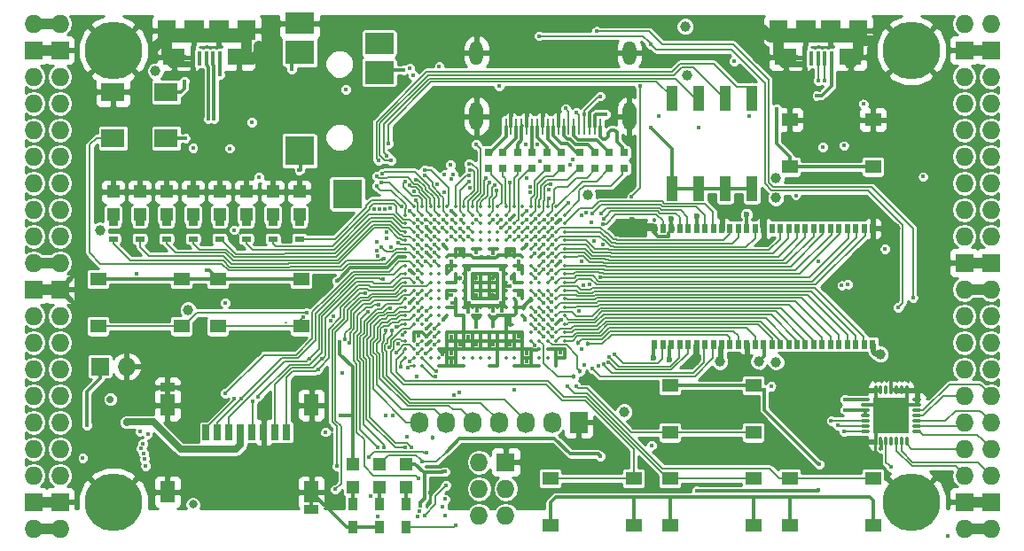
<source format=gtl>
G04 #@! TF.FileFunction,Copper,L1,Top,Signal*
%FSLAX46Y46*%
G04 Gerber Fmt 4.6, Leading zero omitted, Abs format (unit mm)*
G04 Created by KiCad (PCBNEW 4.0.7+dfsg1-1) date Fri Feb 23 10:53:26 2018*
%MOMM*%
%LPD*%
G01*
G04 APERTURE LIST*
%ADD10C,0.100000*%
%ADD11O,1.727200X1.727200*%
%ADD12R,1.727200X1.727200*%
%ADD13C,5.500000*%
%ADD14R,0.900000X1.200000*%
%ADD15R,2.100000X1.600000*%
%ADD16R,1.900000X1.900000*%
%ADD17R,0.400000X1.350000*%
%ADD18R,1.800000X1.900000*%
%ADD19O,0.850000X0.300000*%
%ADD20O,0.300000X0.850000*%
%ADD21R,1.675000X1.675000*%
%ADD22R,1.727200X2.032000*%
%ADD23O,1.727200X2.032000*%
%ADD24R,1.550000X1.300000*%
%ADD25R,1.120000X2.440000*%
%ADD26C,0.350000*%
%ADD27R,1.200000X1.200000*%
%ADD28R,2.800000X2.000000*%
%ADD29R,2.800000X2.200000*%
%ADD30R,2.800000X2.800000*%
%ADD31O,1.300000X2.700000*%
%ADD32O,1.300000X2.300000*%
%ADD33R,0.250000X1.600000*%
%ADD34R,0.700000X1.500000*%
%ADD35R,1.450000X0.900000*%
%ADD36R,1.450000X2.000000*%
%ADD37R,2.200000X1.800000*%
%ADD38R,0.560000X0.900000*%
%ADD39R,0.900000X0.500000*%
%ADD40R,0.750000X0.800000*%
%ADD41C,0.400000*%
%ADD42C,1.000000*%
%ADD43C,0.600000*%
%ADD44C,0.454000*%
%ADD45C,0.800000*%
%ADD46C,0.700000*%
%ADD47C,0.300000*%
%ADD48C,0.190000*%
%ADD49C,1.000000*%
%ADD50C,0.500000*%
%ADD51C,0.600000*%
%ADD52C,0.200000*%
%ADD53C,0.700000*%
%ADD54C,0.127000*%
%ADD55C,0.254000*%
G04 APERTURE END LIST*
D10*
D11*
X97910000Y-62690000D03*
X95370000Y-62690000D03*
D12*
X97910000Y-65230000D03*
X95370000Y-65230000D03*
D11*
X97910000Y-67770000D03*
X95370000Y-67770000D03*
X97910000Y-70310000D03*
X95370000Y-70310000D03*
X97910000Y-72850000D03*
X95370000Y-72850000D03*
X97910000Y-75390000D03*
X95370000Y-75390000D03*
X97910000Y-77930000D03*
X95370000Y-77930000D03*
X97910000Y-80470000D03*
X95370000Y-80470000D03*
X97910000Y-83010000D03*
X95370000Y-83010000D03*
X97910000Y-85550000D03*
X95370000Y-85550000D03*
D12*
X97910000Y-88090000D03*
X95370000Y-88090000D03*
D11*
X97910000Y-90630000D03*
X95370000Y-90630000D03*
X97910000Y-93170000D03*
X95370000Y-93170000D03*
X97910000Y-95710000D03*
X95370000Y-95710000D03*
X97910000Y-98250000D03*
X95370000Y-98250000D03*
X97910000Y-100790000D03*
X95370000Y-100790000D03*
X97910000Y-103330000D03*
X95370000Y-103330000D03*
X97910000Y-105870000D03*
X95370000Y-105870000D03*
D12*
X97910000Y-108410000D03*
X95370000Y-108410000D03*
D11*
X97910000Y-110950000D03*
X95370000Y-110950000D03*
X184270000Y-110950000D03*
X186810000Y-110950000D03*
D12*
X184270000Y-108410000D03*
X186810000Y-108410000D03*
D11*
X184270000Y-105870000D03*
X186810000Y-105870000D03*
X184270000Y-103330000D03*
X186810000Y-103330000D03*
X184270000Y-100790000D03*
X186810000Y-100790000D03*
X184270000Y-98250000D03*
X186810000Y-98250000D03*
X184270000Y-95710000D03*
X186810000Y-95710000D03*
X184270000Y-93170000D03*
X186810000Y-93170000D03*
X184270000Y-90630000D03*
X186810000Y-90630000D03*
X184270000Y-88090000D03*
X186810000Y-88090000D03*
D12*
X184270000Y-85550000D03*
X186810000Y-85550000D03*
D11*
X184270000Y-83010000D03*
X186810000Y-83010000D03*
X184270000Y-80470000D03*
X186810000Y-80470000D03*
X184270000Y-77930000D03*
X186810000Y-77930000D03*
X184270000Y-75390000D03*
X186810000Y-75390000D03*
X184270000Y-72850000D03*
X186810000Y-72850000D03*
X184270000Y-70310000D03*
X186810000Y-70310000D03*
X184270000Y-67770000D03*
X186810000Y-67770000D03*
D12*
X184270000Y-65230000D03*
X186810000Y-65230000D03*
D11*
X184270000Y-62690000D03*
X186810000Y-62690000D03*
D13*
X102990000Y-108410000D03*
X179190000Y-108410000D03*
X179190000Y-65230000D03*
X102990000Y-65230000D03*
D12*
X101720000Y-95456000D03*
D11*
X104260000Y-95456000D03*
D14*
X128390000Y-108580000D03*
X128390000Y-110780000D03*
X130930000Y-110780000D03*
X130930000Y-108580000D03*
D15*
X114980000Y-65875000D03*
X108780000Y-65875000D03*
D16*
X113080000Y-63325000D03*
X110680000Y-63325000D03*
D17*
X113180000Y-66000000D03*
X112530000Y-66000000D03*
X111880000Y-66000000D03*
X111230000Y-66000000D03*
X110580000Y-66000000D03*
D18*
X115680000Y-63325000D03*
X108080000Y-63325000D03*
D15*
X173400000Y-65875000D03*
X167200000Y-65875000D03*
D16*
X171500000Y-63325000D03*
X169100000Y-63325000D03*
D17*
X171600000Y-66000000D03*
X170950000Y-66000000D03*
X170300000Y-66000000D03*
X169650000Y-66000000D03*
X169000000Y-66000000D03*
D18*
X174100000Y-63325000D03*
X166500000Y-63325000D03*
D12*
X140455000Y-104600000D03*
D11*
X137915000Y-104600000D03*
X140455000Y-107140000D03*
X137915000Y-107140000D03*
X140455000Y-109680000D03*
X137915000Y-109680000D03*
D19*
X179735000Y-101655000D03*
X179735000Y-101155000D03*
X179735000Y-100655000D03*
X179735000Y-100155000D03*
X179735000Y-99655000D03*
X179735000Y-99155000D03*
X179735000Y-98655000D03*
D20*
X178785000Y-97705000D03*
X178285000Y-97705000D03*
X177785000Y-97705000D03*
X177285000Y-97705000D03*
X176785000Y-97705000D03*
X176285000Y-97705000D03*
X175785000Y-97705000D03*
D19*
X174835000Y-98655000D03*
X174835000Y-99155000D03*
X174835000Y-99655000D03*
X174835000Y-100155000D03*
X174835000Y-100655000D03*
X174835000Y-101155000D03*
X174835000Y-101655000D03*
D20*
X175785000Y-102605000D03*
X176285000Y-102605000D03*
X176785000Y-102605000D03*
X177285000Y-102605000D03*
X177785000Y-102605000D03*
X178285000Y-102605000D03*
X178785000Y-102605000D03*
D21*
X176447500Y-99317500D03*
X176447500Y-100992500D03*
X178122500Y-99317500D03*
X178122500Y-100992500D03*
D22*
X147440000Y-100790000D03*
D23*
X144900000Y-100790000D03*
X142360000Y-100790000D03*
X139820000Y-100790000D03*
X137280000Y-100790000D03*
X134740000Y-100790000D03*
X132200000Y-100790000D03*
D24*
X175550000Y-71870000D03*
X175550000Y-76370000D03*
X167590000Y-76370000D03*
X167590000Y-71870000D03*
X101550000Y-91610000D03*
X101550000Y-87110000D03*
X109510000Y-87110000D03*
X109510000Y-91610000D03*
X112980000Y-91610000D03*
X112980000Y-87110000D03*
X120940000Y-87110000D03*
X120940000Y-91610000D03*
X156160000Y-101770000D03*
X156160000Y-97270000D03*
X164120000Y-97270000D03*
X164120000Y-101770000D03*
X164120000Y-106160000D03*
X164120000Y-110660000D03*
X156160000Y-110660000D03*
X156160000Y-106160000D03*
X152690000Y-106160000D03*
X152690000Y-110660000D03*
X144730000Y-110660000D03*
X144730000Y-106160000D03*
X175550000Y-106160000D03*
X175550000Y-110660000D03*
X167590000Y-110660000D03*
X167590000Y-106160000D03*
D25*
X156330000Y-78425000D03*
X163950000Y-69815000D03*
X158870000Y-78425000D03*
X161410000Y-69815000D03*
X161410000Y-78425000D03*
X158870000Y-69815000D03*
X163950000Y-78425000D03*
X156330000Y-69815000D03*
D26*
X131680000Y-80200000D03*
X132480000Y-80200000D03*
X133280000Y-80200000D03*
X134080000Y-80200000D03*
X134880000Y-80200000D03*
X135680000Y-80200000D03*
X136480000Y-80200000D03*
X137280000Y-80200000D03*
X138080000Y-80200000D03*
X138880000Y-80200000D03*
X139680000Y-80200000D03*
X140480000Y-80200000D03*
X141280000Y-80200000D03*
X142080000Y-80200000D03*
X142880000Y-80200000D03*
X143680000Y-80200000D03*
X144480000Y-80200000D03*
X145280000Y-80200000D03*
X130880000Y-81000000D03*
X131680000Y-81000000D03*
X132480000Y-81000000D03*
X133280000Y-81000000D03*
X134080000Y-81000000D03*
X134880000Y-81000000D03*
X135680000Y-81000000D03*
X136480000Y-81000000D03*
X137280000Y-81000000D03*
X138080000Y-81000000D03*
X138880000Y-81000000D03*
X139680000Y-81000000D03*
X140480000Y-81000000D03*
X141280000Y-81000000D03*
X142080000Y-81000000D03*
X142880000Y-81000000D03*
X143680000Y-81000000D03*
X144480000Y-81000000D03*
X145280000Y-81000000D03*
X146080000Y-81000000D03*
X130880000Y-81800000D03*
X131680000Y-81800000D03*
X132480000Y-81800000D03*
X133280000Y-81800000D03*
X134080000Y-81800000D03*
X134880000Y-81800000D03*
X135680000Y-81800000D03*
X136480000Y-81800000D03*
X137280000Y-81800000D03*
X138080000Y-81800000D03*
X138880000Y-81800000D03*
X139680000Y-81800000D03*
X140480000Y-81800000D03*
X141280000Y-81800000D03*
X142080000Y-81800000D03*
X142880000Y-81800000D03*
X143680000Y-81800000D03*
X144480000Y-81800000D03*
X145280000Y-81800000D03*
X146080000Y-81800000D03*
X130880000Y-82600000D03*
X131680000Y-82600000D03*
X132480000Y-82600000D03*
X133280000Y-82600000D03*
X134080000Y-82600000D03*
X134880000Y-82600000D03*
X135680000Y-82600000D03*
X136480000Y-82600000D03*
X137280000Y-82600000D03*
X138080000Y-82600000D03*
X138880000Y-82600000D03*
X139680000Y-82600000D03*
X140480000Y-82600000D03*
X141280000Y-82600000D03*
X142080000Y-82600000D03*
X142880000Y-82600000D03*
X143680000Y-82600000D03*
X144480000Y-82600000D03*
X145280000Y-82600000D03*
X146080000Y-82600000D03*
X130880000Y-83400000D03*
X131680000Y-83400000D03*
X132480000Y-83400000D03*
X133280000Y-83400000D03*
X134080000Y-83400000D03*
X134880000Y-83400000D03*
X135680000Y-83400000D03*
X136480000Y-83400000D03*
X137280000Y-83400000D03*
X138080000Y-83400000D03*
X138880000Y-83400000D03*
X139680000Y-83400000D03*
X140480000Y-83400000D03*
X141280000Y-83400000D03*
X142080000Y-83400000D03*
X142880000Y-83400000D03*
X143680000Y-83400000D03*
X144480000Y-83400000D03*
X145280000Y-83400000D03*
X146080000Y-83400000D03*
X130880000Y-84200000D03*
X131680000Y-84200000D03*
X132480000Y-84200000D03*
X133280000Y-84200000D03*
X134080000Y-84200000D03*
X134880000Y-84200000D03*
X135680000Y-84200000D03*
X136480000Y-84200000D03*
X137280000Y-84200000D03*
X138080000Y-84200000D03*
X138880000Y-84200000D03*
X139680000Y-84200000D03*
X140480000Y-84200000D03*
X141280000Y-84200000D03*
X142080000Y-84200000D03*
X142880000Y-84200000D03*
X143680000Y-84200000D03*
X144480000Y-84200000D03*
X145280000Y-84200000D03*
X146080000Y-84200000D03*
X130880000Y-85000000D03*
X131680000Y-85000000D03*
X132480000Y-85000000D03*
X133280000Y-85000000D03*
X134080000Y-85000000D03*
X134880000Y-85000000D03*
X135680000Y-85000000D03*
X136480000Y-85000000D03*
X137280000Y-85000000D03*
X138080000Y-85000000D03*
X138880000Y-85000000D03*
X139680000Y-85000000D03*
X140480000Y-85000000D03*
X141280000Y-85000000D03*
X142080000Y-85000000D03*
X142880000Y-85000000D03*
X143680000Y-85000000D03*
X144480000Y-85000000D03*
X145280000Y-85000000D03*
X146080000Y-85000000D03*
X130880000Y-85800000D03*
X131680000Y-85800000D03*
X132480000Y-85800000D03*
X133280000Y-85800000D03*
X134080000Y-85800000D03*
X134880000Y-85800000D03*
X135680000Y-85800000D03*
X136480000Y-85800000D03*
X137280000Y-85800000D03*
X138080000Y-85800000D03*
X138880000Y-85800000D03*
X139680000Y-85800000D03*
X140480000Y-85800000D03*
X141280000Y-85800000D03*
X142080000Y-85800000D03*
X142880000Y-85800000D03*
X143680000Y-85800000D03*
X144480000Y-85800000D03*
X145280000Y-85800000D03*
X146080000Y-85800000D03*
X130880000Y-86600000D03*
X131680000Y-86600000D03*
X132480000Y-86600000D03*
X133280000Y-86600000D03*
X134080000Y-86600000D03*
X134880000Y-86600000D03*
X135680000Y-86600000D03*
X136480000Y-86600000D03*
X137280000Y-86600000D03*
X138080000Y-86600000D03*
X138880000Y-86600000D03*
X139680000Y-86600000D03*
X140480000Y-86600000D03*
X141280000Y-86600000D03*
X142080000Y-86600000D03*
X142880000Y-86600000D03*
X143680000Y-86600000D03*
X144480000Y-86600000D03*
X145280000Y-86600000D03*
X146080000Y-86600000D03*
X130880000Y-87400000D03*
X131680000Y-87400000D03*
X132480000Y-87400000D03*
X133280000Y-87400000D03*
X134080000Y-87400000D03*
X134880000Y-87400000D03*
X135680000Y-87400000D03*
X136480000Y-87400000D03*
X137280000Y-87400000D03*
X138080000Y-87400000D03*
X138880000Y-87400000D03*
X139680000Y-87400000D03*
X140480000Y-87400000D03*
X141280000Y-87400000D03*
X142080000Y-87400000D03*
X142880000Y-87400000D03*
X143680000Y-87400000D03*
X144480000Y-87400000D03*
X145280000Y-87400000D03*
X146080000Y-87400000D03*
X130880000Y-88200000D03*
X131680000Y-88200000D03*
X132480000Y-88200000D03*
X133280000Y-88200000D03*
X134080000Y-88200000D03*
X134880000Y-88200000D03*
X135680000Y-88200000D03*
X136480000Y-88200000D03*
X137280000Y-88200000D03*
X138080000Y-88200000D03*
X138880000Y-88200000D03*
X139680000Y-88200000D03*
X140480000Y-88200000D03*
X141280000Y-88200000D03*
X142080000Y-88200000D03*
X142880000Y-88200000D03*
X143680000Y-88200000D03*
X144480000Y-88200000D03*
X145280000Y-88200000D03*
X146080000Y-88200000D03*
X130880000Y-89000000D03*
X131680000Y-89000000D03*
X132480000Y-89000000D03*
X133280000Y-89000000D03*
X134080000Y-89000000D03*
X134880000Y-89000000D03*
X135680000Y-89000000D03*
X136480000Y-89000000D03*
X137280000Y-89000000D03*
X138080000Y-89000000D03*
X138880000Y-89000000D03*
X139680000Y-89000000D03*
X140480000Y-89000000D03*
X141280000Y-89000000D03*
X142080000Y-89000000D03*
X142880000Y-89000000D03*
X143680000Y-89000000D03*
X144480000Y-89000000D03*
X145280000Y-89000000D03*
X146080000Y-89000000D03*
X130880000Y-89800000D03*
X131680000Y-89800000D03*
X132480000Y-89800000D03*
X133280000Y-89800000D03*
X134080000Y-89800000D03*
X134880000Y-89800000D03*
X135680000Y-89800000D03*
X136480000Y-89800000D03*
X137280000Y-89800000D03*
X138080000Y-89800000D03*
X138880000Y-89800000D03*
X139680000Y-89800000D03*
X140480000Y-89800000D03*
X141280000Y-89800000D03*
X142080000Y-89800000D03*
X142880000Y-89800000D03*
X143680000Y-89800000D03*
X144480000Y-89800000D03*
X145280000Y-89800000D03*
X146080000Y-89800000D03*
X130880000Y-90600000D03*
X131680000Y-90600000D03*
X132480000Y-90600000D03*
X133280000Y-90600000D03*
X134080000Y-90600000D03*
X134880000Y-90600000D03*
X135680000Y-90600000D03*
X136480000Y-90600000D03*
X137280000Y-90600000D03*
X138080000Y-90600000D03*
X138880000Y-90600000D03*
X139680000Y-90600000D03*
X140480000Y-90600000D03*
X141280000Y-90600000D03*
X142080000Y-90600000D03*
X142880000Y-90600000D03*
X143680000Y-90600000D03*
X144480000Y-90600000D03*
X145280000Y-90600000D03*
X146080000Y-90600000D03*
X130880000Y-91400000D03*
X131680000Y-91400000D03*
X132480000Y-91400000D03*
X133280000Y-91400000D03*
X134080000Y-91400000D03*
X142880000Y-91400000D03*
X143680000Y-91400000D03*
X144480000Y-91400000D03*
X145280000Y-91400000D03*
X146080000Y-91400000D03*
X130880000Y-92200000D03*
X131680000Y-92200000D03*
X132480000Y-92200000D03*
X133280000Y-92200000D03*
X134080000Y-92200000D03*
X134880000Y-92200000D03*
X135680000Y-92200000D03*
X136480000Y-92200000D03*
X137280000Y-92200000D03*
X138080000Y-92200000D03*
X138880000Y-92200000D03*
X139680000Y-92200000D03*
X140480000Y-92200000D03*
X141280000Y-92200000D03*
X142080000Y-92200000D03*
X142880000Y-92200000D03*
X143680000Y-92200000D03*
X144480000Y-92200000D03*
X145280000Y-92200000D03*
X146080000Y-92200000D03*
X130880000Y-93000000D03*
X131680000Y-93000000D03*
X132480000Y-93000000D03*
X133280000Y-93000000D03*
X134080000Y-93000000D03*
X134880000Y-93000000D03*
X135680000Y-93000000D03*
X136480000Y-93000000D03*
X137280000Y-93000000D03*
X138080000Y-93000000D03*
X138880000Y-93000000D03*
X139680000Y-93000000D03*
X140480000Y-93000000D03*
X141280000Y-93000000D03*
X142080000Y-93000000D03*
X142880000Y-93000000D03*
X143680000Y-93000000D03*
X144480000Y-93000000D03*
X145280000Y-93000000D03*
X146080000Y-93000000D03*
X130880000Y-93800000D03*
X131680000Y-93800000D03*
X132480000Y-93800000D03*
X133280000Y-93800000D03*
X134080000Y-93800000D03*
X134880000Y-93800000D03*
X135680000Y-93800000D03*
X136480000Y-93800000D03*
X137280000Y-93800000D03*
X138080000Y-93800000D03*
X138880000Y-93800000D03*
X139680000Y-93800000D03*
X140480000Y-93800000D03*
X141280000Y-93800000D03*
X142080000Y-93800000D03*
X142880000Y-93800000D03*
X143680000Y-93800000D03*
X144480000Y-93800000D03*
X145280000Y-93800000D03*
X146080000Y-93800000D03*
X130880000Y-94600000D03*
X131680000Y-94600000D03*
X132480000Y-94600000D03*
X133280000Y-94600000D03*
X134080000Y-94600000D03*
X134880000Y-94600000D03*
X135680000Y-94600000D03*
X136480000Y-94600000D03*
X137280000Y-94600000D03*
X138080000Y-94600000D03*
X138880000Y-94600000D03*
X139680000Y-94600000D03*
X140480000Y-94600000D03*
X141280000Y-94600000D03*
X142080000Y-94600000D03*
X142880000Y-94600000D03*
X143680000Y-94600000D03*
X144480000Y-94600000D03*
X145280000Y-94600000D03*
X146080000Y-94600000D03*
X131680000Y-95400000D03*
X132480000Y-95400000D03*
X134080000Y-95400000D03*
X134880000Y-95400000D03*
X135680000Y-95400000D03*
X136480000Y-95400000D03*
X138880000Y-95400000D03*
X139680000Y-95400000D03*
X141280000Y-95400000D03*
X142080000Y-95400000D03*
X142880000Y-95400000D03*
X143680000Y-95400000D03*
X145280000Y-95400000D03*
D27*
X125850000Y-104770000D03*
X125850000Y-106970000D03*
D14*
X125850000Y-108580000D03*
X125850000Y-110780000D03*
D27*
X128390000Y-104770000D03*
X128390000Y-106970000D03*
X120770000Y-80935000D03*
X120770000Y-78735000D03*
X118230000Y-80935000D03*
X118230000Y-78735000D03*
X115690000Y-80935000D03*
X115690000Y-78735000D03*
X113150000Y-80935000D03*
X113150000Y-78735000D03*
X110610000Y-80935000D03*
X110610000Y-78735000D03*
X108070000Y-80935000D03*
X108070000Y-78735000D03*
X105530000Y-80935000D03*
X105530000Y-78735000D03*
X102990000Y-80935000D03*
X102990000Y-78735000D03*
X130930000Y-104770000D03*
X130930000Y-106970000D03*
D28*
X120780000Y-62648000D03*
D29*
X120780000Y-65448000D03*
D30*
X120780000Y-74848000D03*
X125330000Y-78948000D03*
D29*
X128380000Y-67348000D03*
D28*
X128380000Y-64548000D03*
D31*
X152280000Y-71550000D03*
X137680000Y-71550000D03*
D32*
X137680000Y-65500000D03*
D33*
X140480000Y-72500000D03*
X140980000Y-72500000D03*
X141480000Y-72500000D03*
X141980000Y-72500000D03*
X142480000Y-72500000D03*
X142980000Y-72500000D03*
X143480000Y-72500000D03*
X143980000Y-72500000D03*
X144480000Y-72500000D03*
X144980000Y-72500000D03*
X145480000Y-72500000D03*
X145980000Y-72500000D03*
X146480000Y-72500000D03*
X146980000Y-72500000D03*
X147480000Y-72500000D03*
X147980000Y-72500000D03*
X148480000Y-72500000D03*
X148980000Y-72500000D03*
X149480000Y-72500000D03*
D32*
X152280000Y-65500000D03*
D34*
X111850000Y-101750000D03*
X112950000Y-101750000D03*
X114050000Y-101750000D03*
X115150000Y-101750000D03*
X116250000Y-101750000D03*
X117350000Y-101750000D03*
X118450000Y-101750000D03*
X119550000Y-101750000D03*
D35*
X108175000Y-97450000D03*
X121925000Y-109150000D03*
D36*
X121925000Y-99150000D03*
X108175000Y-99150000D03*
X108175000Y-107450000D03*
X121925000Y-107450000D03*
D37*
X108040000Y-69220000D03*
X102960000Y-69220000D03*
X102960000Y-73620000D03*
X108040000Y-73620000D03*
D38*
X175493000Y-82270000D03*
X154693000Y-93330000D03*
X155493000Y-93330000D03*
X156293000Y-93330000D03*
X157093000Y-93330000D03*
X157893000Y-93330000D03*
X158693000Y-93330000D03*
X159493000Y-93330000D03*
X160293000Y-93330000D03*
X161093000Y-93330000D03*
X161893000Y-93330000D03*
X162693000Y-93330000D03*
X163493000Y-93330000D03*
X164293000Y-93330000D03*
X165093000Y-93330000D03*
X165893000Y-93330000D03*
X166693000Y-93330000D03*
X167493000Y-93330000D03*
X168293000Y-93330000D03*
X169093000Y-93330000D03*
X169893000Y-93330000D03*
X170693000Y-93330000D03*
X171493000Y-93330000D03*
X172293000Y-93330000D03*
X173093000Y-93330000D03*
X173893000Y-93330000D03*
X174693000Y-93330000D03*
X175493000Y-93330000D03*
X174693000Y-82270000D03*
X173893000Y-82270000D03*
X173093000Y-82270000D03*
X172293000Y-82270000D03*
X171493000Y-82270000D03*
X170693000Y-82270000D03*
X169893000Y-82270000D03*
X169093000Y-82270000D03*
X168293000Y-82270000D03*
X167493000Y-82270000D03*
X166693000Y-82270000D03*
X165893000Y-82270000D03*
X165093000Y-82270000D03*
X164293000Y-82270000D03*
X163493000Y-82270000D03*
X162693000Y-82270000D03*
X161893000Y-82270000D03*
X161093000Y-82270000D03*
X160293000Y-82270000D03*
X159493000Y-82270000D03*
X158693000Y-82270000D03*
X157893000Y-82270000D03*
X157093000Y-82270000D03*
X156293000Y-82270000D03*
X155493000Y-82270000D03*
X154693000Y-82270000D03*
D39*
X120770000Y-83252000D03*
X120770000Y-81752000D03*
X118230000Y-83252000D03*
X118230000Y-81752000D03*
X115690000Y-83252000D03*
X115690000Y-81752000D03*
X113150000Y-83252000D03*
X113150000Y-81752000D03*
X110610000Y-83252000D03*
X110610000Y-81752000D03*
X108070000Y-83252000D03*
X108070000Y-81752000D03*
X105530000Y-83252000D03*
X105530000Y-81752000D03*
X102990000Y-83252000D03*
X102990000Y-81752000D03*
D40*
X150361000Y-75021000D03*
X150361000Y-76521000D03*
X151758000Y-75021000D03*
X151758000Y-76521000D03*
X140201000Y-75021000D03*
X140201000Y-76521000D03*
X142995000Y-75021000D03*
X142995000Y-76521000D03*
X145789000Y-75021000D03*
X145789000Y-76521000D03*
X148964000Y-75021000D03*
X148964000Y-76521000D03*
X138804000Y-75021000D03*
X138804000Y-76521000D03*
X141598000Y-75021000D03*
X141598000Y-76521000D03*
X144392000Y-75021000D03*
X144392000Y-76521000D03*
X147567000Y-75009000D03*
X147567000Y-76509000D03*
D41*
X173856000Y-71538990D03*
D42*
X164947008Y-63194069D03*
X175494572Y-64322557D03*
D41*
X135342764Y-89381630D03*
X144103496Y-84660400D03*
D42*
X177658444Y-82281349D03*
D41*
X145680000Y-81405125D03*
X145691238Y-94166752D03*
X145759873Y-91010176D03*
D43*
X152525938Y-81463870D03*
D42*
X162956098Y-95078488D03*
X158539988Y-94868772D03*
D43*
X161075765Y-80992022D03*
X164882869Y-80938986D03*
X156262773Y-81349374D03*
X123437000Y-108972000D03*
D41*
X132871770Y-84533979D03*
X132862998Y-82124544D03*
X131278306Y-86213101D03*
X135281276Y-80583119D03*
X131279502Y-89407325D03*
X170309539Y-85441529D03*
X145672808Y-85396062D03*
X133216000Y-107465000D03*
X137680000Y-88600000D03*
X142480000Y-95000000D03*
X141680000Y-92600000D03*
X140836000Y-84534000D03*
X135284627Y-94985297D03*
X135288625Y-94225619D03*
X134455822Y-94267172D03*
X136095958Y-93369652D03*
D44*
X139264636Y-91615205D03*
D42*
X116880503Y-64802940D03*
X106974809Y-64953974D03*
D41*
X177285000Y-95710000D03*
X140880000Y-81400000D03*
X140874194Y-91433353D03*
X142480000Y-94200000D03*
X140880000Y-93400000D03*
X139280000Y-93400000D03*
X137680000Y-93400000D03*
X136880000Y-92600000D03*
X135280000Y-92600000D03*
X132880000Y-91800000D03*
X132880000Y-93400000D03*
D44*
X141042859Y-86994997D03*
X139280000Y-87000000D03*
X136110990Y-86995403D03*
X137680000Y-87000000D03*
X136080000Y-84600000D03*
X139280000Y-88600000D03*
D42*
X166255545Y-79350736D03*
X166275426Y-77452540D03*
X157807568Y-67669269D03*
X101707889Y-82423180D03*
X107021491Y-67228122D03*
X166284693Y-95025145D03*
D41*
X172564535Y-87722010D03*
X150030853Y-71331848D03*
D42*
X157600000Y-62944000D03*
D41*
X113660608Y-89375718D03*
D42*
X148268387Y-79050018D03*
D41*
X134124945Y-66775980D03*
X139864366Y-68665673D03*
X137659051Y-91638034D03*
X135273306Y-88618602D03*
X135280000Y-86200000D03*
X135280000Y-85440000D03*
X158870000Y-72596000D03*
X114513935Y-82409431D03*
X116912932Y-77355158D03*
X109760378Y-68177900D03*
X109840000Y-73620000D03*
X132110753Y-92527478D03*
X165803369Y-97344883D03*
D42*
X160905403Y-95006436D03*
D43*
X158731133Y-81048929D03*
X154593901Y-94607945D03*
X156088245Y-94762980D03*
D42*
X164625730Y-94982471D03*
D43*
X163462982Y-80942429D03*
D42*
X176254940Y-94288458D03*
D45*
X110593913Y-108636458D03*
D41*
X180340784Y-77316932D03*
X173137949Y-87594275D03*
D46*
X102710050Y-98594954D03*
D41*
X129005202Y-100174798D03*
X172834633Y-99599920D03*
X172879922Y-98618650D03*
X176305593Y-103279812D03*
X100080000Y-104200000D03*
X139272517Y-84611349D03*
X137680556Y-84534085D03*
X141680000Y-86200000D03*
X132880000Y-92600000D03*
X141680000Y-88600000D03*
X141680000Y-85400000D03*
X129983242Y-91668979D03*
X121431221Y-90311593D03*
X121088335Y-90753785D03*
X130583026Y-92475628D03*
X146394787Y-97333919D03*
X143300000Y-86220000D03*
X147175985Y-97333919D03*
X147700000Y-93820000D03*
X144900000Y-91820000D03*
X142277990Y-91000000D03*
D42*
X110128890Y-90028152D03*
D41*
X142480000Y-83800000D03*
X134480000Y-83800000D03*
X134480000Y-91000000D03*
X125193541Y-68962993D03*
X155115280Y-71563465D03*
X105245010Y-86595559D03*
X170182962Y-69571012D03*
X170362901Y-107286196D03*
X158716651Y-107325176D03*
X136028224Y-97922729D03*
X128216338Y-109760338D03*
X132708000Y-109680000D03*
X134750646Y-106810513D03*
X133680000Y-91800000D03*
X135517016Y-98167170D03*
X134675868Y-108131585D03*
D44*
X133449289Y-102232615D03*
D41*
X133680000Y-92600000D03*
X127419091Y-104077728D03*
X132936956Y-103711000D03*
X133685482Y-93402296D03*
X134463998Y-108841973D03*
X131986331Y-96404793D03*
X131039072Y-102187000D03*
X134636872Y-109719950D03*
X132846234Y-94197073D03*
X176700000Y-84220000D03*
X143260000Y-84620000D03*
X120739932Y-76694083D03*
X130704878Y-67105564D03*
X147983153Y-71347080D03*
X149475951Y-69619684D03*
X147186000Y-71200000D03*
X121687479Y-94718249D03*
X128776655Y-87127857D03*
X132083026Y-86260405D03*
X113700000Y-98020000D03*
X116325960Y-98790853D03*
X122932649Y-94724357D03*
X124849021Y-96102869D03*
X122527919Y-95725900D03*
X116198000Y-72088000D03*
X127586603Y-107875044D03*
X113157250Y-67567056D03*
X146180000Y-70800000D03*
X131453853Y-103208291D03*
X149771692Y-81825658D03*
X144080000Y-86200000D03*
X149533922Y-86909940D03*
X144894316Y-86977564D03*
X144896700Y-83835368D03*
X149549750Y-80868432D03*
D44*
X147343891Y-93217126D03*
D41*
X144113248Y-92588762D03*
X144875155Y-86292748D03*
X149846468Y-81303978D03*
X148696112Y-80861847D03*
X144916886Y-82991356D03*
D44*
X148349010Y-93322307D03*
D41*
X144882352Y-92577990D03*
X144902941Y-90956495D03*
X148747982Y-95669626D03*
X144867244Y-90112484D03*
X149795895Y-95251084D03*
X144855814Y-89268481D03*
X150278898Y-95040253D03*
X150345974Y-94517527D03*
X144877648Y-88622010D03*
X150889207Y-94332565D03*
X143280000Y-87000000D03*
X130211351Y-93284273D03*
X131084713Y-95564177D03*
X130422000Y-95456000D03*
X131316164Y-94959140D03*
X130053332Y-94113207D03*
X132031990Y-93400000D03*
X129371747Y-93601166D03*
X141280657Y-97642010D03*
X133852393Y-95875797D03*
X133762848Y-96395146D03*
X132080000Y-94200000D03*
X128622659Y-84064643D03*
X105895603Y-103765816D03*
X130839477Y-103208987D03*
X129449238Y-89873934D03*
X132075624Y-89410644D03*
X128806823Y-103185900D03*
X128312094Y-89556924D03*
X132162861Y-106185868D03*
X132880000Y-88600000D03*
X127040053Y-88426410D03*
X124322162Y-105002357D03*
X132080000Y-87000000D03*
X125525099Y-93236764D03*
X124202418Y-107207639D03*
X110599084Y-74589383D03*
X132024412Y-109766775D03*
X114104080Y-74612196D03*
X132219727Y-109277292D03*
X115190634Y-98572389D03*
X131847310Y-79589886D03*
X132080000Y-81400000D03*
X132080007Y-82103333D03*
X132872609Y-82968555D03*
X133627359Y-81414685D03*
X133648389Y-82190597D03*
X131923295Y-77584853D03*
X130856828Y-77786820D03*
X129555604Y-91985990D03*
X132880000Y-91000000D03*
X129028593Y-91985999D03*
X132077338Y-91002010D03*
X131275302Y-80595752D03*
X130489904Y-80167235D03*
X128823114Y-85153560D03*
X132072985Y-85377990D03*
X163703220Y-71542164D03*
X133876016Y-78047133D03*
X134433979Y-82180155D03*
X135656559Y-110610712D03*
X149495225Y-104009099D03*
X132468001Y-104503413D03*
D46*
X104260000Y-100790000D03*
D41*
X114560994Y-98539563D03*
X116800000Y-98320000D03*
X111895217Y-86253790D03*
X170383147Y-104803648D03*
X165170594Y-97666317D03*
X169506589Y-107953726D03*
X142571021Y-82204353D03*
X143287402Y-83042010D03*
X170735900Y-74464979D03*
X154425580Y-102987766D03*
X168166438Y-79108038D03*
X112614274Y-71803529D03*
X112074854Y-71810535D03*
X143269694Y-93414905D03*
X177274002Y-105079115D03*
X172761273Y-101651681D03*
X143280000Y-91800000D03*
X172193360Y-101105663D03*
X144064831Y-91877646D03*
X144080000Y-90956495D03*
X171540304Y-100645743D03*
X135277990Y-82193851D03*
X129493343Y-75737814D03*
X136124555Y-82260038D03*
X129125079Y-75315804D03*
X135175257Y-76183471D03*
X136080000Y-83000000D03*
X129252218Y-74142461D03*
X142452365Y-77452681D03*
X142460000Y-83020000D03*
X172746637Y-74347988D03*
X143280000Y-83800000D03*
X170300000Y-68151000D03*
X170950000Y-68125562D03*
X125110333Y-92897638D03*
X124361185Y-87274371D03*
X124361184Y-87274370D03*
X182675150Y-111637626D03*
X166353476Y-70835462D03*
X123273881Y-101715917D03*
X129660000Y-100155000D03*
X127308270Y-90221456D03*
X132084049Y-88558274D03*
X128280000Y-103200000D03*
X120008000Y-67008000D03*
X133680000Y-83000000D03*
X129457990Y-80285112D03*
X133680000Y-83800000D03*
X128943593Y-80399729D03*
X130204628Y-83599483D03*
X128416582Y-80399850D03*
X127889625Y-80407426D03*
X133680000Y-85400000D03*
X140896226Y-87816226D03*
X140038941Y-89350966D03*
X136944530Y-89373464D03*
D44*
X136938110Y-86196311D03*
D41*
X140014602Y-86192969D03*
X139285803Y-90177691D03*
X137689001Y-90122990D03*
D42*
X151758000Y-99774000D03*
D41*
X136885174Y-90194826D03*
X140094890Y-90122990D03*
X128333179Y-75769807D03*
X134613000Y-78819000D03*
X135280000Y-83022010D03*
X154298000Y-72596000D03*
X100450000Y-101044000D03*
X132285867Y-108754446D03*
X134707351Y-105508447D03*
X139280000Y-81400000D03*
X139597952Y-78621954D03*
X139377921Y-78143072D03*
X138917428Y-77886776D03*
X138599052Y-77466803D03*
X137620226Y-74221760D03*
X137680000Y-81400000D03*
X136970301Y-76084594D03*
X137008313Y-76692245D03*
X136991219Y-77219258D03*
X136991219Y-77746651D03*
X135473100Y-77078127D03*
X136160979Y-81416027D03*
X135235465Y-77548522D03*
X135316968Y-81442010D03*
X134629088Y-77130506D03*
X134471370Y-81406751D03*
D44*
X146942280Y-96452058D03*
X147534467Y-95913260D03*
D41*
X147928857Y-95339016D03*
X143322010Y-91000657D03*
X149284391Y-95377990D03*
X144077013Y-90266968D03*
X147430953Y-90112484D03*
X144076240Y-89395301D03*
X143322010Y-90201951D03*
X147910791Y-87683418D03*
X144082832Y-88584510D03*
X143322010Y-88595030D03*
X148483539Y-87608166D03*
X144102010Y-85397219D03*
X144889349Y-85448737D03*
X147687390Y-85374093D03*
X149732494Y-83807694D03*
X144912409Y-84635817D03*
X148921512Y-83442010D03*
X144103186Y-83777990D03*
X144131413Y-83000000D03*
X148610661Y-81705858D03*
X144888125Y-82147345D03*
X144176662Y-82199998D03*
X148175253Y-80781550D03*
X147688311Y-80983115D03*
X144880008Y-81303333D03*
X142773842Y-78808575D03*
X142460000Y-81420000D03*
X142766742Y-78281611D03*
X142460000Y-80620000D03*
X144568886Y-78517622D03*
X144175043Y-81398770D03*
X144786095Y-78037454D03*
X146587441Y-76174058D03*
X143332651Y-82197990D03*
X146901448Y-75654906D03*
X143331031Y-81377293D03*
X143708879Y-75817300D03*
X141727010Y-82998875D03*
X141727010Y-82194937D03*
X140028978Y-82200000D03*
X140880009Y-77894044D03*
X142390990Y-74236149D03*
X140861329Y-83041266D03*
X143457010Y-74219135D03*
X140872990Y-82177164D03*
X132761172Y-77202673D03*
X132737245Y-76676207D03*
X128644933Y-77050030D03*
X128152012Y-77257840D03*
X128125571Y-78233647D03*
X128590544Y-77894041D03*
X131253134Y-78134216D03*
X131709326Y-78745875D03*
X132783339Y-81400004D03*
X132079024Y-82984045D03*
X129109095Y-82655074D03*
X105572759Y-101661319D03*
X106276126Y-101893466D03*
X132880889Y-83897835D03*
X129054383Y-83179239D03*
X129487667Y-84079929D03*
X132083682Y-83828056D03*
X105813763Y-102819336D03*
X128165458Y-83509725D03*
X132062099Y-84533979D03*
X105627254Y-103312241D03*
X128182016Y-84353737D03*
X105992720Y-104283802D03*
X133671942Y-84595200D03*
X128207686Y-84880123D03*
X106088753Y-104974041D03*
X132834641Y-85377990D03*
X124707442Y-100126977D03*
X124632693Y-93120351D03*
X123714874Y-91057383D03*
X132900000Y-90180000D03*
X124022612Y-90627600D03*
X132100000Y-90157990D03*
X137020172Y-78350165D03*
X162271466Y-66284958D03*
X136900000Y-82220000D03*
X131329207Y-66928055D03*
X174611510Y-70367022D03*
X136900000Y-83020000D03*
X131644095Y-67620000D03*
X177926984Y-89812061D03*
X153297112Y-68665673D03*
X154329326Y-64643767D03*
X152497066Y-79193467D03*
X146481406Y-79819384D03*
X143650666Y-63862520D03*
X179351513Y-88868327D03*
X149134122Y-63424051D03*
X140035989Y-81400000D03*
X144597053Y-79361633D03*
D47*
X154680000Y-81486121D02*
X154657528Y-81463649D01*
D48*
X119425148Y-91210000D02*
X119484873Y-91269725D01*
D47*
X174055999Y-71738989D02*
X173856000Y-71538990D01*
X174187010Y-71870000D02*
X174055999Y-71738989D01*
X175550000Y-71870000D02*
X174187010Y-71870000D01*
D49*
X165447007Y-63694068D02*
X164947008Y-63194069D01*
X165712939Y-63960000D02*
X165447007Y-63694068D01*
X166500000Y-63960000D02*
X165712939Y-63960000D01*
X174787466Y-64322557D02*
X175494572Y-64322557D01*
X174462557Y-64322557D02*
X174787466Y-64322557D01*
X174100000Y-63960000D02*
X174462557Y-64322557D01*
D47*
X135661630Y-89381630D02*
X135625606Y-89381630D01*
X135625606Y-89381630D02*
X135342764Y-89381630D01*
X135680000Y-89400000D02*
X135661630Y-89381630D01*
X139505001Y-90774999D02*
X139680000Y-90600000D01*
X139054999Y-90774999D02*
X139505001Y-90774999D01*
X138880000Y-90600000D02*
X139054999Y-90774999D01*
X105530000Y-78735000D02*
X102990000Y-78735000D01*
X108070000Y-78735000D02*
X105530000Y-78735000D01*
X110610000Y-78735000D02*
X108070000Y-78735000D01*
X113150000Y-78735000D02*
X110610000Y-78735000D01*
X115690000Y-78735000D02*
X113150000Y-78735000D01*
X118230000Y-78735000D02*
X115690000Y-78735000D01*
X120770000Y-78735000D02*
X118230000Y-78735000D01*
X152525938Y-81463870D02*
X152982068Y-81920000D01*
X152982068Y-81920000D02*
X154589000Y-81920000D01*
X154589000Y-81920000D02*
X154589000Y-82564717D01*
X154589000Y-82564717D02*
X154935999Y-82911716D01*
X154935999Y-82911716D02*
X154935999Y-82941601D01*
X154935999Y-82941601D02*
X154991399Y-82997001D01*
X156050001Y-82941601D02*
X156050001Y-82696040D01*
X154991399Y-82997001D02*
X155994601Y-82997001D01*
X155994601Y-82997001D02*
X156050001Y-82941601D01*
X156050001Y-82696040D02*
X156205000Y-82541041D01*
X156205000Y-82541041D02*
X156205000Y-81920000D01*
X144019600Y-84660400D02*
X144103496Y-84660400D01*
X143680000Y-85000000D02*
X144019600Y-84660400D01*
X177252609Y-82281349D02*
X177658444Y-82281349D01*
X177241260Y-82270000D02*
X177252609Y-82281349D01*
X145280000Y-81800000D02*
X145674875Y-81405125D01*
X145674875Y-81405125D02*
X145680000Y-81405125D01*
X145691238Y-93811238D02*
X145691238Y-93883910D01*
X145680000Y-93800000D02*
X145691238Y-93811238D01*
X145691238Y-93883910D02*
X145691238Y-94166752D01*
X145280000Y-91400000D02*
X145669824Y-91010176D01*
X145669824Y-91010176D02*
X145759873Y-91010176D01*
X121925000Y-107450000D02*
X121925000Y-109150000D01*
X163456097Y-94578489D02*
X162956098Y-95078488D01*
X163480000Y-94554586D02*
X163456097Y-94578489D01*
X163480000Y-93330000D02*
X163480000Y-94554586D01*
X158539988Y-93470012D02*
X158539988Y-94161666D01*
X158680000Y-93330000D02*
X158539988Y-93470012D01*
X158539988Y-94161666D02*
X158539988Y-94868772D01*
X161075765Y-81416286D02*
X161075765Y-80992022D01*
X161075765Y-82265765D02*
X161075765Y-81416286D01*
X161080000Y-82270000D02*
X161075765Y-82265765D01*
X164882869Y-82072869D02*
X164882869Y-81363250D01*
X165080000Y-82270000D02*
X164882869Y-82072869D01*
X164882869Y-81363250D02*
X164882869Y-80938986D01*
X156280000Y-82270000D02*
X156280000Y-81366601D01*
X156280000Y-81366601D02*
X156262773Y-81349374D01*
D50*
X175480000Y-82270000D02*
X177241260Y-82270000D01*
D47*
X148480000Y-71200000D02*
X149230000Y-70450000D01*
X148480000Y-72500000D02*
X148480000Y-71200000D01*
X145480000Y-72500000D02*
X145480000Y-71200000D01*
X143980000Y-72500000D02*
X143980000Y-71200000D01*
X142480000Y-72500000D02*
X142480000Y-71450000D01*
X142480000Y-71200000D02*
X142480000Y-71450000D01*
X140980000Y-72500000D02*
X140980000Y-71200000D01*
X134455822Y-94267172D02*
X134455822Y-94224178D01*
X134455822Y-94224178D02*
X134880000Y-93800000D01*
X123437000Y-108972000D02*
X125245000Y-110780000D01*
X125245000Y-110780000D02*
X125850000Y-110780000D01*
X125850000Y-110780000D02*
X125889531Y-110819531D01*
X125889531Y-110819531D02*
X126234488Y-110819531D01*
X126234488Y-110819531D02*
X126274019Y-110780000D01*
X126274019Y-110780000D02*
X127640000Y-110780000D01*
X127640000Y-110780000D02*
X128390000Y-110780000D01*
X121930000Y-107465000D02*
X123437000Y-108972000D01*
D49*
X184270000Y-65230000D02*
X186810000Y-65230000D01*
X184270000Y-85550000D02*
X186810000Y-85550000D01*
X184270000Y-108410000D02*
X186810000Y-108410000D01*
X95370000Y-108410000D02*
X97910000Y-108410000D01*
D50*
X97910000Y-88090000D02*
X98956608Y-87043392D01*
D47*
X98956608Y-87043392D02*
X98974574Y-87043392D01*
D50*
X97910000Y-88090000D02*
X99013590Y-89193590D01*
D47*
X99013590Y-89193590D02*
X99060056Y-89193590D01*
D49*
X95370000Y-88090000D02*
X97910000Y-88090000D01*
X95370000Y-65230000D02*
X97910000Y-65230000D01*
D47*
X139264636Y-90984636D02*
X139295364Y-90984636D01*
X139295364Y-90984636D02*
X139680000Y-90600000D01*
X132871770Y-84591770D02*
X132871770Y-84533979D01*
X133280000Y-85000000D02*
X132871770Y-84591770D01*
X133280000Y-82600000D02*
X132862998Y-82182998D01*
X132862998Y-82182998D02*
X132862998Y-82124544D01*
X131293101Y-86213101D02*
X131278306Y-86213101D01*
X131680000Y-86600000D02*
X131293101Y-86213101D01*
X140480000Y-90600000D02*
X140480000Y-92200000D01*
X135281276Y-80601276D02*
X135281276Y-80583119D01*
X135680000Y-81000000D02*
X135281276Y-80601276D01*
X131279502Y-89400498D02*
X131279502Y-89407325D01*
X131680000Y-89000000D02*
X131279502Y-89400498D01*
X145672808Y-85407192D02*
X145672808Y-85396062D01*
X145280000Y-85800000D02*
X145672808Y-85407192D01*
X137280000Y-89000000D02*
X137680000Y-88600000D01*
X142480000Y-94600000D02*
X142880000Y-94600000D01*
X142080000Y-94600000D02*
X142480000Y-94600000D01*
X142480000Y-94600000D02*
X142480000Y-95000000D01*
X141680000Y-92200000D02*
X142080000Y-92200000D01*
X141280000Y-92200000D02*
X141680000Y-92200000D01*
X141680000Y-92200000D02*
X141680000Y-92600000D01*
X141280000Y-84200000D02*
X141170000Y-84200000D01*
X141170000Y-84200000D02*
X140836000Y-84534000D01*
X135284627Y-95395373D02*
X135284627Y-95268139D01*
X135280000Y-95400000D02*
X135284627Y-95395373D01*
X135284627Y-95268139D02*
X135284627Y-94985297D01*
X135288625Y-93942777D02*
X135288625Y-94225619D01*
X135288625Y-93808625D02*
X135288625Y-93942777D01*
X135280000Y-93800000D02*
X135288625Y-93808625D01*
X134455822Y-94175822D02*
X134455822Y-94267172D01*
X134080000Y-93800000D02*
X134455822Y-94175822D01*
X145280000Y-94600000D02*
X145280000Y-95400000D01*
X143498655Y-93891906D02*
X143590561Y-93800000D01*
X143040733Y-93891906D02*
X143498655Y-93891906D01*
X142880000Y-93800000D02*
X142948827Y-93800000D01*
X142948827Y-93800000D02*
X143040733Y-93891906D01*
X143590561Y-93800000D02*
X143680000Y-93800000D01*
X145280000Y-93800000D02*
X144480000Y-93800000D01*
X146080000Y-94600000D02*
X146080000Y-93800000D01*
X145280000Y-94600000D02*
X146080000Y-94600000D01*
X142080000Y-95400000D02*
X142080000Y-94600000D01*
X142880000Y-95400000D02*
X142880000Y-94600000D01*
X142880000Y-95400000D02*
X143680000Y-95400000D01*
X142080000Y-95400000D02*
X142880000Y-95400000D01*
X141280000Y-95400000D02*
X142080000Y-95400000D01*
X142080000Y-93000000D02*
X142080000Y-93800000D01*
X138880000Y-92200000D02*
X138880000Y-93000000D01*
X139680000Y-92200000D02*
X139680000Y-93000000D01*
X140480000Y-93000000D02*
X140480000Y-92200000D01*
X141280000Y-93000000D02*
X141280000Y-92200000D01*
X142080000Y-93000000D02*
X141280000Y-93000000D01*
X142080000Y-92200000D02*
X142080000Y-93000000D01*
X140480000Y-92200000D02*
X141280000Y-92200000D01*
X139680000Y-92200000D02*
X140480000Y-92200000D01*
X138880000Y-92200000D02*
X139680000Y-92200000D01*
X138080000Y-92200000D02*
X138880000Y-92200000D01*
X136095958Y-93086810D02*
X136095958Y-93369652D01*
X136080000Y-93000000D02*
X136095958Y-93015958D01*
X136095958Y-93015958D02*
X136095958Y-93086810D01*
X139264636Y-91294179D02*
X139264636Y-91615205D01*
X139264636Y-90984636D02*
X139264636Y-91294179D01*
X138880000Y-90600000D02*
X139264636Y-90984636D01*
D49*
X116880503Y-65510046D02*
X116880503Y-64802940D01*
X116265561Y-66124988D02*
X116880503Y-65510046D01*
X115680000Y-65910000D02*
X115894988Y-66124988D01*
X115680000Y-63960000D02*
X115680000Y-65910000D01*
X115894988Y-66124988D02*
X116265561Y-66124988D01*
X107474808Y-64453975D02*
X106974809Y-64953974D01*
X107968783Y-63960000D02*
X107474808Y-64453975D01*
X108080000Y-63960000D02*
X107968783Y-63960000D01*
D47*
X175495631Y-72230631D02*
X175495631Y-71740274D01*
X175535000Y-72270000D02*
X175495631Y-72230631D01*
D51*
X108780000Y-66510000D02*
X110455000Y-66510000D01*
D47*
X110455000Y-66510000D02*
X110580000Y-66635000D01*
D49*
X108080000Y-63960000D02*
X108080000Y-65810000D01*
X108080000Y-65810000D02*
X108780000Y-66510000D01*
X115680000Y-63960000D02*
X115680000Y-65810000D01*
D47*
X115680000Y-65810000D02*
X114980000Y-66510000D01*
D49*
X113080000Y-63960000D02*
X115680000Y-63960000D01*
X110680000Y-63960000D02*
X113080000Y-63960000D01*
X108080000Y-63960000D02*
X110680000Y-63960000D01*
D51*
X167200000Y-66510000D02*
X168875000Y-66510000D01*
D47*
X168875000Y-66510000D02*
X169000000Y-66635000D01*
D49*
X174100000Y-63960000D02*
X174100000Y-65810000D01*
X174100000Y-65810000D02*
X173400000Y-66510000D01*
X166500000Y-63960000D02*
X166500000Y-65810000D01*
X166500000Y-65810000D02*
X167200000Y-66510000D01*
X171500000Y-63960000D02*
X174100000Y-63960000D01*
X169100000Y-63960000D02*
X171500000Y-63960000D01*
X166500000Y-63960000D02*
X169100000Y-63960000D01*
D47*
X178785000Y-97705000D02*
X178785000Y-98655000D01*
X178785000Y-98655000D02*
X178122500Y-99317500D01*
X176285000Y-97705000D02*
X175785000Y-97705000D01*
X175785000Y-102605000D02*
X175785000Y-101655000D01*
X175785000Y-101655000D02*
X176447500Y-100992500D01*
X178122500Y-99317500D02*
X178122500Y-100992500D01*
X176447500Y-99317500D02*
X178122500Y-99317500D01*
X176447500Y-100992500D02*
X178122500Y-100992500D01*
X177285000Y-97705000D02*
X177285000Y-95710000D01*
X178122500Y-99317500D02*
X178285000Y-99155000D01*
X178285000Y-99155000D02*
X179735000Y-99155000D01*
X179735000Y-98655000D02*
X179735000Y-99155000D01*
X177785000Y-97705000D02*
X177920000Y-97705000D01*
X177920000Y-97705000D02*
X178285000Y-97705000D01*
X178285000Y-97705000D02*
X178785000Y-97705000D01*
X177285000Y-97705000D02*
X177785000Y-97705000D01*
X175785000Y-97705000D02*
X175785000Y-98655000D01*
X175785000Y-98655000D02*
X176447500Y-99317500D01*
X174835000Y-99155000D02*
X176285000Y-99155000D01*
X176285000Y-99155000D02*
X176447500Y-99317500D01*
X141280000Y-81000000D02*
X140880000Y-81400000D01*
X135054999Y-84825001D02*
X137080000Y-84825001D01*
X137280000Y-85000000D02*
X137105001Y-84825001D01*
X137105001Y-84825001D02*
X137080000Y-84825001D01*
X138280000Y-85088351D02*
X137368351Y-85088351D01*
X137368351Y-85088351D02*
X137280000Y-85000000D01*
X139680000Y-86600000D02*
X139280000Y-87000000D01*
X139680000Y-88200000D02*
X139680000Y-89000000D01*
X139680000Y-87400000D02*
X139680000Y-88200000D01*
X139680000Y-86600000D02*
X139680000Y-87400000D01*
X137280000Y-88200000D02*
X137280000Y-89000000D01*
X137280000Y-87400000D02*
X137280000Y-88200000D01*
X137280000Y-86600000D02*
X137280000Y-87400000D01*
X138880000Y-87400000D02*
X138880000Y-88200000D01*
X138880000Y-86600000D02*
X138880000Y-87400000D01*
X138080000Y-87400000D02*
X138080000Y-86600000D01*
X138080000Y-88200000D02*
X138080000Y-87400000D01*
X138080000Y-89000000D02*
X138080000Y-88200000D01*
X138080000Y-88200000D02*
X138880000Y-88200000D01*
X138080000Y-87400000D02*
X138880000Y-87400000D01*
X137280000Y-87400000D02*
X138080000Y-87400000D01*
X141480000Y-89800000D02*
X141480000Y-89200000D01*
X141480000Y-89200000D02*
X141280000Y-89000000D01*
X141280000Y-89800000D02*
X141480000Y-89800000D01*
X141480000Y-89800000D02*
X142080000Y-89800000D01*
X141454999Y-90425001D02*
X141454999Y-89825001D01*
X141454999Y-89825001D02*
X141480000Y-89800000D01*
X140874194Y-90605806D02*
X140874194Y-91150511D01*
X140880000Y-90600000D02*
X140874194Y-90605806D01*
X140874194Y-91150511D02*
X140874194Y-91433353D01*
X140480000Y-90600000D02*
X140880000Y-90600000D01*
X140880000Y-90600000D02*
X141280000Y-90600000D01*
X139680000Y-90600000D02*
X140480000Y-90600000D01*
X141280000Y-85000000D02*
X141280000Y-84800000D01*
X141280000Y-84200000D02*
X141280000Y-85000000D01*
X140480000Y-84200000D02*
X141280000Y-84200000D01*
X141280000Y-84800000D02*
X141280000Y-84200000D01*
X141905001Y-84825001D02*
X141305001Y-84825001D01*
X141305001Y-84825001D02*
X141280000Y-84800000D01*
X140480000Y-85000000D02*
X140480000Y-84200000D01*
X139680000Y-85000000D02*
X139680000Y-84898347D01*
X139680000Y-84898347D02*
X139753346Y-84825001D01*
X138280000Y-85088351D02*
X138680000Y-85088351D01*
X138280000Y-85088351D02*
X139489996Y-85088351D01*
X138080000Y-85000000D02*
X138191649Y-85000000D01*
X138191649Y-85000000D02*
X138280000Y-85088351D01*
X138880000Y-85000000D02*
X138768351Y-85000000D01*
X138768351Y-85000000D02*
X138680000Y-85088351D01*
X135680000Y-84200000D02*
X135680000Y-84800000D01*
X135680000Y-84800000D02*
X135680000Y-85000000D01*
X135054999Y-84825001D02*
X135654999Y-84825001D01*
X135654999Y-84825001D02*
X135680000Y-84800000D01*
X136480000Y-85000000D02*
X136480000Y-84200000D01*
X134880000Y-85000000D02*
X135054999Y-84825001D01*
X138880000Y-87400000D02*
X139680000Y-87400000D01*
X138880000Y-88200000D02*
X138880000Y-89000000D01*
X138880000Y-88200000D02*
X139680000Y-88200000D01*
X137280000Y-88200000D02*
X138080000Y-88200000D01*
X141280000Y-90600000D02*
X141454999Y-90425001D01*
X142080000Y-89800000D02*
X142880000Y-89000000D01*
X145680000Y-93800000D02*
X145280000Y-93800000D01*
X146080000Y-93800000D02*
X145680000Y-93800000D01*
X135680000Y-89400000D02*
X135680000Y-89800000D01*
X135680000Y-89000000D02*
X135680000Y-89400000D01*
X135280000Y-95400000D02*
X135680000Y-95400000D01*
X134880000Y-95400000D02*
X135280000Y-95400000D01*
X135280000Y-93800000D02*
X135680000Y-93800000D01*
X134880000Y-93800000D02*
X135280000Y-93800000D01*
X142480000Y-93800000D02*
X142080000Y-93800000D01*
X142880000Y-93800000D02*
X142480000Y-93800000D01*
X142480000Y-93800000D02*
X142480000Y-94200000D01*
X140880000Y-93000000D02*
X141280000Y-93000000D01*
X140480000Y-93000000D02*
X140880000Y-93000000D01*
X140880000Y-93000000D02*
X140880000Y-93400000D01*
X139280000Y-93000000D02*
X138880000Y-93000000D01*
X139680000Y-93000000D02*
X139280000Y-93000000D01*
X139280000Y-93000000D02*
X139280000Y-93400000D01*
X137680000Y-93000000D02*
X137280000Y-93000000D01*
X137680000Y-93000000D02*
X137680000Y-93400000D01*
X138080000Y-93000000D02*
X137680000Y-93000000D01*
X136080000Y-93000000D02*
X135680000Y-93000000D01*
X136480000Y-93000000D02*
X136080000Y-93000000D01*
X136880000Y-93000000D02*
X136480000Y-93000000D01*
X137280000Y-93000000D02*
X136880000Y-93000000D01*
X136880000Y-93000000D02*
X136880000Y-92600000D01*
X135280000Y-93000000D02*
X135680000Y-93000000D01*
X134880000Y-93000000D02*
X135280000Y-93000000D01*
X135280000Y-93000000D02*
X135280000Y-92600000D01*
X133280000Y-91400000D02*
X132880000Y-91800000D01*
X133280000Y-93000000D02*
X132880000Y-93400000D01*
X139753346Y-84825001D02*
X141905001Y-84825001D01*
X139489996Y-85088351D02*
X139753346Y-84825001D01*
X141905001Y-84825001D02*
X142080000Y-85000000D01*
X141042859Y-86837141D02*
X141042859Y-86994997D01*
X141280000Y-86600000D02*
X141042859Y-86837141D01*
X135684597Y-86995403D02*
X135789964Y-86995403D01*
X135680000Y-87000000D02*
X135684597Y-86995403D01*
X135789964Y-86995403D02*
X136110990Y-86995403D01*
X135680000Y-87000000D02*
X135680000Y-86600000D01*
X135680000Y-87400000D02*
X135680000Y-87000000D01*
X136480000Y-90600000D02*
X136480000Y-92200000D01*
X139680000Y-89000000D02*
X139280000Y-88600000D01*
X137280000Y-86600000D02*
X137680000Y-87000000D01*
X136480000Y-84200000D02*
X136080000Y-84600000D01*
X141280000Y-86600000D02*
X141280000Y-87400000D01*
X142080000Y-87400000D02*
X141280000Y-87400000D01*
X135680000Y-84200000D02*
X136480000Y-84200000D01*
X134880000Y-87400000D02*
X135680000Y-87400000D01*
X138880000Y-86600000D02*
X139680000Y-86600000D01*
X138080000Y-86600000D02*
X138880000Y-86600000D01*
X137280000Y-86600000D02*
X138080000Y-86600000D01*
X138880000Y-89000000D02*
X139680000Y-89000000D01*
X138080000Y-89000000D02*
X138880000Y-89000000D01*
X137280000Y-89000000D02*
X138080000Y-89000000D01*
X135680000Y-89800000D02*
X134880000Y-89800000D01*
X135680000Y-90600000D02*
X135680000Y-89800000D01*
X135680000Y-90600000D02*
X136480000Y-90600000D01*
X140480000Y-93000000D02*
X139680000Y-93000000D01*
X139680000Y-93800000D02*
X140480000Y-93800000D01*
X139680000Y-93800000D02*
X139680000Y-94600000D01*
X139680000Y-95400000D02*
X139680000Y-94600000D01*
X138880000Y-95400000D02*
X139680000Y-95400000D01*
X135680000Y-95400000D02*
X136480000Y-95400000D01*
X135680000Y-95400000D02*
X135680000Y-94600000D01*
X134880000Y-95400000D02*
X134080000Y-95400000D01*
X134880000Y-94600000D02*
X134880000Y-95400000D01*
X134080000Y-93800000D02*
X134880000Y-93800000D01*
X134880000Y-94600000D02*
X134880000Y-93800000D01*
X135680000Y-94600000D02*
X134880000Y-94600000D01*
X135680000Y-93800000D02*
X135680000Y-94600000D01*
X134880000Y-93000000D02*
X134880000Y-93800000D01*
X134880000Y-92200000D02*
X134880000Y-93000000D01*
X135680000Y-92200000D02*
X134880000Y-92200000D01*
X135680000Y-93800000D02*
X136480000Y-93800000D01*
X135680000Y-93000000D02*
X135680000Y-93800000D01*
X135680000Y-92200000D02*
X135680000Y-93000000D01*
X135680000Y-92200000D02*
X136480000Y-92200000D01*
X136480000Y-92200000D02*
X137280000Y-92200000D01*
X137280000Y-93800000D02*
X137280000Y-93000000D01*
X136480000Y-93800000D02*
X137280000Y-93800000D01*
X136480000Y-93000000D02*
X136480000Y-93800000D01*
X136480000Y-92200000D02*
X136480000Y-93000000D01*
X137280000Y-92200000D02*
X138080000Y-92200000D01*
X137280000Y-93800000D02*
X138080000Y-93800000D01*
X137280000Y-92200000D02*
X137280000Y-93000000D01*
X138080000Y-92200000D02*
X138080000Y-93000000D01*
X138080000Y-93000000D02*
X138880000Y-93000000D01*
X138080000Y-93800000D02*
X138080000Y-93000000D01*
X138880000Y-93800000D02*
X138080000Y-93800000D01*
X138880000Y-93000000D02*
X138880000Y-93800000D01*
X139680000Y-93800000D02*
X139680000Y-93000000D01*
X138880000Y-93800000D02*
X139680000Y-93800000D01*
X140480000Y-93000000D02*
X140480000Y-93800000D01*
X141280000Y-93000000D02*
X141280000Y-93800000D01*
X141280000Y-93800000D02*
X142080000Y-93800000D01*
X140480000Y-93800000D02*
X141280000Y-93800000D01*
X142080000Y-93800000D02*
X142080000Y-94600000D01*
X142880000Y-94600000D02*
X142880000Y-93800000D01*
X145280000Y-93800000D02*
X145280000Y-94600000D01*
X149048152Y-71331848D02*
X149748011Y-71331848D01*
X148980000Y-72500000D02*
X148980000Y-71400000D01*
X148980000Y-71400000D02*
X149048152Y-71331848D01*
X149748011Y-71331848D02*
X150030853Y-71331848D01*
X186810000Y-62877865D02*
X186810000Y-62690000D01*
X135280000Y-85800000D02*
X135280000Y-85440000D01*
X109760378Y-68460742D02*
X109760378Y-68177900D01*
X109760378Y-68899622D02*
X109760378Y-68460742D01*
X109440000Y-69220000D02*
X109760378Y-68899622D01*
X108040000Y-69220000D02*
X109440000Y-69220000D01*
X108040000Y-73620000D02*
X109840000Y-73620000D01*
X132110753Y-92244636D02*
X132110753Y-92527478D01*
X132110753Y-92230753D02*
X132110753Y-92244636D01*
X132080000Y-92200000D02*
X132110753Y-92230753D01*
D50*
X161044112Y-93600355D02*
X161044112Y-94816963D01*
X161044112Y-94816963D02*
X160905403Y-94955672D01*
X160905403Y-94955672D02*
X160905403Y-95006436D01*
D47*
X158731133Y-82218867D02*
X158731133Y-81473193D01*
X158731133Y-81473193D02*
X158731133Y-81048929D01*
X158680000Y-82270000D02*
X158731133Y-82218867D01*
X154593901Y-93416099D02*
X154593901Y-94183681D01*
X154593901Y-94183681D02*
X154593901Y-94607945D01*
X154680000Y-93330000D02*
X154593901Y-93416099D01*
X156088245Y-93521755D02*
X156088245Y-94338716D01*
X156280000Y-93330000D02*
X156088245Y-93521755D01*
X156088245Y-94338716D02*
X156088245Y-94762980D01*
X165125729Y-94482472D02*
X164625730Y-94982471D01*
X165125729Y-93375729D02*
X165125729Y-94482472D01*
X165080000Y-93330000D02*
X165125729Y-93375729D01*
X163462982Y-81366693D02*
X163462982Y-80942429D01*
X163462982Y-82252982D02*
X163462982Y-81366693D01*
X163480000Y-82270000D02*
X163462982Y-82252982D01*
D50*
X175548724Y-93398724D02*
X175548724Y-94034638D01*
X175802544Y-94288458D02*
X176254940Y-94288458D01*
X175548724Y-94034638D02*
X175802544Y-94288458D01*
D49*
X184270000Y-88090000D02*
X186810000Y-88090000D01*
X184270000Y-110950000D02*
X186810000Y-110950000D01*
X95370000Y-110950000D02*
X97910000Y-110950000D01*
X95370000Y-85550000D02*
X97910000Y-85550000D01*
X95370000Y-62690000D02*
X97910000Y-62690000D01*
D47*
X137280000Y-90600000D02*
X138080000Y-90600000D01*
X137659051Y-91355192D02*
X137659051Y-91638034D01*
X137659051Y-90820949D02*
X137659051Y-91355192D01*
X137680000Y-90800000D02*
X137659051Y-90820949D01*
X172889713Y-99655000D02*
X172834633Y-99599920D01*
X174835000Y-99655000D02*
X172889713Y-99655000D01*
X172916272Y-98655000D02*
X172879922Y-98618650D01*
X174835000Y-98655000D02*
X172916272Y-98655000D01*
X176305593Y-102996970D02*
X176305593Y-103279812D01*
X176285000Y-102605000D02*
X176305593Y-102625593D01*
X176285000Y-103300405D02*
X176305593Y-103279812D01*
X176285000Y-103330000D02*
X176285000Y-103300405D01*
X176305593Y-102625593D02*
X176305593Y-102996970D01*
X176280000Y-103335000D02*
X176285000Y-103330000D01*
X174835000Y-99655000D02*
X174835000Y-100155000D01*
X134880000Y-86600000D02*
X135280000Y-86200000D01*
X135280000Y-85800000D02*
X135280000Y-86200000D01*
X134880000Y-85800000D02*
X134880000Y-86600000D01*
X137680000Y-90800000D02*
X137880000Y-90800000D01*
X137480000Y-90800000D02*
X137680000Y-90800000D01*
X137880000Y-90800000D02*
X138080000Y-90600000D01*
X137280000Y-90600000D02*
X137480000Y-90800000D01*
X132880000Y-92600000D02*
X133280000Y-92200000D01*
X132480000Y-92200000D02*
X132880000Y-92600000D01*
X134990464Y-88618602D02*
X135273306Y-88618602D01*
X134898602Y-88618602D02*
X134990464Y-88618602D01*
X134880000Y-88600000D02*
X134898602Y-88618602D01*
X139272517Y-84328507D02*
X139272517Y-84611349D01*
X139272517Y-84207483D02*
X139272517Y-84328507D01*
X139280000Y-84200000D02*
X139272517Y-84207483D01*
X137680556Y-84200556D02*
X137680556Y-84251243D01*
X137680000Y-84200000D02*
X137680556Y-84200556D01*
X137680556Y-84251243D02*
X137680556Y-84534085D01*
X142080000Y-88600000D02*
X142080000Y-89000000D01*
X142080000Y-88200000D02*
X142080000Y-88600000D01*
X141680000Y-85800000D02*
X141680000Y-86200000D01*
X135280000Y-85800000D02*
X135680000Y-85800000D01*
X134880000Y-85800000D02*
X135280000Y-85800000D01*
X132080000Y-92200000D02*
X132480000Y-92200000D01*
X131680000Y-92200000D02*
X132080000Y-92200000D01*
X131680000Y-93000000D02*
X131680000Y-92200000D01*
X134880000Y-88600000D02*
X134880000Y-89000000D01*
X134880000Y-88200000D02*
X134880000Y-88600000D01*
X141680000Y-88200000D02*
X142080000Y-88200000D01*
X141280000Y-88200000D02*
X141680000Y-88200000D01*
X141680000Y-88200000D02*
X141680000Y-88600000D01*
X141680000Y-85800000D02*
X142080000Y-85800000D01*
X141280000Y-85800000D02*
X141680000Y-85800000D01*
X141680000Y-85800000D02*
X141680000Y-85400000D01*
X139280000Y-84200000D02*
X139680000Y-84200000D01*
X138880000Y-84200000D02*
X139280000Y-84200000D01*
X137680000Y-84200000D02*
X138080000Y-84200000D01*
X137280000Y-84200000D02*
X137680000Y-84200000D01*
X142080000Y-85800000D02*
X142080000Y-86600000D01*
X134880000Y-88200000D02*
X135680000Y-88200000D01*
D48*
X129999999Y-94791102D02*
X130705001Y-94086100D01*
X144481958Y-96859974D02*
X136018451Y-96859974D01*
X130865089Y-96859974D02*
X129999999Y-95994884D01*
X130705001Y-94086100D02*
X130705001Y-93974999D01*
X135332201Y-96859974D02*
X130865089Y-96859974D01*
X135341455Y-96850720D02*
X135332201Y-96859974D01*
X136009197Y-96850720D02*
X135341455Y-96850720D01*
X129999999Y-95994884D02*
X129999999Y-94791102D01*
X145980952Y-98358968D02*
X144481958Y-96859974D01*
X148153982Y-98358968D02*
X145980952Y-98358968D01*
X130705001Y-93974999D02*
X130880000Y-93800000D01*
X156355014Y-106560000D02*
X148153982Y-98358968D01*
X136018451Y-96859974D02*
X136009197Y-96850720D01*
X156690000Y-106560000D02*
X156355014Y-106560000D01*
X156160000Y-106160000D02*
X164120000Y-106160000D01*
X109510000Y-91610000D02*
X101550000Y-91610000D01*
X130489025Y-91400000D02*
X130220046Y-91668979D01*
X130880000Y-91400000D02*
X130489025Y-91400000D01*
X130220046Y-91668979D02*
X129983242Y-91668979D01*
X110978071Y-90311593D02*
X121148379Y-90311593D01*
X121148379Y-90311593D02*
X121431221Y-90311593D01*
X110079664Y-91210000D02*
X110978071Y-90311593D01*
X120888336Y-90953784D02*
X121088335Y-90753785D01*
X120234765Y-91607355D02*
X120888336Y-90953784D01*
X112980537Y-91607355D02*
X120234765Y-91607355D01*
X130880000Y-92200000D02*
X130604372Y-92475628D01*
X130604372Y-92475628D02*
X130583026Y-92475628D01*
X152690000Y-103343306D02*
X152690000Y-105320000D01*
X152690000Y-105320000D02*
X152690000Y-106160000D01*
X148022673Y-98675979D02*
X152690000Y-103343306D01*
X144350648Y-97176985D02*
X145849642Y-98675979D01*
X145849642Y-98675979D02*
X148022673Y-98675979D01*
X135887141Y-97176985D02*
X144350648Y-97176985D01*
X130880000Y-93000000D02*
X130551640Y-93000000D01*
X135877887Y-97167731D02*
X135887141Y-97176985D01*
X129795615Y-93509329D02*
X129795615Y-93774111D01*
X135463511Y-97176985D02*
X135472765Y-97167731D01*
X135472765Y-97167731D02*
X135877887Y-97167731D01*
X129513368Y-94056358D02*
X129513368Y-95956574D01*
X130733779Y-97176985D02*
X135463511Y-97176985D01*
X129795615Y-93774111D02*
X129513368Y-94056358D01*
X129789350Y-93081712D02*
X129789350Y-93503064D01*
X130008790Y-92862272D02*
X129789350Y-93081712D01*
X130413912Y-92862272D02*
X130008790Y-92862272D01*
X129789350Y-93503064D02*
X129795615Y-93509329D01*
X129513368Y-95956574D02*
X130733779Y-97176985D01*
X130551640Y-93000000D02*
X130413912Y-92862272D01*
X144730000Y-106160000D02*
X152690000Y-106160000D01*
X146394787Y-97333919D02*
X147056868Y-97996000D01*
X147056868Y-97996000D02*
X148239334Y-97996000D01*
X148239334Y-97996000D02*
X155454005Y-105210671D01*
X155454005Y-105210671D02*
X165675671Y-105210671D01*
X165675671Y-105210671D02*
X166625000Y-106160000D01*
X166625000Y-106160000D02*
X167590000Y-106160000D01*
X142880000Y-85800000D02*
X143300000Y-86220000D01*
X167590000Y-106160000D02*
X175550000Y-106160000D01*
X152461654Y-101770000D02*
X148225572Y-97533918D01*
X156160000Y-101770000D02*
X152461654Y-101770000D01*
X148225572Y-97533918D02*
X147375984Y-97533918D01*
X147375984Y-97533918D02*
X147175985Y-97333919D01*
X144480000Y-91400000D02*
X144900000Y-91820000D01*
X164120000Y-101770000D02*
X156160000Y-101770000D01*
D47*
X142277990Y-90797990D02*
X142277990Y-91000000D01*
X142080000Y-90600000D02*
X142277990Y-90797990D01*
X142254999Y-84025001D02*
X142480000Y-83800000D01*
X142080000Y-84200000D02*
X142254999Y-84025001D01*
X134880000Y-84200000D02*
X134480000Y-83800000D01*
X134880000Y-90600000D02*
X134480000Y-91000000D01*
X171600000Y-66635000D02*
X171600000Y-68605136D01*
X170634556Y-69570580D02*
X170183394Y-69570580D01*
X171600000Y-68605136D02*
X170634556Y-69570580D01*
X170183394Y-69570580D02*
X170182962Y-69571012D01*
X170323921Y-107325176D02*
X170362901Y-107286196D01*
X158716651Y-107325176D02*
X170323921Y-107325176D01*
D48*
X132708000Y-109680000D02*
X133755686Y-108632314D01*
X133755686Y-108632314D02*
X133755686Y-107805473D01*
X133755686Y-107805473D02*
X134550647Y-107010512D01*
X134550647Y-107010512D02*
X134750646Y-106810513D01*
X134080000Y-91400000D02*
X133680000Y-91800000D01*
X134080000Y-92200000D02*
X133680000Y-92600000D01*
X127619090Y-103877729D02*
X127419091Y-104077728D01*
X132574103Y-103630989D02*
X127865830Y-103630989D01*
X132654114Y-103711000D02*
X132574103Y-103630989D01*
X132936956Y-103711000D02*
X132654114Y-103711000D01*
X127865830Y-103630989D02*
X127619090Y-103877729D01*
X134080000Y-93000000D02*
X133685482Y-93394518D01*
X133685482Y-93394518D02*
X133685482Y-93402296D01*
X133280000Y-93800000D02*
X132882927Y-94197073D01*
X132882927Y-94197073D02*
X132846234Y-94197073D01*
X142880000Y-85000000D02*
X143260000Y-84620000D01*
D47*
X120833651Y-76694083D02*
X120739932Y-76694083D01*
X120880000Y-76647734D02*
X120833651Y-76694083D01*
X120880000Y-76647734D02*
X120885889Y-76653623D01*
X120880000Y-74840000D02*
X120880000Y-76647734D01*
X130422036Y-67105564D02*
X130704878Y-67105564D01*
X128280000Y-67340000D02*
X128514436Y-67105564D01*
X128514436Y-67105564D02*
X130422036Y-67105564D01*
D48*
X149475951Y-69619684D02*
X149346123Y-69619684D01*
X149346123Y-69619684D02*
X147983153Y-70982654D01*
X147983153Y-70982654D02*
X147983153Y-71347080D01*
X147980000Y-72500000D02*
X147980000Y-71350233D01*
X147980000Y-71350233D02*
X147983153Y-71347080D01*
X147480000Y-71450000D02*
X147230000Y-71200000D01*
X147230000Y-71200000D02*
X147186000Y-71200000D01*
X147480000Y-72500000D02*
X147480000Y-71450000D01*
X121687479Y-94718249D02*
X122625636Y-93780092D01*
X122625636Y-90531123D02*
X126103387Y-87053375D01*
X122625636Y-93780092D02*
X122625636Y-90531123D01*
X126103387Y-87053375D02*
X128419331Y-87053375D01*
X128419331Y-87053375D02*
X128493813Y-87127857D01*
X128493813Y-87127857D02*
X128776655Y-87127857D01*
X119386776Y-94974866D02*
X121430862Y-94974866D01*
X114055000Y-100306642D02*
X119386776Y-94974866D01*
X114055000Y-101765000D02*
X114055000Y-100306642D01*
X121430862Y-94974866D02*
X121487480Y-94918248D01*
X121487480Y-94918248D02*
X121687479Y-94718249D01*
X132140405Y-86260405D02*
X132083026Y-86260405D01*
X132480000Y-86600000D02*
X132140405Y-86260405D01*
X129317274Y-86388844D02*
X130306118Y-85400000D01*
X123503006Y-88757113D02*
X125871279Y-86388843D01*
X113700000Y-98020000D02*
X117379156Y-94340844D01*
X121991614Y-90268505D02*
X123503006Y-88757113D01*
X131280000Y-85400000D02*
X131505001Y-85625001D01*
X121991614Y-92809294D02*
X121991614Y-90268505D01*
X117379156Y-94340844D02*
X120460064Y-94340844D01*
X130306118Y-85400000D02*
X131280000Y-85400000D01*
X120460064Y-94340844D02*
X121991614Y-92809294D01*
X125871279Y-86388843D02*
X129317274Y-86388844D01*
X131505001Y-85625001D02*
X131680000Y-85800000D01*
X116325960Y-99073695D02*
X116325960Y-98790853D01*
X116325960Y-101694040D02*
X116325960Y-99073695D01*
X116255000Y-101765000D02*
X116325960Y-101694040D01*
X130519342Y-87000000D02*
X129652464Y-87866878D01*
X123132648Y-94524358D02*
X122932649Y-94724357D01*
X131280000Y-87000000D02*
X130519342Y-87000000D01*
X131680000Y-87400000D02*
X131280000Y-87000000D01*
X123259658Y-94397348D02*
X123132648Y-94524358D01*
X126366005Y-87687397D02*
X123259658Y-90793741D01*
X127373925Y-87687397D02*
X126366005Y-87687397D01*
X127553406Y-87866878D02*
X127373925Y-87687397D01*
X123259658Y-90793741D02*
X123259658Y-94397348D01*
X129652464Y-87866878D02*
X127553406Y-87866878D01*
X122048118Y-95608888D02*
X122732650Y-94924356D01*
X120012768Y-95608888D02*
X122048118Y-95608888D01*
X118455000Y-97166656D02*
X120012768Y-95608888D01*
X118455000Y-101765000D02*
X118455000Y-97166656D01*
X122732650Y-94924356D02*
X122932649Y-94724357D01*
X126497315Y-88004408D02*
X124717174Y-89784548D01*
X123576669Y-94677150D02*
X122727918Y-95525901D01*
X127422096Y-88183889D02*
X127242615Y-88004408D01*
X127242615Y-88004408D02*
X126497315Y-88004408D01*
X129783774Y-88183889D02*
X127422096Y-88183889D01*
X130880000Y-87400000D02*
X130567663Y-87400000D01*
X124717174Y-89784548D02*
X124717174Y-90752243D01*
X130567663Y-87400000D02*
X129783774Y-88183889D01*
X124717174Y-90752243D02*
X123576669Y-91892746D01*
X122727918Y-95525901D02*
X122527919Y-95725900D01*
X123576669Y-91892746D02*
X123576669Y-94677150D01*
X120144078Y-95925899D02*
X122327920Y-95925899D01*
X119550000Y-101750000D02*
X119550000Y-96519977D01*
X119550000Y-96519977D02*
X120144078Y-95925899D01*
X122327920Y-95925899D02*
X122527919Y-95725900D01*
D47*
X113157250Y-67284214D02*
X113157250Y-67567056D01*
X113157250Y-66657750D02*
X113157250Y-67284214D01*
X113180000Y-66635000D02*
X113157250Y-66657750D01*
D48*
X146480000Y-72500000D02*
X146480000Y-71100000D01*
X146480000Y-71100000D02*
X146180000Y-70800000D01*
X131253854Y-103008292D02*
X131453853Y-103208291D01*
X129940790Y-102786977D02*
X131032539Y-102786977D01*
X127490055Y-94679420D02*
X127490055Y-100336242D01*
X127570273Y-92536472D02*
X127215145Y-92891600D01*
X129790839Y-90295944D02*
X129162215Y-90295944D01*
X131032539Y-102786977D02*
X131253854Y-103008292D01*
X128845204Y-90612956D02*
X128410226Y-90612956D01*
X127570273Y-91452909D02*
X127570273Y-92536472D01*
X129162215Y-90295944D02*
X128845204Y-90612956D01*
X127215145Y-92891600D02*
X127215145Y-94404510D01*
X127215145Y-94404510D02*
X127490055Y-94679420D01*
X130880000Y-89800000D02*
X130286783Y-89800000D01*
X130286783Y-89800000D02*
X129790839Y-90295944D01*
X128410226Y-90612956D02*
X127570273Y-91452909D01*
X127490055Y-100336242D02*
X129940790Y-102786977D01*
X150472526Y-84982375D02*
X166517936Y-84982375D01*
X150393034Y-84902883D02*
X150472526Y-84982375D01*
X146080000Y-84200000D02*
X148052881Y-84200000D01*
X168280000Y-83220311D02*
X168280000Y-82270000D01*
X150068116Y-84863717D02*
X150107282Y-84902883D01*
X148052881Y-84200000D02*
X148716597Y-84863717D01*
X150107282Y-84902883D02*
X150393034Y-84902883D01*
X148716597Y-84863717D02*
X150068116Y-84863717D01*
X166517936Y-84982375D02*
X168280000Y-83220311D01*
X146327487Y-86600000D02*
X146080000Y-86600000D01*
X147103555Y-86448772D02*
X146952327Y-86600000D01*
X149736484Y-86487938D02*
X149450732Y-86487938D01*
X149450732Y-86487938D02*
X149411566Y-86448772D01*
X149815976Y-86567430D02*
X149736484Y-86487938D01*
X168559076Y-86567430D02*
X149815976Y-86567430D01*
X172363670Y-82762836D02*
X168559076Y-86567430D01*
X172363670Y-81986643D02*
X172363670Y-82762836D01*
X149411566Y-86448772D02*
X147103555Y-86448772D01*
X146952327Y-86600000D02*
X146327487Y-86600000D01*
X154866009Y-80933893D02*
X150946299Y-80933893D01*
X150054534Y-81825658D02*
X149771692Y-81825658D01*
X155480000Y-82270000D02*
X155480000Y-81547884D01*
X150946299Y-80933893D02*
X150054534Y-81825658D01*
X155480000Y-81547884D02*
X154866009Y-80933893D01*
X143680000Y-86600000D02*
X144080000Y-86200000D01*
X167541035Y-89551035D02*
X170680000Y-92690000D01*
X147118875Y-89800000D02*
X147228392Y-89690483D01*
X147228392Y-89690483D02*
X149263573Y-89690483D01*
X149403021Y-89551035D02*
X167541035Y-89551035D01*
X146080000Y-89800000D02*
X147118875Y-89800000D01*
X149263573Y-89690483D02*
X149403021Y-89551035D01*
X170680000Y-92690000D02*
X170680000Y-93330000D01*
X146080000Y-93000000D02*
X146881538Y-93000000D01*
X150322189Y-91770110D02*
X163467736Y-91770110D01*
X164280000Y-92582374D02*
X164280000Y-93330000D01*
X146881538Y-93000000D02*
X147325250Y-92556288D01*
X147325250Y-92556288D02*
X149536011Y-92556288D01*
X149536011Y-92556288D02*
X150322189Y-91770110D01*
X163467736Y-91770110D02*
X164280000Y-92582374D01*
X149816764Y-86909940D02*
X149533922Y-86909940D01*
X169437941Y-86909940D02*
X149816764Y-86909940D01*
X173182410Y-83165471D02*
X169437941Y-86909940D01*
X173182410Y-81935472D02*
X173182410Y-83165471D01*
X144894316Y-86985684D02*
X144894316Y-86977564D01*
X144480000Y-87400000D02*
X144894316Y-86985684D01*
X166042849Y-84665364D02*
X167480000Y-83228213D01*
X150199426Y-84546706D02*
X150238592Y-84585872D01*
X148103369Y-83802167D02*
X148847907Y-84546706D01*
X150238592Y-84585872D02*
X150524344Y-84585872D01*
X148847907Y-84546706D02*
X150199426Y-84546706D01*
X150524344Y-84585872D02*
X150603836Y-84665364D01*
X167480000Y-83228213D02*
X167480000Y-82270000D01*
X150603836Y-84665364D02*
X166042849Y-84665364D01*
X145280000Y-84200000D02*
X145677833Y-83802167D01*
X145677833Y-83802167D02*
X148103369Y-83802167D01*
D52*
X144480000Y-84200000D02*
X144844632Y-83835368D01*
X144844632Y-83835368D02*
X144896700Y-83835368D01*
D48*
X157821798Y-81957260D02*
X157821798Y-81134824D01*
X157821798Y-81134824D02*
X157187996Y-80501022D01*
X157187996Y-80501022D02*
X155329777Y-80501022D01*
X155329777Y-80501022D02*
X155128628Y-80299871D01*
X155128628Y-80299871D02*
X150118311Y-80299871D01*
X150118311Y-80299871D02*
X149749749Y-80668433D01*
X149749749Y-80668433D02*
X149549750Y-80868432D01*
X147228392Y-90654224D02*
X148748149Y-90654224D01*
X166760648Y-89868046D02*
X169880000Y-92987398D01*
X146775564Y-90201396D02*
X147228392Y-90654224D01*
X145678604Y-90201396D02*
X146775564Y-90201396D01*
X169880000Y-92987398D02*
X169880000Y-93330000D01*
X149534331Y-89868046D02*
X166760648Y-89868046D01*
X148748149Y-90654224D02*
X149534331Y-89868046D01*
X145280000Y-90600000D02*
X145678604Y-90201396D01*
X162680000Y-93330000D02*
X162680000Y-92531580D01*
X162680000Y-92531580D02*
X162235541Y-92087121D01*
X162235541Y-92087121D02*
X150453499Y-92087121D01*
X150453499Y-92087121D02*
X149667323Y-92873297D01*
X149667323Y-92873297D02*
X147687720Y-92873297D01*
X147687720Y-92873297D02*
X147570890Y-92990127D01*
X147570890Y-92990127D02*
X147343891Y-93217126D01*
X144068762Y-92588762D02*
X144113248Y-92588762D01*
X143680000Y-92200000D02*
X144068762Y-92588762D01*
X173981000Y-82660000D02*
X173981000Y-81920000D01*
X173981000Y-83111488D02*
X173981000Y-82660000D01*
X149345824Y-87331958D02*
X169760530Y-87331958D01*
X169760530Y-87331958D02*
X173981000Y-83111488D01*
X148779649Y-86765783D02*
X149345824Y-87331958D01*
X147234865Y-86765783D02*
X148779649Y-86765783D01*
X147000648Y-87000000D02*
X147234865Y-86765783D01*
X145680000Y-87000000D02*
X147000648Y-87000000D01*
X145280000Y-87400000D02*
X145680000Y-87000000D01*
X144787252Y-86292748D02*
X144875155Y-86292748D01*
X144480000Y-86600000D02*
X144787252Y-86292748D01*
X157080000Y-82270000D02*
X157080000Y-81181531D01*
X157080000Y-81181531D02*
X156716500Y-80818031D01*
X156716500Y-80818031D02*
X155198465Y-80818031D01*
X150046467Y-81103979D02*
X149846468Y-81303978D01*
X155198465Y-80818031D02*
X154997318Y-80616882D01*
X150533564Y-80616882D02*
X150046467Y-81103979D01*
X154997318Y-80616882D02*
X150533564Y-80616882D01*
X167279886Y-85616397D02*
X169880000Y-83016283D01*
X148453977Y-85497739D02*
X149805496Y-85497739D01*
X149805496Y-85497739D02*
X149844662Y-85536905D01*
X169880000Y-83016283D02*
X169880000Y-82270000D01*
X150209906Y-85616397D02*
X167279886Y-85616397D01*
X149844662Y-85536905D02*
X150130414Y-85536905D01*
X147423756Y-84910045D02*
X147866283Y-84910045D01*
X147333801Y-85000000D02*
X147423756Y-84910045D01*
X146080000Y-85000000D02*
X147333801Y-85000000D01*
X150130414Y-85536905D02*
X150209906Y-85616397D01*
X147866283Y-84910045D02*
X148453977Y-85497739D01*
X159445423Y-80965423D02*
X158664012Y-80184012D01*
X158664012Y-80184012D02*
X155461089Y-80184012D01*
X149575099Y-79982860D02*
X148896111Y-80661848D01*
X155259938Y-79982860D02*
X149575099Y-79982860D01*
X155461089Y-80184012D02*
X155259938Y-79982860D01*
X159445423Y-81946101D02*
X159445423Y-80965423D01*
X148896111Y-80661848D02*
X148696112Y-80861847D01*
D52*
X144480000Y-83400000D02*
X144888644Y-82991356D01*
X144888644Y-82991356D02*
X144916886Y-82991356D01*
D48*
X161623029Y-92404132D02*
X150584809Y-92404132D01*
X161880000Y-92661103D02*
X161623029Y-92404132D01*
X148670036Y-93322307D02*
X148349010Y-93322307D01*
X150584809Y-92404132D02*
X149666634Y-93322307D01*
X149666634Y-93322307D02*
X148670036Y-93322307D01*
X161880000Y-93330000D02*
X161880000Y-92661103D01*
X144857990Y-92577990D02*
X144882352Y-92577990D01*
X144480000Y-92200000D02*
X144857990Y-92577990D01*
X146080000Y-87400000D02*
X147048969Y-87400000D01*
X174789000Y-82660000D02*
X174789000Y-81920000D01*
X174789000Y-82955019D02*
X174789000Y-82660000D01*
X170095050Y-87648969D02*
X174789000Y-82955019D01*
X148601365Y-87082794D02*
X149167540Y-87648969D01*
X149167540Y-87648969D02*
X170095050Y-87648969D01*
X147048969Y-87400000D02*
X147366175Y-87082794D01*
X147366175Y-87082794D02*
X148601365Y-87082794D01*
X145680000Y-89400000D02*
X147070554Y-89400000D01*
X149132263Y-89373472D02*
X149271711Y-89234024D01*
X149271711Y-89234024D02*
X168144708Y-89234024D01*
X171480000Y-92690000D02*
X171480000Y-93330000D01*
X147070554Y-89400000D02*
X147097082Y-89373472D01*
X147097082Y-89373472D02*
X149132263Y-89373472D01*
X145280000Y-89800000D02*
X145680000Y-89400000D01*
X168144708Y-89234024D02*
X171480000Y-92569316D01*
X171480000Y-92569316D02*
X171480000Y-92690000D01*
X146080000Y-81800000D02*
X147562191Y-80317809D01*
X147562191Y-80317809D02*
X148766442Y-80317809D01*
X148766442Y-80317809D02*
X149418402Y-79665849D01*
X160280000Y-81630000D02*
X160280000Y-82270000D01*
X149418402Y-79665849D02*
X155391248Y-79665849D01*
X155391248Y-79665849D02*
X155592399Y-79867001D01*
X155592399Y-79867001D02*
X159447001Y-79867001D01*
X159447001Y-79867001D02*
X160280000Y-80700000D01*
X160280000Y-80700000D02*
X160280000Y-81630000D01*
X174680000Y-92622471D02*
X170023509Y-87965980D01*
X170023509Y-87965980D02*
X148735645Y-87965980D01*
X145454999Y-88025001D02*
X145280000Y-88200000D01*
X147283070Y-87800000D02*
X145680000Y-87800000D01*
X147588498Y-88105428D02*
X147283070Y-87800000D01*
X148596197Y-88105428D02*
X147588498Y-88105428D01*
X174680000Y-93330000D02*
X174680000Y-92622471D01*
X145680000Y-87800000D02*
X145454999Y-88025001D01*
X148735645Y-87965980D02*
X148596197Y-88105428D01*
X144836495Y-90956495D02*
X144902941Y-90956495D01*
X144480000Y-90600000D02*
X144836495Y-90956495D01*
X160280000Y-94645645D02*
X158527646Y-96397999D01*
X160280000Y-93330000D02*
X160280000Y-94645645D01*
X158527646Y-96397999D02*
X149476355Y-96397999D01*
X149476355Y-96397999D02*
X148947981Y-95869625D01*
X148947981Y-95869625D02*
X148747982Y-95669626D01*
X145682999Y-82197001D02*
X149532206Y-82197001D01*
X161298944Y-83397320D02*
X161880000Y-82816264D01*
X151129076Y-83397320D02*
X161298944Y-83397320D01*
X149532206Y-82197001D02*
X150058700Y-82723495D01*
X150058700Y-82723495D02*
X150169499Y-82723495D01*
X145280000Y-82600000D02*
X145682999Y-82197001D01*
X150169499Y-82723495D02*
X150763832Y-83317828D01*
X150763832Y-83317828D02*
X151049584Y-83317828D01*
X151049584Y-83317828D02*
X151129076Y-83397320D01*
X161880000Y-82816264D02*
X161880000Y-82270000D01*
X146080000Y-82600000D02*
X149486884Y-82600000D01*
X162680000Y-83139269D02*
X162680000Y-82270000D01*
X150997766Y-83714331D02*
X162104938Y-83714331D01*
X150918274Y-83634839D02*
X150997766Y-83714331D01*
X150632522Y-83634839D02*
X150918274Y-83634839D01*
X150038189Y-83040506D02*
X150632522Y-83634839D01*
X149927390Y-83040506D02*
X150038189Y-83040506D01*
X162104938Y-83714331D02*
X162680000Y-83139269D01*
X149486884Y-82600000D02*
X149927390Y-83040506D01*
X146342237Y-85814750D02*
X149674186Y-85814750D01*
X150078596Y-85933408D02*
X167656592Y-85933408D01*
X146327487Y-85800000D02*
X146342237Y-85814750D01*
X149674186Y-85814750D02*
X149713352Y-85853916D01*
X167656592Y-85933408D02*
X170770053Y-82819947D01*
X170770053Y-82819947D02*
X170770053Y-82059745D01*
X149713352Y-85853916D02*
X149999104Y-85853916D01*
X146080000Y-85800000D02*
X146327487Y-85800000D01*
X149999104Y-85853916D02*
X150078596Y-85933408D01*
X144792484Y-90112484D02*
X144867244Y-90112484D01*
X144480000Y-89800000D02*
X144792484Y-90112484D01*
X159435241Y-95026373D02*
X158380626Y-96080988D01*
X159435241Y-93374759D02*
X159435241Y-95026373D01*
X158380626Y-96080988D02*
X150625799Y-96080988D01*
X150625799Y-96080988D02*
X149995894Y-95451083D01*
X149995894Y-95451083D02*
X149795895Y-95251084D01*
X150501212Y-83951850D02*
X150786964Y-83951850D01*
X149824256Y-83385693D02*
X149935055Y-83385693D01*
X149441562Y-83002999D02*
X149824256Y-83385693D01*
X149935055Y-83385693D02*
X150501212Y-83951850D01*
X164280000Y-83169703D02*
X164280000Y-82270000D01*
X150786964Y-83951850D02*
X150866456Y-84031342D01*
X145677001Y-83002999D02*
X149441562Y-83002999D01*
X163418361Y-84031342D02*
X164280000Y-83169703D01*
X145280000Y-83400000D02*
X145677001Y-83002999D01*
X150866456Y-84031342D02*
X163418361Y-84031342D01*
X149867794Y-86170927D02*
X149947286Y-86250419D01*
X149542876Y-86131761D02*
X149582042Y-86170927D01*
X149582042Y-86170927D02*
X149867794Y-86170927D01*
X145682999Y-86197001D02*
X146907005Y-86197001D01*
X171552241Y-82837759D02*
X171552241Y-81942782D01*
X168139581Y-86250419D02*
X171552241Y-82837759D01*
X146907005Y-86197001D02*
X146972245Y-86131761D01*
X146972245Y-86131761D02*
X149542876Y-86131761D01*
X145280000Y-86600000D02*
X145682999Y-86197001D01*
X149947286Y-86250419D02*
X168139581Y-86250419D01*
X148877777Y-88282991D02*
X148738329Y-88422439D01*
X148738329Y-88422439D02*
X147457188Y-88422439D01*
X173880000Y-93330000D02*
X173880000Y-92533049D01*
X146327487Y-88200000D02*
X146080000Y-88200000D01*
X147234749Y-88200000D02*
X146327487Y-88200000D01*
X147457188Y-88422439D02*
X147234749Y-88200000D01*
X169629942Y-88282991D02*
X148877777Y-88282991D01*
X173880000Y-92533049D02*
X169629942Y-88282991D01*
X148869643Y-88739450D02*
X149009091Y-88600002D01*
X145280000Y-89000000D02*
X145680000Y-88600000D01*
X169280002Y-88600002D02*
X173080000Y-92400000D01*
X149009091Y-88600002D02*
X169280002Y-88600002D01*
X173080000Y-92400000D02*
X173080000Y-93330000D01*
X147325878Y-88739450D02*
X148869643Y-88739450D01*
X145680000Y-88600000D02*
X147186428Y-88600000D01*
X147186428Y-88600000D02*
X147325878Y-88739450D01*
X146080000Y-89000000D02*
X146327487Y-89000000D01*
X146327487Y-89000000D02*
X146383948Y-89056461D01*
X149000953Y-89056461D02*
X149140401Y-88917013D01*
X146383948Y-89056461D02*
X149000953Y-89056461D01*
X149140401Y-88917013D02*
X168731673Y-88917013D01*
X168731673Y-88917013D02*
X172280000Y-92465340D01*
X172280000Y-92465340D02*
X172280000Y-93330000D01*
X144480000Y-89000000D02*
X144748481Y-89268481D01*
X144748481Y-89268481D02*
X144855814Y-89268481D01*
X151002622Y-95763977D02*
X150478897Y-95240252D01*
X156301979Y-95763977D02*
X151002622Y-95763977D01*
X157880000Y-94185956D02*
X156301979Y-95763977D01*
X157880000Y-93330000D02*
X157880000Y-94185956D01*
X150478897Y-95240252D02*
X150278898Y-95040253D01*
X157016553Y-93393447D02*
X157016553Y-94601082D01*
X157016553Y-94601082D02*
X156170669Y-95446966D01*
X156170669Y-95446966D02*
X151298899Y-95446966D01*
X151298899Y-95446966D02*
X150369460Y-94517527D01*
X150369460Y-94517527D02*
X150345974Y-94517527D01*
X144877648Y-88597648D02*
X144877648Y-88622010D01*
X144480000Y-88200000D02*
X144877648Y-88597648D01*
X155394473Y-93415527D02*
X155394473Y-94738726D01*
X155394473Y-94738726D02*
X155003244Y-95129955D01*
X155003244Y-95129955D02*
X151686597Y-95129955D01*
X151686597Y-95129955D02*
X150889207Y-94332565D01*
X142880000Y-86600000D02*
X143280000Y-87000000D01*
X145280000Y-93000000D02*
X145680000Y-92600000D01*
X145680000Y-92600000D02*
X146833217Y-92600000D01*
X146833217Y-92600000D02*
X147193940Y-92239277D01*
X147193940Y-92239277D02*
X149404701Y-92239277D01*
X149404701Y-92239277D02*
X150190879Y-91453099D01*
X164596115Y-91453099D02*
X165880000Y-92736984D01*
X150190879Y-91453099D02*
X164596115Y-91453099D01*
X165880000Y-92736984D02*
X165880000Y-93330000D01*
X149665641Y-90185057D02*
X166277659Y-90185057D01*
X148879459Y-90971235D02*
X149665641Y-90185057D01*
X146451235Y-90971235D02*
X148879459Y-90971235D01*
X166277659Y-90185057D02*
X169080000Y-92987398D01*
X146080000Y-90600000D02*
X146451235Y-90971235D01*
X169080000Y-92987398D02*
X169080000Y-93330000D01*
X168280000Y-92987398D02*
X168280000Y-93330000D01*
X165794670Y-90502068D02*
X168280000Y-92987398D01*
X149796951Y-90502068D02*
X165794670Y-90502068D01*
X149010769Y-91288246D02*
X149796951Y-90502068D01*
X146327487Y-91400000D02*
X146439241Y-91288246D01*
X146439241Y-91288246D02*
X149010769Y-91288246D01*
X146080000Y-91400000D02*
X146327487Y-91400000D01*
X150735146Y-84348353D02*
X165599133Y-84348353D01*
X150369902Y-84268861D02*
X150655654Y-84268861D01*
X150655654Y-84268861D02*
X150735146Y-84348353D01*
X150330736Y-84229695D02*
X150369902Y-84268861D01*
X148979217Y-84229695D02*
X150330736Y-84229695D01*
X148149522Y-83400000D02*
X148979217Y-84229695D01*
X146080000Y-83400000D02*
X148149522Y-83400000D01*
X166680000Y-83267486D02*
X166680000Y-82270000D01*
X165599133Y-84348353D02*
X166680000Y-83267486D01*
X146931320Y-91605257D02*
X149142079Y-91605257D01*
X167480000Y-92987398D02*
X167480000Y-93330000D01*
X149928261Y-90819079D02*
X165311681Y-90819079D01*
X149142079Y-91605257D02*
X149928261Y-90819079D01*
X146736576Y-91800000D02*
X146931320Y-91605257D01*
X145680000Y-91800000D02*
X146736576Y-91800000D01*
X165311681Y-90819079D02*
X167480000Y-92987398D01*
X145280000Y-92200000D02*
X145680000Y-91800000D01*
X146080000Y-92200000D02*
X146784897Y-92200000D01*
X149273389Y-91922268D02*
X150059570Y-91136089D01*
X166680000Y-92987398D02*
X166680000Y-93330000D01*
X164828691Y-91136089D02*
X166680000Y-92987398D01*
X147062630Y-91922268D02*
X149273389Y-91922268D01*
X146784897Y-92200000D02*
X147062630Y-91922268D01*
X150059570Y-91136089D02*
X164828691Y-91136089D01*
X131248890Y-95400000D02*
X131084713Y-95564177D01*
X131680000Y-95400000D02*
X131248890Y-95400000D01*
X130422000Y-95456000D02*
X130422000Y-95058000D01*
X130422000Y-95058000D02*
X130880000Y-94600000D01*
X131680000Y-94600000D02*
X131320860Y-94959140D01*
X131320860Y-94959140D02*
X131316164Y-94959140D01*
X130253331Y-93913208D02*
X130053332Y-94113207D01*
X131280000Y-93400000D02*
X130713361Y-93400000D01*
X131680000Y-93800000D02*
X131280000Y-93400000D01*
X130253331Y-93860030D02*
X130253331Y-93913208D01*
X130713361Y-93400000D02*
X130253331Y-93860030D01*
X132080000Y-93400000D02*
X132031990Y-93400000D01*
X132480000Y-93000000D02*
X132080000Y-93400000D01*
X129472339Y-93500574D02*
X129371747Y-93601166D01*
X131680000Y-91400000D02*
X131280000Y-91800000D01*
X129472339Y-92950402D02*
X129472339Y-93500574D01*
X130622742Y-91800000D02*
X129472339Y-92950402D01*
X131280000Y-91800000D02*
X130622742Y-91800000D01*
X132480000Y-94600000D02*
X133755797Y-95875797D01*
X133755797Y-95875797D02*
X133852393Y-95875797D01*
X133762848Y-96395146D02*
X133475146Y-96395146D01*
X133475146Y-96395146D02*
X132480000Y-95400000D01*
X132480000Y-93800000D02*
X132080000Y-94200000D01*
X137280000Y-100637600D02*
X136226400Y-99584000D01*
X131121391Y-99234979D02*
X128441088Y-96554676D01*
X128521306Y-91846839D02*
X128804156Y-91563989D01*
X129287420Y-91563989D02*
X129604431Y-91246977D01*
X128441088Y-94285490D02*
X128166178Y-94010580D01*
X129604431Y-91246977D02*
X130184769Y-91246977D01*
X130434659Y-90997087D02*
X131282913Y-90997087D01*
X131505001Y-90774999D02*
X131680000Y-90600000D01*
X128804156Y-91563989D02*
X129287420Y-91563989D01*
X128521306Y-92930402D02*
X128521306Y-91846839D01*
X128166178Y-94010580D02*
X128166178Y-93285530D01*
X130184769Y-91246977D02*
X130434659Y-90997087D01*
X137280000Y-100790000D02*
X137280000Y-100637600D01*
X136226400Y-99584000D02*
X135400617Y-99584000D01*
X128441088Y-96554676D02*
X128441088Y-94285490D01*
X135400617Y-99584000D02*
X135051596Y-99234979D01*
X135051596Y-99234979D02*
X131121391Y-99234979D01*
X131282913Y-90997087D02*
X131505001Y-90774999D01*
X128166178Y-93285530D02*
X128521306Y-92930402D01*
X128124077Y-94416800D02*
X127849167Y-94141890D01*
X133654390Y-99551990D02*
X130525354Y-99551990D01*
X130632513Y-90600000D02*
X130880000Y-90600000D01*
X130525354Y-99551990D02*
X128124077Y-97150713D01*
X128204295Y-91715529D02*
X128672846Y-91246978D01*
X130383425Y-90600000D02*
X130632513Y-90600000D01*
X128204295Y-92799092D02*
X128204295Y-91715529D01*
X129156110Y-91246978D02*
X129473121Y-90929966D01*
X130053459Y-90929966D02*
X130383425Y-90600000D01*
X127849167Y-93154220D02*
X128204295Y-92799092D01*
X128672846Y-91246978D02*
X129156110Y-91246978D01*
X129473121Y-90929966D02*
X130053459Y-90929966D01*
X128124077Y-97150713D02*
X128124077Y-94416800D01*
X134740000Y-100790000D02*
X134740000Y-100637600D01*
X134740000Y-100637600D02*
X133654390Y-99551990D01*
X127849167Y-94141890D02*
X127849167Y-93154220D01*
X128976514Y-90929967D02*
X128541536Y-90929967D01*
X131146400Y-100790000D02*
X132200000Y-100790000D01*
X131277001Y-90202999D02*
X130332105Y-90202999D01*
X127807066Y-97637481D02*
X130959585Y-100790000D01*
X130332105Y-90202999D02*
X129922149Y-90612955D01*
X127807066Y-94548110D02*
X127807066Y-97637481D01*
X127887284Y-91584219D02*
X127887284Y-92667782D01*
X127887284Y-92667782D02*
X127532156Y-93022910D01*
X127532156Y-94273200D02*
X127807066Y-94548110D01*
X129293525Y-90612955D02*
X128976514Y-90929967D01*
X129922149Y-90612955D02*
X129293525Y-90612955D01*
X127532156Y-93022910D02*
X127532156Y-94273200D01*
X130959585Y-100790000D02*
X131146400Y-100790000D01*
X128541536Y-90929967D02*
X127887284Y-91584219D01*
X131680000Y-89800000D02*
X131277001Y-90202999D01*
X128822658Y-84264642D02*
X128622659Y-84064643D01*
X129687703Y-84504416D02*
X129062432Y-84504416D01*
X129062432Y-84504416D02*
X128822658Y-84264642D01*
X130880000Y-84200000D02*
X129992119Y-84200000D01*
X129992119Y-84200000D02*
X129687703Y-84504416D01*
X127173044Y-100467552D02*
X129914479Y-103208987D01*
X127253262Y-92405162D02*
X126898134Y-92760290D01*
X127173044Y-94810730D02*
X127173044Y-100467552D01*
X129914479Y-103208987D02*
X130556635Y-103208987D01*
X129449238Y-89873934D02*
X129135905Y-89873934D01*
X130556635Y-103208987D02*
X130839477Y-103208987D01*
X126898134Y-94535820D02*
X127173044Y-94810730D01*
X129135905Y-89873934D02*
X128713894Y-90295945D01*
X126898134Y-92760290D02*
X126898134Y-94535820D01*
X127253262Y-91321599D02*
X127253262Y-92405162D01*
X128278916Y-90295945D02*
X127253262Y-91321599D01*
X128713894Y-90295945D02*
X128278916Y-90295945D01*
X132075624Y-89404376D02*
X132075624Y-89410644D01*
X132480000Y-89000000D02*
X132075624Y-89404376D01*
X128582584Y-89978934D02*
X128147606Y-89978934D01*
X126936251Y-92273852D02*
X126581123Y-92628980D01*
X129109586Y-89451932D02*
X128582584Y-89978934D01*
X130428068Y-89451932D02*
X129109586Y-89451932D01*
X126856033Y-100952268D02*
X128806823Y-102903058D01*
X128147606Y-89978934D02*
X127229586Y-90896954D01*
X127229586Y-90896954D02*
X127050810Y-91043226D01*
X126856033Y-94942040D02*
X126856033Y-100952268D01*
X128806823Y-102903058D02*
X128806823Y-103185900D01*
X126936251Y-91157785D02*
X126936251Y-92273852D01*
X126581123Y-92628980D02*
X126581123Y-94667130D01*
X130880000Y-89000000D02*
X130428068Y-89451932D01*
X127050810Y-91043226D02*
X126936251Y-91157785D01*
X126581123Y-94667130D02*
X126856033Y-94942040D01*
X127830135Y-105870000D02*
X126941521Y-104981386D01*
X125947101Y-94929750D02*
X125947101Y-92366361D01*
X126302229Y-90602935D02*
X127105709Y-89799455D01*
X126302229Y-92011233D02*
X126302229Y-90602935D01*
X128029252Y-89556924D02*
X128312094Y-89556924D01*
X126222011Y-95204661D02*
X125947101Y-94929750D01*
X127105709Y-89799455D02*
X127691188Y-89799455D01*
X126222011Y-101738022D02*
X126222011Y-95204661D01*
X126941521Y-104981386D02*
X126941521Y-102457532D01*
X132162861Y-106185868D02*
X131846993Y-105870000D01*
X127933719Y-89556924D02*
X128029252Y-89556924D01*
X126941521Y-102457532D02*
X126222011Y-101738022D01*
X125947101Y-92366361D02*
X126302229Y-92011233D01*
X131846993Y-105870000D02*
X127830135Y-105870000D01*
X127691188Y-89799455D02*
X127933719Y-89556924D01*
X133280000Y-88200000D02*
X132880000Y-88600000D01*
X124322162Y-105002357D02*
X124322162Y-101177481D01*
X126757211Y-88426410D02*
X127040053Y-88426410D01*
X124322162Y-101177481D02*
X123893680Y-100748999D01*
X125034185Y-90883552D02*
X125034185Y-89915858D01*
X123893680Y-100748999D02*
X123893680Y-92024056D01*
X125034185Y-89915858D02*
X126523633Y-88426410D01*
X123893680Y-92024056D02*
X125034185Y-90883552D01*
X126523633Y-88426410D02*
X126757211Y-88426410D01*
X132480000Y-87400000D02*
X132080000Y-87000000D01*
X127559878Y-89482444D02*
X126873915Y-89482444D01*
X125985218Y-90371141D02*
X125985218Y-91879923D01*
X131280204Y-88599796D02*
X130712830Y-88599796D01*
X125590065Y-92275076D02*
X125590065Y-93171798D01*
X125985218Y-91879923D02*
X125590065Y-92275076D01*
X126873915Y-89482444D02*
X125985218Y-90371141D01*
X130712830Y-88599796D02*
X130177704Y-89134922D01*
X131680000Y-88200000D02*
X131280204Y-88599796D01*
X125590065Y-93171798D02*
X125525099Y-93236764D01*
X130177704Y-89134922D02*
X127907400Y-89134922D01*
X127907400Y-89134922D02*
X127559878Y-89482444D01*
X132880000Y-87800000D02*
X133105001Y-87574999D01*
X127644780Y-88500900D02*
X129915084Y-88500900D01*
X129915084Y-88500900D02*
X130615984Y-87800000D01*
X133105001Y-87574999D02*
X133280000Y-87400000D01*
X126549943Y-88848422D02*
X127297258Y-88848422D01*
X130615984Y-87800000D02*
X132880000Y-87800000D01*
X124210691Y-92155366D02*
X125351196Y-91014862D01*
X124202418Y-107207639D02*
X124782161Y-106627896D01*
X124782161Y-101189159D02*
X124210691Y-100617689D01*
X124210691Y-100617689D02*
X124210691Y-92155366D01*
X124782161Y-106627896D02*
X124782161Y-101189159D01*
X125351196Y-90047169D02*
X126549943Y-88848422D01*
X127297258Y-88848422D02*
X127644780Y-88500900D01*
X125351196Y-91014862D02*
X125351196Y-90047169D01*
X122308625Y-92947922D02*
X120598692Y-94657855D01*
X130632513Y-85800000D02*
X129726658Y-86705855D01*
X115390633Y-98372390D02*
X115190634Y-98572389D01*
X122308625Y-90399814D02*
X122308625Y-92947922D01*
X120598692Y-94657855D02*
X119105168Y-94657855D01*
X126002587Y-86705855D02*
X122308625Y-90399814D01*
X129726658Y-86705855D02*
X126002587Y-86705855D01*
X130880000Y-85800000D02*
X130632513Y-85800000D01*
X119105168Y-94657855D02*
X115390633Y-98372390D01*
X112955000Y-100808023D02*
X114990635Y-98772388D01*
X114990635Y-98772388D02*
X115190634Y-98572389D01*
X112955000Y-101765000D02*
X112955000Y-100808023D01*
X132047309Y-79789885D02*
X131847310Y-79589886D01*
X132082999Y-79825575D02*
X132047309Y-79789885D01*
X132082999Y-80602999D02*
X132082999Y-79825575D01*
X132480000Y-81000000D02*
X132082999Y-80602999D01*
X132480000Y-81800000D02*
X132080000Y-81400000D01*
X132080007Y-82200007D02*
X132080007Y-82103333D01*
X132480000Y-82600000D02*
X132080007Y-82200007D01*
X133280000Y-83400000D02*
X132872609Y-82992609D01*
X132872609Y-82992609D02*
X132872609Y-82968555D01*
X133694685Y-81414685D02*
X133627359Y-81414685D01*
X134080000Y-81800000D02*
X133694685Y-81414685D01*
X133670597Y-82190597D02*
X133648389Y-82190597D01*
X134080000Y-82600000D02*
X133670597Y-82190597D01*
X134080000Y-81000000D02*
X133677001Y-80597001D01*
X132819993Y-78512314D02*
X132819993Y-78333059D01*
X132071787Y-77584853D02*
X131923295Y-77584853D01*
X132819993Y-78333059D02*
X132071787Y-77584853D01*
X133677001Y-80597001D02*
X133677001Y-79404206D01*
X133677001Y-79404206D02*
X133556977Y-79284181D01*
X133556977Y-79284181D02*
X133556977Y-79249298D01*
X133556977Y-79249298D02*
X132819993Y-78512314D01*
X131511031Y-79167876D02*
X130656829Y-78313674D01*
X130656829Y-78313674D02*
X130656829Y-77986819D01*
X132480000Y-80200000D02*
X132480000Y-79517283D01*
X130656829Y-77986819D02*
X130856828Y-77786820D01*
X132480000Y-79517283D02*
X132130594Y-79167876D01*
X132130594Y-79167876D02*
X131511031Y-79167876D01*
X129155328Y-92819092D02*
X129555604Y-92418816D01*
X128949745Y-93897505D02*
X128949745Y-93398604D01*
X129155328Y-93193021D02*
X129155328Y-92819092D01*
X135719573Y-98601192D02*
X135314451Y-98601192D01*
X131384011Y-98600957D02*
X129075110Y-96292056D01*
X142360000Y-100790000D02*
X142360000Y-100637600D01*
X135719808Y-98600957D02*
X135719573Y-98601192D01*
X128949745Y-93398604D02*
X129155328Y-93193021D01*
X135314216Y-98600957D02*
X131384011Y-98600957D01*
X140323357Y-98600957D02*
X135719808Y-98600957D01*
X129555604Y-92418816D02*
X129555604Y-92268832D01*
X129555604Y-92268832D02*
X129555604Y-91985990D01*
X135314451Y-98601192D02*
X135314216Y-98600957D01*
X142360000Y-100637600D02*
X140323357Y-98600957D01*
X129075110Y-94022870D02*
X128949745Y-93897505D01*
X129075110Y-96292056D02*
X129075110Y-94022870D01*
X133280000Y-90600000D02*
X132880000Y-91000000D01*
X128758099Y-94154180D02*
X128632734Y-94028815D01*
X128838317Y-92459117D02*
X129028593Y-92268841D01*
X129028593Y-92268841D02*
X129028593Y-91985999D01*
X131252701Y-98917968D02*
X128758099Y-96423366D01*
X135183141Y-98918203D02*
X135182906Y-98917968D01*
X138100368Y-98917968D02*
X135851118Y-98917968D01*
X135850883Y-98918203D02*
X135183141Y-98918203D01*
X135851118Y-98917968D02*
X135850883Y-98918203D01*
X135182906Y-98917968D02*
X131252701Y-98917968D01*
X128758099Y-96423366D02*
X128758099Y-94154180D01*
X128632734Y-93267294D02*
X128838317Y-93061711D01*
X139820000Y-100790000D02*
X139820000Y-100637600D01*
X128838317Y-93061711D02*
X128838317Y-92459117D01*
X139820000Y-100637600D02*
X138100368Y-98917968D01*
X128632734Y-94028815D02*
X128632734Y-93267294D01*
X132480000Y-90600000D02*
X132077990Y-91002010D01*
X132077990Y-91002010D02*
X132077338Y-91002010D01*
X139820000Y-100790000D02*
X139820000Y-100942400D01*
X120770000Y-83252000D02*
X124154503Y-83252000D01*
X124154503Y-83252000D02*
X127150613Y-80255890D01*
X127150613Y-80255890D02*
X127150613Y-80073555D01*
X127150613Y-80073555D02*
X127678068Y-79546100D01*
X127678068Y-79546100D02*
X129869924Y-79546100D01*
X129869924Y-79546100D02*
X130289905Y-79966081D01*
X130289905Y-79966081D02*
X130289905Y-79967236D01*
X130289905Y-79967236D02*
X130489904Y-80167235D01*
X131275752Y-80595752D02*
X131275302Y-80595752D01*
X131680000Y-81000000D02*
X131275752Y-80595752D01*
X118230000Y-83252000D02*
X118230000Y-83692000D01*
X118230000Y-83692000D02*
X118529655Y-83991655D01*
X127809378Y-79863111D02*
X129738614Y-79863111D01*
X118529655Y-83991655D02*
X123928920Y-83991655D01*
X123928920Y-83991655D02*
X127467624Y-80452951D01*
X130003020Y-80127517D02*
X130003020Y-80710582D01*
X127467624Y-80452951D02*
X127467624Y-80204865D01*
X127467624Y-80204865D02*
X127809378Y-79863111D01*
X131277001Y-81397001D02*
X131680000Y-81800000D01*
X129738614Y-79863111D02*
X130003020Y-80127517D01*
X130003020Y-80710582D02*
X130689439Y-81397001D01*
X130689439Y-81397001D02*
X131277001Y-81397001D01*
X115690000Y-83252000D02*
X115690000Y-83692000D01*
X115690000Y-83692000D02*
X116306666Y-84308666D01*
X116306666Y-84308666D02*
X124060230Y-84308666D01*
X127411226Y-80957670D02*
X129801789Y-80957670D01*
X124060230Y-84308666D02*
X127411226Y-80957670D01*
X129801789Y-80957670D02*
X130644117Y-81800000D01*
X130644117Y-81800000D02*
X130880000Y-81800000D01*
X113150000Y-83252000D02*
X113254785Y-83252000D01*
X113254785Y-83252000D02*
X114699040Y-84696255D01*
X114699040Y-84696255D02*
X119287538Y-84696255D01*
X119287538Y-84696255D02*
X119330849Y-84652944D01*
X119330849Y-84652944D02*
X124164273Y-84652944D01*
X124164273Y-84652944D02*
X127542536Y-81274681D01*
X127542536Y-81274681D02*
X129670479Y-81274681D01*
X129670479Y-81274681D02*
X130597843Y-82202047D01*
X130597843Y-82202047D02*
X131282047Y-82202047D01*
X131282047Y-82202047D02*
X131680000Y-82600000D01*
X114538263Y-85013266D02*
X119418848Y-85013266D01*
X110610000Y-83692000D02*
X111185580Y-84267580D01*
X129539169Y-81591692D02*
X130477294Y-82529818D01*
X113792577Y-84267580D02*
X114538263Y-85013266D01*
X110610000Y-83252000D02*
X110610000Y-83692000D01*
X111185580Y-84267580D02*
X113792577Y-84267580D01*
X127673846Y-81591692D02*
X129539169Y-81591692D01*
X119418848Y-85013266D02*
X119462159Y-84969955D01*
X119462159Y-84969955D02*
X124295583Y-84969955D01*
X124295583Y-84969955D02*
X127673846Y-81591692D01*
X130477294Y-82529818D02*
X130809818Y-82529818D01*
X130809818Y-82529818D02*
X130880000Y-82600000D01*
X108070000Y-83252000D02*
X108070000Y-83692000D01*
X130345984Y-82846829D02*
X130547594Y-82846829D01*
X108070000Y-83692000D02*
X108962588Y-84584588D01*
X124426893Y-85286966D02*
X127805156Y-81908703D01*
X127805156Y-81908703D02*
X129407859Y-81908703D01*
X108962588Y-84584588D02*
X113661267Y-84584588D01*
X113661267Y-84584588D02*
X114406956Y-85330277D01*
X114406956Y-85330277D02*
X119550158Y-85330277D01*
X119550158Y-85330277D02*
X119593469Y-85286966D01*
X119593469Y-85286966D02*
X124426893Y-85286966D01*
X129407859Y-81908703D02*
X130345984Y-82846829D01*
X130547594Y-82846829D02*
X130697766Y-82997001D01*
X130697766Y-82997001D02*
X131277001Y-82997001D01*
X131277001Y-82997001D02*
X131680000Y-83400000D01*
X105530000Y-83252000D02*
X105530000Y-84026000D01*
X105530000Y-84026000D02*
X106405599Y-84901599D01*
X106405599Y-84901599D02*
X113529957Y-84901599D01*
X113529957Y-84901599D02*
X114275646Y-85647288D01*
X114275646Y-85647288D02*
X119681468Y-85647288D01*
X119681468Y-85647288D02*
X119724779Y-85603977D01*
X119724779Y-85603977D02*
X124558203Y-85603977D01*
X124558203Y-85603977D02*
X127936466Y-82225714D01*
X130632513Y-83400000D02*
X130880000Y-83400000D01*
X127936466Y-82225714D02*
X129276549Y-82225714D01*
X129276549Y-82225714D02*
X130214674Y-83163840D01*
X130396353Y-83163840D02*
X130632513Y-83400000D01*
X130214674Y-83163840D02*
X130396353Y-83163840D01*
X102990000Y-83252000D02*
X102990000Y-83692000D01*
X114144337Y-85964299D02*
X119812778Y-85964299D01*
X102990000Y-83692000D02*
X104600124Y-85302124D01*
X113482162Y-85302124D02*
X114144337Y-85964299D01*
X104600124Y-85302124D02*
X113482162Y-85302124D01*
X119812778Y-85964299D02*
X119856089Y-85920988D01*
X119856089Y-85920988D02*
X124689513Y-85920988D01*
X125308377Y-85302124D02*
X128391708Y-85302124D01*
X124689513Y-85920988D02*
X125308377Y-85302124D01*
X128391708Y-85302124D02*
X128540272Y-85153560D01*
X128540272Y-85153560D02*
X128823114Y-85153560D01*
X128648863Y-85327811D02*
X128823114Y-85153560D01*
X132072985Y-85392985D02*
X132072985Y-85377990D01*
X132480000Y-85800000D02*
X132072985Y-85392985D01*
X134880000Y-82600000D02*
X134460155Y-82180155D01*
X134460155Y-82180155D02*
X134433979Y-82180155D01*
X130930000Y-110780000D02*
X135487271Y-110780000D01*
X135487271Y-110780000D02*
X135656559Y-110610712D01*
D47*
X134805677Y-103568204D02*
X136060066Y-102313815D01*
X146612722Y-103809100D02*
X149295226Y-103809100D01*
X136060066Y-102313815D02*
X145117437Y-102313815D01*
X145117437Y-102313815D02*
X146612722Y-103809100D01*
X149295226Y-103809100D02*
X149495225Y-104009099D01*
D48*
X129262981Y-103947999D02*
X131912587Y-103947999D01*
X131912587Y-103947999D02*
X132268002Y-104303414D01*
X134805677Y-103568204D02*
X133870468Y-104503413D01*
X132750843Y-104503413D02*
X132468001Y-104503413D01*
X132268002Y-104303414D02*
X132468001Y-104503413D01*
X128390000Y-104820980D02*
X129262981Y-103947999D01*
X133870468Y-104503413D02*
X132750843Y-104503413D01*
D47*
X128390000Y-106919020D02*
X128390000Y-108580000D01*
X130930000Y-108580000D02*
X130930000Y-107173020D01*
D53*
X104260000Y-100790000D02*
X104283149Y-100766851D01*
X104283149Y-100766851D02*
X106803383Y-100766851D01*
X106803383Y-100766851D02*
X109417708Y-103381176D01*
X109417708Y-103381176D02*
X114736618Y-103381176D01*
X114736618Y-103381176D02*
X115155000Y-102962794D01*
X115155000Y-102962794D02*
X115155000Y-101765000D01*
D48*
X127764737Y-87370386D02*
X126234696Y-87370386D01*
X116999999Y-98120001D02*
X116800000Y-98320000D01*
X129451443Y-87549867D02*
X127944218Y-87549867D01*
X119828123Y-95291877D02*
X116999999Y-98120001D01*
X122942647Y-94093683D02*
X121744453Y-95291877D01*
X122942647Y-90662432D02*
X122942647Y-94093683D01*
X126234696Y-87370386D02*
X122942647Y-90662432D01*
X130880000Y-86600000D02*
X130401310Y-86600000D01*
X127944218Y-87549867D02*
X127764737Y-87370386D01*
X130401310Y-86600000D02*
X129451443Y-87549867D01*
X121744453Y-95291877D02*
X119828123Y-95291877D01*
X111850000Y-101750000D02*
X111850000Y-101350000D01*
X114560994Y-98639006D02*
X114560994Y-98539563D01*
X111850000Y-101350000D02*
X114560994Y-98639006D01*
X113376540Y-85644822D02*
X101779185Y-85644822D01*
X101670000Y-73620000D02*
X102960000Y-73620000D01*
X100718726Y-74272367D02*
X101371093Y-73620000D01*
X100718726Y-84584363D02*
X100718726Y-74272367D01*
X101779185Y-85644822D02*
X100718726Y-84584363D01*
X130053911Y-84600000D02*
X129009089Y-85644822D01*
X114013028Y-86281310D02*
X113376540Y-85644822D01*
X119944088Y-86281310D02*
X114013028Y-86281310D01*
X119987399Y-86237999D02*
X119944088Y-86281310D01*
X124820823Y-86237999D02*
X119987399Y-86237999D01*
X131680000Y-85000000D02*
X131280000Y-84600000D01*
X131280000Y-84600000D02*
X130053911Y-84600000D01*
X125414000Y-85644822D02*
X124820823Y-86237999D01*
X101371093Y-73620000D02*
X101670000Y-73620000D01*
X129009089Y-85644822D02*
X125414000Y-85644822D01*
D47*
X111895217Y-86253790D02*
X112123790Y-86253790D01*
X112123790Y-86253790D02*
X112980000Y-87110000D01*
X109510000Y-87110000D02*
X101550000Y-87110000D01*
X112980000Y-87110000D02*
X111905000Y-87110000D01*
X111905000Y-87110000D02*
X109510000Y-87110000D01*
X120940000Y-87110000D02*
X112980000Y-87110000D01*
X101520779Y-87110000D02*
X101485717Y-87145062D01*
X170183148Y-104603649D02*
X170383147Y-104803648D01*
X165170594Y-99591095D02*
X170183148Y-104603649D01*
X165170594Y-97666317D02*
X165170594Y-99591095D01*
X164120000Y-97270000D02*
X164516317Y-97666317D01*
X164887752Y-97666317D02*
X165170594Y-97666317D01*
X164516317Y-97666317D02*
X164887752Y-97666317D01*
X167590000Y-110660000D02*
X167590000Y-108063726D01*
X167590000Y-108063726D02*
X167480000Y-107953726D01*
X164120000Y-110660000D02*
X164120000Y-108093726D01*
X164120000Y-108093726D02*
X163980000Y-107953726D01*
X156160000Y-110660000D02*
X156160000Y-108023726D01*
X156160000Y-108023726D02*
X156230000Y-107953726D01*
X152690000Y-110660000D02*
X152690000Y-107993726D01*
X152690000Y-107993726D02*
X152730000Y-107953726D01*
X169506589Y-107953726D02*
X167480000Y-107953726D01*
X167480000Y-107953726D02*
X163980000Y-107953726D01*
X163980000Y-107953726D02*
X156230000Y-107953726D01*
X156230000Y-107953726D02*
X152730000Y-107953726D01*
X152730000Y-107953726D02*
X148447328Y-107953726D01*
X145230000Y-107950000D02*
X144730000Y-108450000D01*
X144730000Y-108450000D02*
X144730000Y-110660000D01*
X148443602Y-107950000D02*
X145230000Y-107950000D01*
X148447328Y-107953726D02*
X148443602Y-107950000D01*
X175233726Y-107953726D02*
X175550000Y-108270000D01*
X175550000Y-108270000D02*
X175550000Y-110660000D01*
X169506589Y-107953726D02*
X175233726Y-107953726D01*
X164120000Y-97270000D02*
X156160000Y-97270000D01*
D48*
X142475647Y-82204353D02*
X142571021Y-82204353D01*
X142080000Y-82600000D02*
X142475647Y-82204353D01*
X142880000Y-83400000D02*
X143237990Y-83042010D01*
X143237990Y-83042010D02*
X143287402Y-83042010D01*
D47*
X120770000Y-80935000D02*
X120770000Y-81752000D01*
X118230000Y-80935000D02*
X118230000Y-81752000D01*
X115690000Y-80935000D02*
X115690000Y-81752000D01*
X113150000Y-80935000D02*
X113150000Y-81752000D01*
X110610000Y-80935000D02*
X110610000Y-81752000D01*
X108070000Y-80935000D02*
X108070000Y-81752000D01*
X105530000Y-80935000D02*
X105530000Y-81752000D01*
X102990000Y-80935000D02*
X102990000Y-81752000D01*
X112614274Y-71520687D02*
X112614274Y-71803529D01*
X112614274Y-66719274D02*
X112614274Y-71520687D01*
X112530000Y-66635000D02*
X112614274Y-66719274D01*
X111880000Y-66635000D02*
X112074854Y-66829854D01*
X112074854Y-66829854D02*
X112074854Y-71527693D01*
X112074854Y-71527693D02*
X112074854Y-71810535D01*
D48*
X142880000Y-93000000D02*
X143269694Y-93389694D01*
X143269694Y-93389694D02*
X143269694Y-93414905D01*
X176785000Y-104590113D02*
X177074003Y-104879116D01*
X177074003Y-104879116D02*
X177274002Y-105079115D01*
X176785000Y-102605000D02*
X176785000Y-104590113D01*
X172764592Y-101655000D02*
X172761273Y-101651681D01*
X174835000Y-101655000D02*
X172764592Y-101655000D01*
X142880000Y-91400000D02*
X143280000Y-91800000D01*
X172242697Y-101155000D02*
X172193360Y-101105663D01*
X174835000Y-101155000D02*
X172242697Y-101155000D01*
X144064831Y-91784831D02*
X144064831Y-91877646D01*
X143680000Y-91400000D02*
X144064831Y-91784831D01*
X144036495Y-90956495D02*
X144080000Y-90956495D01*
X143680000Y-90600000D02*
X144036495Y-90956495D01*
X171549561Y-100655000D02*
X171540304Y-100645743D01*
X174835000Y-100655000D02*
X171549561Y-100655000D01*
X128443747Y-75283561D02*
X128898000Y-75737814D01*
X161382213Y-69808178D02*
X158402493Y-66828458D01*
X158402493Y-66828458D02*
X157282112Y-66828458D01*
X157282112Y-66828458D02*
X156500929Y-67609641D01*
X156500929Y-67609641D02*
X133046541Y-67609641D01*
X133046541Y-67609641D02*
X128443747Y-72212435D01*
X128443747Y-72212435D02*
X128443747Y-75283561D01*
X128898000Y-75737814D02*
X129210501Y-75737814D01*
X129210501Y-75737814D02*
X129493343Y-75737814D01*
X135277990Y-82197990D02*
X135277990Y-82193851D01*
X135680000Y-82600000D02*
X135277990Y-82197990D01*
X158880218Y-69712473D02*
X158479731Y-69712473D01*
X158479731Y-69712473D02*
X156693910Y-67926652D01*
X156693910Y-67926652D02*
X133177851Y-67926652D01*
X133177851Y-67926652D02*
X128810253Y-72294250D01*
X128810253Y-72294250D02*
X128810253Y-75000978D01*
X128810253Y-75000978D02*
X128925080Y-75115805D01*
X128925080Y-75115805D02*
X129125079Y-75315804D01*
X136480000Y-82600000D02*
X136140038Y-82260038D01*
X136140038Y-82260038D02*
X136124555Y-82260038D01*
X129252218Y-72351835D02*
X129252218Y-73859619D01*
X129252218Y-73859619D02*
X129252218Y-74142461D01*
X154868397Y-68243663D02*
X133360390Y-68243663D01*
X156309863Y-69685129D02*
X154868397Y-68243663D01*
X133360390Y-68243663D02*
X129252218Y-72351835D01*
X136480000Y-83400000D02*
X136080000Y-83000000D01*
X142080000Y-83400000D02*
X142460000Y-83020000D01*
X142880000Y-84200000D02*
X143280000Y-83800000D01*
X170300000Y-66635000D02*
X170300000Y-68151000D01*
X170950000Y-66635000D02*
X170950000Y-68125562D01*
X126681253Y-89165433D02*
X125668207Y-90178479D01*
X130880000Y-88200000D02*
X130664305Y-88200000D01*
X127428568Y-89165433D02*
X126681253Y-89165433D01*
X125110333Y-92614796D02*
X125110333Y-92897638D01*
X125668207Y-91748610D02*
X125110333Y-92306484D01*
X130046394Y-88817911D02*
X127776090Y-88817911D01*
X130664305Y-88200000D02*
X130046394Y-88817911D01*
X125110333Y-92306484D02*
X125110333Y-92614796D01*
X125668207Y-90178479D02*
X125668207Y-91748610D01*
X127776090Y-88817911D02*
X127428568Y-89165433D01*
D47*
X124561184Y-87074372D02*
X124361185Y-87274371D01*
X130880000Y-85000000D02*
X130180015Y-85000000D01*
X125618723Y-86016833D02*
X124561184Y-87074372D01*
X129163182Y-86016833D02*
X125618723Y-86016833D01*
X130180015Y-85000000D02*
X129163182Y-86016833D01*
X166353476Y-74183476D02*
X166353476Y-71118304D01*
X167590000Y-75420000D02*
X166353476Y-74183476D01*
X167590000Y-76370000D02*
X167590000Y-75420000D01*
X166353476Y-71118304D02*
X166353476Y-70835462D01*
X175550000Y-76370000D02*
X167590000Y-76370000D01*
X167590000Y-76370000D02*
X167524219Y-76370000D01*
X167590000Y-76370000D02*
X167715000Y-76370000D01*
D48*
X126619240Y-92142542D02*
X126619240Y-90910486D01*
X126264112Y-94798440D02*
X126264112Y-92497670D01*
X126619240Y-90910486D02*
X127108271Y-90421455D01*
X126539022Y-101459022D02*
X126539022Y-95073350D01*
X127108271Y-90421455D02*
X127308270Y-90221456D01*
X126264112Y-92497670D02*
X126619240Y-92142542D01*
X128280000Y-103200000D02*
X126539022Y-101459022D01*
X126539022Y-95073350D02*
X126264112Y-94798440D01*
X132480000Y-88200000D02*
X132121726Y-88558274D01*
X132121726Y-88558274D02*
X132084049Y-88558274D01*
X166922439Y-85299386D02*
X169080000Y-83141825D01*
X149975972Y-85219894D02*
X150261724Y-85219894D01*
X149936806Y-85180728D02*
X149975972Y-85219894D01*
X148585287Y-85180728D02*
X149936806Y-85180728D01*
X147014311Y-84600000D02*
X147021277Y-84593034D01*
X145280000Y-85000000D02*
X145680000Y-84600000D01*
X147021277Y-84593034D02*
X147997593Y-84593034D01*
X150261724Y-85219894D02*
X150341216Y-85299386D01*
X145680000Y-84600000D02*
X147014311Y-84600000D01*
X150341216Y-85299386D02*
X166922439Y-85299386D01*
X169080000Y-83141825D02*
X169080000Y-82270000D01*
X147997593Y-84593034D02*
X148585287Y-85180728D01*
D47*
X120008000Y-67008000D02*
X120008000Y-66312000D01*
X120008000Y-66312000D02*
X120880000Y-65440000D01*
D48*
X134080000Y-83400000D02*
X133680000Y-83000000D01*
X134080000Y-84200000D02*
X133680000Y-83800000D01*
X131680000Y-84200000D02*
X131280000Y-83800000D01*
X131280000Y-83800000D02*
X130405145Y-83800000D01*
X130404627Y-83799482D02*
X130204628Y-83599483D01*
D54*
X130405145Y-83800000D02*
X130404627Y-83799482D01*
D48*
X134080000Y-85800000D02*
X133680000Y-85400000D01*
D47*
X125850000Y-106970000D02*
X125850000Y-108580000D01*
X140613384Y-87816226D02*
X140896226Y-87816226D01*
X140321227Y-87816226D02*
X140613384Y-87816226D01*
X140305001Y-87800000D02*
X140321227Y-87816226D01*
X140087975Y-89400000D02*
X140038941Y-89350966D01*
X140305001Y-89400000D02*
X140087975Y-89400000D01*
X136906536Y-89373464D02*
X136944530Y-89373464D01*
X136480000Y-89800000D02*
X136906536Y-89373464D01*
X136660686Y-85969312D02*
X136711111Y-85969312D01*
X136654999Y-85974999D02*
X136660686Y-85969312D01*
X136711111Y-85969312D02*
X136938110Y-86196311D01*
X136480000Y-85800000D02*
X136654999Y-85974999D01*
X140214601Y-85992970D02*
X140014602Y-86192969D01*
X140232572Y-85974999D02*
X140214601Y-85992970D01*
X140305001Y-85974999D02*
X140232572Y-85974999D01*
X140480000Y-85800000D02*
X140305001Y-85974999D01*
X139285803Y-89894849D02*
X139285803Y-90177691D01*
X139285803Y-89630804D02*
X139285803Y-89894849D01*
X139280000Y-89625001D02*
X139285803Y-89630804D01*
X137689001Y-89840148D02*
X137689001Y-90122990D01*
X137689001Y-89634002D02*
X137689001Y-89840148D01*
X137680000Y-89625001D02*
X137689001Y-89634002D01*
X136654999Y-86800000D02*
X136654999Y-87200000D01*
X136654999Y-86600000D02*
X136654999Y-86800000D01*
X136654999Y-86800000D02*
X136654999Y-86774999D01*
X136654999Y-86774999D02*
X136480000Y-86600000D01*
X136654999Y-87200000D02*
X136654999Y-88200000D01*
X136480000Y-87400000D02*
X136654999Y-87225001D01*
X136654999Y-87225001D02*
X136654999Y-87200000D01*
X136885174Y-89911984D02*
X136885174Y-90194826D01*
X136880000Y-89800000D02*
X136885174Y-89805174D01*
X136885174Y-89805174D02*
X136885174Y-89911984D01*
X138080000Y-89625001D02*
X138880000Y-89625001D01*
X138880000Y-89625001D02*
X139280000Y-89625001D01*
X138880000Y-89800000D02*
X138880000Y-89625001D01*
X138080000Y-89800000D02*
X138080000Y-89625001D01*
X137054999Y-89625001D02*
X137280000Y-89625001D01*
X137280000Y-89625001D02*
X137680000Y-89625001D01*
X137280000Y-89800000D02*
X137280000Y-89625001D01*
X137680000Y-89625001D02*
X138080000Y-89625001D01*
X136480000Y-89000000D02*
X136654999Y-89000000D01*
X136654999Y-88200000D02*
X136654999Y-89000000D01*
X136480000Y-88200000D02*
X136654999Y-88200000D01*
X140094890Y-89840148D02*
X140094890Y-90122990D01*
X140094890Y-89639891D02*
X140094890Y-89840148D01*
X140080000Y-89625001D02*
X140094890Y-89639891D01*
X139280000Y-89625001D02*
X139680000Y-89625001D01*
X139680000Y-89625001D02*
X140080000Y-89625001D01*
X140080000Y-89625001D02*
X140305001Y-89625001D01*
X139680000Y-89800000D02*
X139680000Y-89625001D01*
X140305001Y-89400000D02*
X140305001Y-89000000D01*
X140305001Y-89000000D02*
X140305001Y-88200000D01*
X140480000Y-89000000D02*
X140305001Y-89000000D01*
X140305001Y-88200000D02*
X140305001Y-87800000D01*
X140480000Y-88200000D02*
X140305001Y-88200000D01*
X140305001Y-87800000D02*
X140305001Y-87400000D01*
X140305001Y-87400000D02*
X140305001Y-86600000D01*
X140480000Y-87400000D02*
X140305001Y-87400000D01*
X140305001Y-86600000D02*
X140305001Y-85974999D01*
X140480000Y-86600000D02*
X140305001Y-86600000D01*
X140480000Y-85800000D02*
X139480000Y-85800000D01*
X139480000Y-85800000D02*
X138680000Y-85800000D01*
X139680000Y-85800000D02*
X139480000Y-85800000D01*
X138680000Y-85800000D02*
X137880000Y-85800000D01*
X138880000Y-85800000D02*
X138680000Y-85800000D01*
X137880000Y-85800000D02*
X137080000Y-85800000D01*
X138080000Y-85800000D02*
X137880000Y-85800000D01*
X137080000Y-85800000D02*
X136480000Y-85800000D01*
X137280000Y-85800000D02*
X137080000Y-85800000D01*
X136654999Y-85974999D02*
X136654999Y-86600000D01*
X136654999Y-89000000D02*
X136654999Y-89625001D01*
X136880000Y-89800000D02*
X137054999Y-89625001D01*
X140305001Y-89625001D02*
X140480000Y-89800000D01*
X140305001Y-89625001D02*
X140305001Y-89400000D01*
X136480000Y-89800000D02*
X136880000Y-89800000D01*
X136654999Y-89625001D02*
X136480000Y-89800000D01*
D48*
X128133180Y-75569808D02*
X128333179Y-75769807D01*
X128126736Y-72081125D02*
X128126736Y-75563364D01*
X132915231Y-67292630D02*
X128126736Y-72081125D01*
X156369620Y-67292630D02*
X132915231Y-67292630D01*
X157150802Y-66511447D02*
X156369620Y-67292630D01*
X162490232Y-68685623D02*
X160316056Y-66511447D01*
X164014181Y-68685623D02*
X162490232Y-68685623D01*
X160316056Y-66511447D02*
X157150802Y-66511447D01*
X128126736Y-75563364D02*
X128133180Y-75569808D01*
X163950000Y-69815000D02*
X163950000Y-68621442D01*
X135302010Y-83022010D02*
X135280000Y-83022010D01*
X135680000Y-83400000D02*
X135302010Y-83022010D01*
D47*
X156330000Y-78425000D02*
X156330000Y-74628000D01*
X156330000Y-74628000D02*
X154298000Y-72596000D01*
X161410000Y-78425000D02*
X163950000Y-78425000D01*
X158870000Y-78425000D02*
X161410000Y-78425000D01*
X156330000Y-78425000D02*
X158870000Y-78425000D01*
X100450000Y-97889600D02*
X100450000Y-101044000D01*
X101720000Y-95456000D02*
X101720000Y-96619600D01*
X101720000Y-96619600D02*
X100450000Y-97889600D01*
X130930000Y-104770000D02*
X131830000Y-104770000D01*
X131830000Y-104770000D02*
X132612318Y-105552318D01*
X132612318Y-105552318D02*
X132835000Y-105552318D01*
X132698095Y-108059376D02*
X132285867Y-108471604D01*
X132698095Y-105689223D02*
X132698095Y-108059376D01*
X132285867Y-108471604D02*
X132285867Y-108754446D01*
X132835000Y-105552318D02*
X132698095Y-105689223D01*
X132835000Y-105552318D02*
X134380638Y-105552318D01*
X134380638Y-105552318D02*
X134424509Y-105508447D01*
X134424509Y-105508447D02*
X134707351Y-105508447D01*
D48*
X139280000Y-81400000D02*
X138880000Y-81800000D01*
X139597952Y-79136536D02*
X139597952Y-78904796D01*
X138880000Y-81000000D02*
X139280000Y-80600000D01*
X139597952Y-78904796D02*
X139597952Y-78621954D01*
X139280000Y-80600000D02*
X139280000Y-79454488D01*
X139280000Y-79454488D02*
X139597952Y-79136536D01*
X138880000Y-80200000D02*
X138880000Y-79406165D01*
X139177922Y-78343071D02*
X139377921Y-78143072D01*
X139175951Y-78345042D02*
X139177922Y-78343071D01*
X138880000Y-79406165D02*
X139175951Y-79110214D01*
X139175951Y-79110214D02*
X139175951Y-78345042D01*
X138720853Y-78083351D02*
X138917428Y-77886776D01*
X138080000Y-79757845D02*
X138720853Y-79116992D01*
X138080000Y-80200000D02*
X138080000Y-79757845D01*
X138720853Y-79116992D02*
X138720853Y-78083351D01*
X138403004Y-78986521D02*
X138403004Y-77662851D01*
X137682630Y-80602630D02*
X137682630Y-79706895D01*
X138080000Y-81000000D02*
X137682630Y-80602630D01*
X137682630Y-79706895D02*
X138403004Y-78986521D01*
X138403004Y-77662851D02*
X138599052Y-77466803D01*
X137820225Y-74421759D02*
X137620226Y-74221760D01*
X137280000Y-80200000D02*
X137280000Y-79661204D01*
X137280000Y-79661204D02*
X138085993Y-78855211D01*
X138085993Y-78855211D02*
X138085993Y-74687527D01*
X138085993Y-74687527D02*
X137820225Y-74421759D01*
X137680000Y-81400000D02*
X138080000Y-81800000D01*
X136880000Y-80600000D02*
X136880000Y-79612883D01*
X137280000Y-81000000D02*
X136880000Y-80600000D01*
X137768982Y-76600433D02*
X137253143Y-76084594D01*
X137253143Y-76084594D02*
X136970301Y-76084594D01*
X136880000Y-79612883D02*
X137768982Y-78723901D01*
X137768982Y-78723901D02*
X137768982Y-76600433D01*
X137451971Y-76853061D02*
X137291155Y-76692245D01*
X137291155Y-76692245D02*
X137008313Y-76692245D01*
X136480000Y-79564562D02*
X137451971Y-78592591D01*
X136480000Y-80200000D02*
X136480000Y-79564562D01*
X137451971Y-78592591D02*
X137451971Y-76853061D01*
X135680000Y-80200000D02*
X135680000Y-78247635D01*
X135680000Y-78247635D02*
X136708377Y-77219258D01*
X136708377Y-77219258D02*
X136991219Y-77219258D01*
X136480000Y-81000000D02*
X136077561Y-80597561D01*
X136077561Y-80597561D02*
X136077561Y-78660309D01*
X136791220Y-77946650D02*
X136991219Y-77746651D01*
X136077561Y-78660309D02*
X136791220Y-77946650D01*
X136480000Y-81800000D02*
X136160979Y-81480979D01*
X136160979Y-81480979D02*
X136160979Y-81416027D01*
X135680000Y-81800000D02*
X135322010Y-81442010D01*
X135322010Y-81442010D02*
X135316968Y-81442010D01*
X134486751Y-81406751D02*
X134471370Y-81406751D01*
X134880000Y-81800000D02*
X134486751Y-81406751D01*
X145388058Y-96452058D02*
X146621254Y-96452058D01*
X146621254Y-96452058D02*
X146942280Y-96452058D01*
X144082999Y-95146999D02*
X145388058Y-96452058D01*
X143680000Y-93000000D02*
X144082999Y-93402999D01*
X144082999Y-93402999D02*
X144082999Y-95146999D01*
X183406401Y-105006401D02*
X184270000Y-105870000D01*
X179287017Y-105006401D02*
X183406401Y-105006401D01*
X177785000Y-103504384D02*
X179287017Y-105006401D01*
X177785000Y-102605000D02*
X177785000Y-103504384D01*
X146280000Y-93400000D02*
X147307468Y-94427468D01*
X147307468Y-94427468D02*
X147307468Y-95686261D01*
X147307468Y-95686261D02*
X147534467Y-95913260D01*
X144880000Y-93400000D02*
X146280000Y-93400000D01*
X144480000Y-93000000D02*
X144880000Y-93400000D01*
X178285000Y-102605000D02*
X178285000Y-103556063D01*
X178285000Y-103556063D02*
X179328937Y-104600000D01*
X179328937Y-104600000D02*
X185540000Y-104600000D01*
X185540000Y-104600000D02*
X186810000Y-105870000D01*
X142880000Y-90600000D02*
X143280657Y-91000657D01*
X143280657Y-91000657D02*
X143322010Y-91000657D01*
X178785000Y-102605000D02*
X178785000Y-102880000D01*
X178785000Y-102880000D02*
X179235000Y-103330000D01*
X179235000Y-103330000D02*
X183048686Y-103330000D01*
X183048686Y-103330000D02*
X184270000Y-103330000D01*
X144077013Y-90197013D02*
X144077013Y-90266968D01*
X143680000Y-89800000D02*
X144077013Y-90197013D01*
X179735000Y-101655000D02*
X180010000Y-101655000D01*
X180010000Y-101655000D02*
X180350000Y-101995000D01*
X185475000Y-101995000D02*
X185946401Y-102466401D01*
X180350000Y-101995000D02*
X185475000Y-101995000D01*
X185946401Y-102466401D02*
X186810000Y-103330000D01*
X144075301Y-89395301D02*
X144076240Y-89395301D01*
X143680000Y-89000000D02*
X144075301Y-89395301D01*
X179735000Y-101155000D02*
X183905000Y-101155000D01*
X183905000Y-101155000D02*
X184270000Y-100790000D01*
X143281951Y-90201951D02*
X143322010Y-90201951D01*
X142880000Y-89800000D02*
X143281951Y-90201951D01*
X179735000Y-100655000D02*
X182460641Y-100655000D01*
X182460641Y-100655000D02*
X183411242Y-99704399D01*
X183411242Y-99704399D02*
X185724399Y-99704399D01*
X185724399Y-99704399D02*
X185946401Y-99926401D01*
X185946401Y-99926401D02*
X186810000Y-100790000D01*
X179735000Y-100155000D02*
X180350000Y-100155000D01*
X180350000Y-100155000D02*
X182255000Y-98250000D01*
X182255000Y-98250000D02*
X183048686Y-98250000D01*
X183048686Y-98250000D02*
X184270000Y-98250000D01*
X144064510Y-88584510D02*
X144082832Y-88584510D01*
X143680000Y-88200000D02*
X144064510Y-88584510D01*
X142880000Y-88200000D02*
X143275030Y-88595030D01*
X143275030Y-88595030D02*
X143322010Y-88595030D01*
X179735000Y-99655000D02*
X180350000Y-99655000D01*
X180350000Y-99655000D02*
X182840601Y-97164399D01*
X182840601Y-97164399D02*
X185724399Y-97164399D01*
X185724399Y-97164399D02*
X185946401Y-97386401D01*
X185946401Y-97386401D02*
X186810000Y-98250000D01*
X143680000Y-85800000D02*
X144082781Y-85397219D01*
X144082781Y-85397219D02*
X144102010Y-85397219D01*
X144831263Y-85448737D02*
X144889349Y-85448737D01*
X144480000Y-85800000D02*
X144831263Y-85448737D01*
X144480000Y-85000000D02*
X144844183Y-84635817D01*
X144844183Y-84635817D02*
X144912409Y-84635817D01*
X144102010Y-83777990D02*
X144103186Y-83777990D01*
X143680000Y-84200000D02*
X144102010Y-83777990D01*
X144080000Y-83000000D02*
X144131413Y-83000000D01*
X143680000Y-83400000D02*
X144080000Y-83000000D01*
X144480000Y-82600000D02*
X144888125Y-82191875D01*
X144888125Y-82191875D02*
X144888125Y-82147345D01*
X143680000Y-82600000D02*
X144080002Y-82199998D01*
X144080002Y-82199998D02*
X144176662Y-82199998D01*
X144880008Y-81399992D02*
X144880008Y-81303333D01*
X144480000Y-81800000D02*
X144880008Y-81399992D01*
X142080000Y-81800000D02*
X142460000Y-81420000D01*
X142080000Y-81000000D02*
X142460000Y-80620000D01*
X144081230Y-81398770D02*
X144175043Y-81398770D01*
X143680000Y-81800000D02*
X144081230Y-81398770D01*
X144082999Y-79590698D02*
X144146876Y-79526821D01*
X144425496Y-78037454D02*
X144503253Y-78037454D01*
X144146876Y-79526821D02*
X144146876Y-78316074D01*
X144503253Y-78037454D02*
X144786095Y-78037454D01*
X144082999Y-80597001D02*
X144082999Y-79590698D01*
X144146876Y-78316074D02*
X144425496Y-78037454D01*
X143680000Y-81000000D02*
X144082999Y-80597001D01*
X142880000Y-82600000D02*
X143282010Y-82197990D01*
X143282010Y-82197990D02*
X143332651Y-82197990D01*
X143302707Y-81377293D02*
X143331031Y-81377293D01*
X142880000Y-81800000D02*
X143302707Y-81377293D01*
X141681125Y-82998875D02*
X141727010Y-82998875D01*
X141280000Y-83400000D02*
X141681125Y-82998875D01*
X141685063Y-82194937D02*
X141727010Y-82194937D01*
X141280000Y-82600000D02*
X141685063Y-82194937D01*
X140080000Y-82200000D02*
X140028978Y-82200000D01*
X140480000Y-81800000D02*
X140080000Y-82200000D01*
X140880009Y-78176886D02*
X140880009Y-77894044D01*
X140480000Y-81000000D02*
X140880009Y-80599991D01*
X140880009Y-80599991D02*
X140880009Y-78176886D01*
X140838734Y-83041266D02*
X140861329Y-83041266D01*
X140480000Y-83400000D02*
X140838734Y-83041266D01*
X140872990Y-82207010D02*
X140872990Y-82177164D01*
X140480000Y-82600000D02*
X140872990Y-82207010D01*
X134880000Y-81000000D02*
X134480099Y-80600099D01*
X134190999Y-79021561D02*
X134190999Y-78986678D01*
X132961171Y-77402672D02*
X132761172Y-77202673D01*
X133454015Y-77895516D02*
X132961171Y-77402672D01*
X133454015Y-78249694D02*
X133454015Y-77895516D01*
X134480099Y-80600099D02*
X134480099Y-79310661D01*
X134480099Y-79310661D02*
X134190999Y-79021561D01*
X134190999Y-78986678D02*
X133454015Y-78249694D01*
X134880000Y-80200000D02*
X135054999Y-80025001D01*
X135054999Y-78370199D02*
X133361007Y-76676207D01*
X133361007Y-76676207D02*
X133020087Y-76676207D01*
X135054999Y-80025001D02*
X135054999Y-78370199D01*
X133020087Y-76676207D02*
X132737245Y-76676207D01*
X134080000Y-80200000D02*
X134080000Y-79358883D01*
X128844932Y-76850031D02*
X128644933Y-77050030D01*
X133137004Y-78381004D02*
X133137004Y-78201749D01*
X133873988Y-79117988D02*
X133137004Y-78381004D01*
X134080000Y-79358883D02*
X133873988Y-79152871D01*
X131785286Y-76850031D02*
X128844932Y-76850031D01*
X133873988Y-79152871D02*
X133873988Y-79117988D01*
X133137004Y-78201749D02*
X131785286Y-76850031D01*
X132502982Y-78464368D02*
X132045468Y-78006854D01*
X131729266Y-78006854D02*
X131087222Y-77364810D01*
X129194058Y-77364810D02*
X129086828Y-77472040D01*
X132045468Y-78006854D02*
X131729266Y-78006854D01*
X129086828Y-77472040D02*
X128366212Y-77472040D01*
X128352011Y-77457839D02*
X128152012Y-77257840D01*
X133239966Y-79380608D02*
X132502982Y-78643624D01*
X128366212Y-77472040D02*
X128352011Y-77457839D01*
X131087222Y-77364810D02*
X129194058Y-77364810D01*
X133280000Y-79952513D02*
X133239966Y-79912479D01*
X132502982Y-78643624D02*
X132502982Y-78464368D01*
X133239966Y-79912479D02*
X133239966Y-79380608D01*
X133280000Y-80200000D02*
X133280000Y-79952513D01*
X130853300Y-80381795D02*
X130923201Y-80311894D01*
X130853300Y-80725813D02*
X130853300Y-80381795D01*
X129544172Y-78611692D02*
X128503616Y-78611692D01*
X130880000Y-80752513D02*
X130853300Y-80725813D01*
X130880000Y-81000000D02*
X130880000Y-80752513D01*
X128503616Y-78611692D02*
X128325570Y-78433646D01*
X128325570Y-78433646D02*
X128125571Y-78233647D01*
X130923201Y-79990721D02*
X129544172Y-78611692D01*
X130923201Y-80311894D02*
X130923201Y-79990721D01*
X131680000Y-80200000D02*
X129374041Y-77894041D01*
X129374041Y-77894041D02*
X128873386Y-77894041D01*
X128873386Y-77894041D02*
X128590544Y-77894041D01*
X132877001Y-80597001D02*
X132877001Y-79465963D01*
X132877001Y-79465963D02*
X132185971Y-78774934D01*
X131442783Y-78323865D02*
X131253134Y-78134216D01*
X133280000Y-81000000D02*
X132877001Y-80597001D01*
X132185971Y-78595679D02*
X131914158Y-78323865D01*
X132185971Y-78774934D02*
X132185971Y-78595679D01*
X131914158Y-78323865D02*
X131442783Y-78323865D01*
D52*
X132880004Y-81400004D02*
X132783339Y-81400004D01*
X133280000Y-81800000D02*
X132880004Y-81400004D01*
D48*
X132079024Y-82999024D02*
X132079024Y-82984045D01*
X132480000Y-83400000D02*
X132079024Y-82999024D01*
X132977835Y-83897835D02*
X132880889Y-83897835D01*
X133280000Y-84200000D02*
X132977835Y-83897835D01*
D52*
X132108056Y-83828056D02*
X132083682Y-83828056D01*
X132480000Y-84200000D02*
X132108056Y-83828056D01*
X132062099Y-84582099D02*
X132062099Y-84533979D01*
X132480000Y-85000000D02*
X132062099Y-84582099D01*
X133675200Y-84595200D02*
X133671942Y-84595200D01*
X134080000Y-85000000D02*
X133675200Y-84595200D01*
X133280000Y-85800000D02*
X132857990Y-85377990D01*
X132857990Y-85377990D02*
X132834641Y-85377990D01*
D47*
X125850000Y-100536000D02*
X125850000Y-100202651D01*
X125850000Y-100202651D02*
X125774326Y-100126977D01*
X125774326Y-100126977D02*
X124990284Y-100126977D01*
X124990284Y-100126977D02*
X124707442Y-100126977D01*
X125850000Y-95476802D02*
X124632693Y-94259495D01*
X124632693Y-93403193D02*
X124632693Y-93120351D01*
X125850000Y-99012000D02*
X125850000Y-95476802D01*
X124632693Y-94259495D02*
X124632693Y-93403193D01*
X125850000Y-100536000D02*
X125850000Y-99012000D01*
X125850000Y-104770000D02*
X125850000Y-100536000D01*
X125850000Y-100536000D02*
X125850000Y-100282000D01*
X125850000Y-99012000D02*
X125850000Y-98758000D01*
D48*
X133280000Y-89800000D02*
X132900000Y-90180000D01*
X132122010Y-90157990D02*
X132100000Y-90157990D01*
X132480000Y-89800000D02*
X132122010Y-90157990D01*
X137280000Y-82600000D02*
X136900000Y-82220000D01*
X137280000Y-83400000D02*
X136900000Y-83020000D01*
D47*
X150361000Y-74996000D02*
X149156326Y-73791326D01*
X150361000Y-75021000D02*
X150361000Y-74996000D01*
X149156326Y-73791326D02*
X147393653Y-73791326D01*
X147393653Y-73791326D02*
X146980000Y-73377673D01*
X146980000Y-73377673D02*
X146980000Y-72500000D01*
D48*
X149137551Y-77769449D02*
X150361000Y-76546000D01*
X145280000Y-80200000D02*
X145366428Y-80200000D01*
X145366428Y-80200000D02*
X147796979Y-77769449D01*
X147796979Y-77769449D02*
X149137551Y-77769449D01*
X150361000Y-76546000D02*
X150361000Y-76521000D01*
D47*
X149480000Y-72500000D02*
X149480000Y-73477000D01*
X149480000Y-73477000D02*
X149472000Y-73485000D01*
X149472000Y-73485000D02*
X149728696Y-73741696D01*
X151083183Y-73953183D02*
X151631000Y-74501000D01*
X149728696Y-73741696D02*
X149977304Y-73741696D01*
X150234000Y-73485000D02*
X150234000Y-73104000D01*
X150488000Y-72850000D02*
X150869000Y-72850000D01*
X149977304Y-73741696D02*
X150234000Y-73485000D01*
X150234000Y-73104000D02*
X150488000Y-72850000D01*
X150869000Y-72850000D02*
X151083183Y-73064183D01*
X151083183Y-73064183D02*
X151083183Y-73953183D01*
X151631000Y-74501000D02*
X151631000Y-75009000D01*
X149480000Y-73175000D02*
X149480000Y-72500000D01*
X149480000Y-72500000D02*
X149480000Y-72893923D01*
D48*
X147948000Y-78184000D02*
X147490529Y-78641471D01*
X147490529Y-78641471D02*
X147490529Y-79589471D01*
X150546000Y-78184000D02*
X147948000Y-78184000D01*
X151631000Y-76509000D02*
X151631000Y-77099000D01*
X151631000Y-77099000D02*
X150546000Y-78184000D01*
X146080000Y-81000000D02*
X147490529Y-79589471D01*
D47*
X140328000Y-75009000D02*
X140328000Y-74760247D01*
X140328000Y-74760247D02*
X141480000Y-73608247D01*
X141480000Y-73608247D02*
X141480000Y-73600000D01*
X141480000Y-73600000D02*
X141480000Y-72500000D01*
D48*
X140201000Y-77240679D02*
X140201000Y-76521000D01*
X140435988Y-79908501D02*
X140480000Y-79952513D01*
X140435988Y-77475667D02*
X140435988Y-79908501D01*
X140201000Y-77240679D02*
X140435988Y-77475667D01*
X140480000Y-79952513D02*
X140480000Y-80200000D01*
D47*
X142980000Y-75006000D02*
X142995000Y-75021000D01*
X142980000Y-72500000D02*
X142980000Y-75006000D01*
D48*
X141454999Y-81625001D02*
X141280000Y-81800000D01*
X142778610Y-76521000D02*
X141678144Y-77621466D01*
X141678144Y-81401856D02*
X141454999Y-81625001D01*
X142995000Y-76521000D02*
X142778610Y-76521000D01*
X141678144Y-77621466D02*
X141678144Y-81401856D01*
D47*
X145789000Y-75021000D02*
X145789000Y-74992140D01*
X145789000Y-74992140D02*
X144480000Y-73683140D01*
X144480000Y-73683140D02*
X144480000Y-73600000D01*
X144480000Y-73600000D02*
X144480000Y-72500000D01*
D48*
X143054999Y-80825001D02*
X142880000Y-81000000D01*
X143280000Y-80600000D02*
X143054999Y-80825001D01*
X143280000Y-79496312D02*
X143280000Y-80600000D01*
X143512854Y-79263457D02*
X143280000Y-79496312D01*
X145036559Y-77298441D02*
X144267867Y-77298441D01*
X144267867Y-77298441D02*
X143512854Y-78053454D01*
X145789000Y-76546000D02*
X145036559Y-77298441D01*
X145789000Y-76521000D02*
X145789000Y-76546000D01*
X143512854Y-78053454D02*
X143512854Y-79263457D01*
D47*
X149091000Y-75021000D02*
X148288337Y-74218337D01*
X148288337Y-74218337D02*
X147099178Y-74218337D01*
X147099178Y-74218337D02*
X146605150Y-73724309D01*
X146605150Y-73724309D02*
X146353364Y-73724309D01*
X146353364Y-73724309D02*
X145980000Y-73350945D01*
X145980000Y-73350945D02*
X145980000Y-72500000D01*
D48*
X146025720Y-72782904D02*
X145980000Y-72737184D01*
X144480000Y-81000000D02*
X144882999Y-80597001D01*
X144882999Y-80597001D02*
X144882999Y-80009439D01*
X144882999Y-80009439D02*
X145068969Y-79823469D01*
X145068969Y-79823469D02*
X145068969Y-78523031D01*
X145068969Y-78523031D02*
X145312197Y-78279803D01*
X145312197Y-78279803D02*
X146347187Y-78279803D01*
X146347187Y-78279803D02*
X147174552Y-77452438D01*
X147174552Y-77452438D02*
X148184562Y-77452438D01*
X148184562Y-77452438D02*
X149091000Y-76546000D01*
X149091000Y-76546000D02*
X149091000Y-76521000D01*
D47*
X139058000Y-75021000D02*
X139058000Y-74874232D01*
X139058000Y-74874232D02*
X140480000Y-73452232D01*
X140480000Y-73452232D02*
X140480000Y-72500000D01*
D48*
X139680000Y-80200000D02*
X140077434Y-79802566D01*
X140077434Y-78104200D02*
X139058000Y-77084766D01*
X140077434Y-79802566D02*
X140077434Y-78104200D01*
X139058000Y-77084766D02*
X139058000Y-76521000D01*
D47*
X141980000Y-72500000D02*
X141980000Y-73833206D01*
X141980000Y-73833206D02*
X141598000Y-74215206D01*
X141598000Y-74215206D02*
X141598000Y-74321000D01*
X141598000Y-74321000D02*
X141598000Y-75021000D01*
X142000564Y-72479436D02*
X141980000Y-72500000D01*
D48*
X141302011Y-79930502D02*
X141302011Y-77406989D01*
X141598000Y-77111000D02*
X141598000Y-76521000D01*
X141280000Y-79952513D02*
X141302011Y-79930502D01*
X141302011Y-77406989D02*
X141598000Y-77111000D01*
X141326672Y-79905841D02*
X141280000Y-79952513D01*
X141280000Y-79952513D02*
X141280000Y-80200000D01*
D47*
X143480000Y-73536163D02*
X143480000Y-72500000D01*
X144392000Y-74448163D02*
X143480000Y-73536163D01*
X144392000Y-75021000D02*
X144392000Y-74448163D01*
D48*
X142880000Y-79412689D02*
X143195843Y-79096846D01*
X143195843Y-79096846D02*
X143195843Y-77742157D01*
X144392000Y-76546000D02*
X144392000Y-76521000D01*
X143195843Y-77742157D02*
X144392000Y-76546000D01*
X142880000Y-79412689D02*
X142880000Y-79400000D01*
X142880000Y-80200000D02*
X142880000Y-79412689D01*
D47*
X144980000Y-72500000D02*
X144980000Y-73401248D01*
X144980000Y-73401248D02*
X145762038Y-74183286D01*
X145762038Y-74183286D02*
X146361162Y-74183286D01*
X146361162Y-74183286D02*
X147186876Y-75009000D01*
X147186876Y-75009000D02*
X147567000Y-75009000D01*
D48*
X143680000Y-80200000D02*
X143680000Y-79544632D01*
X143680000Y-79544632D02*
X143829865Y-79394767D01*
X143829865Y-79394767D02*
X143829865Y-78184764D01*
X143829865Y-78184764D02*
X144399177Y-77615452D01*
X144399177Y-77615452D02*
X146342801Y-77615452D01*
X146342801Y-77615452D02*
X147449253Y-76509000D01*
X147449253Y-76509000D02*
X147567000Y-76509000D01*
X154329326Y-64643767D02*
X154855774Y-65170215D01*
X154855774Y-65170215D02*
X162039916Y-65170215D01*
X162039916Y-65170215D02*
X165226475Y-68356774D01*
X178380446Y-81934787D02*
X178380446Y-89358599D01*
X165226475Y-68356774D02*
X165226475Y-77994026D01*
X165226475Y-77994026D02*
X165858857Y-78626408D01*
X165858857Y-78626408D02*
X175072067Y-78626408D01*
X175072067Y-78626408D02*
X178380446Y-81934787D01*
X178380446Y-89358599D02*
X178126983Y-89612062D01*
X178126983Y-89612062D02*
X177926984Y-89812061D01*
X153297112Y-78393421D02*
X153297112Y-68948515D01*
X153297112Y-68948515D02*
X153297112Y-68665673D01*
X152497066Y-79193467D02*
X153297112Y-78393421D01*
X153548079Y-63862520D02*
X154129327Y-64443768D01*
X143650666Y-63862520D02*
X153548079Y-63862520D01*
X154129327Y-64443768D02*
X154329326Y-64643767D01*
X146460616Y-79819384D02*
X146481406Y-79819384D01*
X145280000Y-81000000D02*
X146460616Y-79819384D01*
X149134122Y-63424051D02*
X154171754Y-63424051D01*
X175401810Y-78309397D02*
X179351513Y-82259100D01*
X179351513Y-88585485D02*
X179351513Y-88868327D01*
X165543486Y-77862716D02*
X165990167Y-78309397D01*
X179351513Y-82259100D02*
X179351513Y-88585485D01*
X155402809Y-64655106D02*
X162171298Y-64655106D01*
X165543486Y-68027294D02*
X165543486Y-77862716D01*
X165990167Y-78309397D02*
X175401810Y-78309397D01*
X162171298Y-64655106D02*
X165543486Y-68027294D01*
X154171754Y-63424051D02*
X155402809Y-64655106D01*
X139680000Y-81800000D02*
X140035989Y-81444011D01*
X140035989Y-81444011D02*
X140035989Y-81400000D01*
X144480000Y-79478686D02*
X144597053Y-79361633D01*
X144480000Y-80200000D02*
X144480000Y-79478686D01*
D55*
G36*
X101079629Y-62355620D02*
X101065487Y-62365068D01*
X100753339Y-62813734D01*
X102990000Y-65050395D01*
X105226661Y-62813734D01*
X104914513Y-62365068D01*
X103921789Y-61951000D01*
X106705974Y-61951000D01*
X106641673Y-62015301D01*
X106545000Y-62248690D01*
X106545000Y-63039250D01*
X106703750Y-63198000D01*
X107953000Y-63198000D01*
X107953000Y-63178000D01*
X108207000Y-63178000D01*
X108207000Y-63198000D01*
X110553000Y-63198000D01*
X110553000Y-63178000D01*
X110807000Y-63178000D01*
X110807000Y-63198000D01*
X112953000Y-63198000D01*
X112953000Y-63178000D01*
X113207000Y-63178000D01*
X113207000Y-63198000D01*
X115553000Y-63198000D01*
X115553000Y-63178000D01*
X115807000Y-63178000D01*
X115807000Y-63198000D01*
X117056250Y-63198000D01*
X117215000Y-63039250D01*
X117215000Y-62933750D01*
X118745000Y-62933750D01*
X118745000Y-63774309D01*
X118841673Y-64007698D01*
X119020301Y-64186327D01*
X119027348Y-64189246D01*
X119022141Y-64196866D01*
X118991536Y-64348000D01*
X118991536Y-66548000D01*
X119018103Y-66689190D01*
X119101546Y-66818865D01*
X119228866Y-66905859D01*
X119380000Y-66936464D01*
X119427063Y-66936464D01*
X119426900Y-67123061D01*
X119515165Y-67336680D01*
X119678460Y-67500260D01*
X119891925Y-67588898D01*
X120123061Y-67589100D01*
X120336680Y-67500835D01*
X120500260Y-67337540D01*
X120588898Y-67124075D01*
X120589062Y-66936464D01*
X122180000Y-66936464D01*
X122321190Y-66909897D01*
X122450865Y-66826454D01*
X122454795Y-66820701D01*
X123202762Y-66820701D01*
X123411956Y-67326989D01*
X123798974Y-67714683D01*
X124304896Y-67924760D01*
X124852701Y-67925238D01*
X125358989Y-67716044D01*
X125746683Y-67329026D01*
X125956760Y-66823104D01*
X125957238Y-66275299D01*
X125748044Y-65769011D01*
X125361026Y-65381317D01*
X124855104Y-65171240D01*
X124307299Y-65170762D01*
X123801011Y-65379956D01*
X123413317Y-65766974D01*
X123203240Y-66272896D01*
X123202762Y-66820701D01*
X122454795Y-66820701D01*
X122537859Y-66699134D01*
X122568464Y-66548000D01*
X122568464Y-64348000D01*
X122541897Y-64206810D01*
X122531028Y-64189919D01*
X122539699Y-64186327D01*
X122718327Y-64007698D01*
X122815000Y-63774309D01*
X122815000Y-62933750D01*
X122656250Y-62775000D01*
X120907000Y-62775000D01*
X120907000Y-62795000D01*
X120653000Y-62795000D01*
X120653000Y-62775000D01*
X118903750Y-62775000D01*
X118745000Y-62933750D01*
X117215000Y-62933750D01*
X117215000Y-62248690D01*
X117118327Y-62015301D01*
X117054026Y-61951000D01*
X118745000Y-61951000D01*
X118745000Y-62362250D01*
X118903750Y-62521000D01*
X120653000Y-62521000D01*
X120653000Y-62501000D01*
X120907000Y-62501000D01*
X120907000Y-62521000D01*
X122656250Y-62521000D01*
X122815000Y-62362250D01*
X122815000Y-61951000D01*
X165125974Y-61951000D01*
X165061673Y-62015301D01*
X164965000Y-62248690D01*
X164965000Y-63039250D01*
X165123750Y-63198000D01*
X166373000Y-63198000D01*
X166373000Y-63178000D01*
X166627000Y-63178000D01*
X166627000Y-63198000D01*
X168973000Y-63198000D01*
X168973000Y-63178000D01*
X169227000Y-63178000D01*
X169227000Y-63198000D01*
X171373000Y-63198000D01*
X171373000Y-63178000D01*
X171627000Y-63178000D01*
X171627000Y-63198000D01*
X173973000Y-63198000D01*
X173973000Y-63178000D01*
X174227000Y-63178000D01*
X174227000Y-63198000D01*
X175476250Y-63198000D01*
X175635000Y-63039250D01*
X175635000Y-62248690D01*
X175538327Y-62015301D01*
X175474026Y-61951000D01*
X178263317Y-61951000D01*
X177279629Y-62355620D01*
X177265487Y-62365068D01*
X176953339Y-62813734D01*
X179190000Y-65050395D01*
X181426661Y-62813734D01*
X181114513Y-62365068D01*
X180121789Y-61951000D01*
X183279386Y-61951000D01*
X183120140Y-62189329D01*
X183025400Y-62665617D01*
X183025400Y-62714383D01*
X183120140Y-63190671D01*
X183389935Y-63594448D01*
X183594898Y-63731400D01*
X183280090Y-63731400D01*
X183046701Y-63828073D01*
X182868073Y-64006702D01*
X182771400Y-64240091D01*
X182771400Y-64944250D01*
X182930150Y-65103000D01*
X184143000Y-65103000D01*
X184143000Y-65083000D01*
X184397000Y-65083000D01*
X184397000Y-65103000D01*
X186683000Y-65103000D01*
X186683000Y-65083000D01*
X186937000Y-65083000D01*
X186937000Y-65103000D01*
X186957000Y-65103000D01*
X186957000Y-65357000D01*
X186937000Y-65357000D01*
X186937000Y-65377000D01*
X186683000Y-65377000D01*
X186683000Y-65357000D01*
X184397000Y-65357000D01*
X184397000Y-65377000D01*
X184143000Y-65377000D01*
X184143000Y-65357000D01*
X182930150Y-65357000D01*
X182771400Y-65515750D01*
X182771400Y-66219909D01*
X182868073Y-66453298D01*
X183046701Y-66631927D01*
X183280090Y-66728600D01*
X183594898Y-66728600D01*
X183389935Y-66865552D01*
X183120140Y-67269329D01*
X183025400Y-67745617D01*
X183025400Y-67794383D01*
X183120140Y-68270671D01*
X183389935Y-68674448D01*
X183793712Y-68944243D01*
X184270000Y-69038983D01*
X184746288Y-68944243D01*
X185150065Y-68674448D01*
X185419860Y-68270671D01*
X185514600Y-67794383D01*
X185514600Y-67745617D01*
X185419860Y-67269329D01*
X185150065Y-66865552D01*
X184945102Y-66728600D01*
X185259910Y-66728600D01*
X185493299Y-66631927D01*
X185540000Y-66585226D01*
X185586701Y-66631927D01*
X185820090Y-66728600D01*
X186134898Y-66728600D01*
X185929935Y-66865552D01*
X185660140Y-67269329D01*
X185565400Y-67745617D01*
X185565400Y-67794383D01*
X185660140Y-68270671D01*
X185929935Y-68674448D01*
X186333712Y-68944243D01*
X186810000Y-69038983D01*
X187286288Y-68944243D01*
X187549000Y-68768705D01*
X187549000Y-69311295D01*
X187286288Y-69135757D01*
X186810000Y-69041017D01*
X186333712Y-69135757D01*
X185929935Y-69405552D01*
X185660140Y-69809329D01*
X185565400Y-70285617D01*
X185565400Y-70334383D01*
X185660140Y-70810671D01*
X185929935Y-71214448D01*
X186333712Y-71484243D01*
X186810000Y-71578983D01*
X187286288Y-71484243D01*
X187549000Y-71308705D01*
X187549000Y-71851295D01*
X187286288Y-71675757D01*
X186810000Y-71581017D01*
X186333712Y-71675757D01*
X185929935Y-71945552D01*
X185660140Y-72349329D01*
X185565400Y-72825617D01*
X185565400Y-72874383D01*
X185660140Y-73350671D01*
X185929935Y-73754448D01*
X186333712Y-74024243D01*
X186810000Y-74118983D01*
X187286288Y-74024243D01*
X187549000Y-73848705D01*
X187549000Y-74391295D01*
X187286288Y-74215757D01*
X186810000Y-74121017D01*
X186333712Y-74215757D01*
X185929935Y-74485552D01*
X185660140Y-74889329D01*
X185565400Y-75365617D01*
X185565400Y-75414383D01*
X185660140Y-75890671D01*
X185929935Y-76294448D01*
X186333712Y-76564243D01*
X186810000Y-76658983D01*
X187286288Y-76564243D01*
X187549000Y-76388705D01*
X187549000Y-76931295D01*
X187286288Y-76755757D01*
X186810000Y-76661017D01*
X186333712Y-76755757D01*
X185929935Y-77025552D01*
X185660140Y-77429329D01*
X185565400Y-77905617D01*
X185565400Y-77954383D01*
X185660140Y-78430671D01*
X185929935Y-78834448D01*
X186333712Y-79104243D01*
X186810000Y-79198983D01*
X187286288Y-79104243D01*
X187549000Y-78928705D01*
X187549000Y-79471295D01*
X187286288Y-79295757D01*
X186810000Y-79201017D01*
X186333712Y-79295757D01*
X185929935Y-79565552D01*
X185660140Y-79969329D01*
X185565400Y-80445617D01*
X185565400Y-80494383D01*
X185660140Y-80970671D01*
X185929935Y-81374448D01*
X186333712Y-81644243D01*
X186810000Y-81738983D01*
X187286288Y-81644243D01*
X187549000Y-81468705D01*
X187549000Y-82011295D01*
X187286288Y-81835757D01*
X186810000Y-81741017D01*
X186333712Y-81835757D01*
X185929935Y-82105552D01*
X185660140Y-82509329D01*
X185565400Y-82985617D01*
X185565400Y-83034383D01*
X185660140Y-83510671D01*
X185929935Y-83914448D01*
X186134898Y-84051400D01*
X185820090Y-84051400D01*
X185586701Y-84148073D01*
X185540000Y-84194774D01*
X185493299Y-84148073D01*
X185259910Y-84051400D01*
X184945102Y-84051400D01*
X185150065Y-83914448D01*
X185419860Y-83510671D01*
X185514600Y-83034383D01*
X185514600Y-82985617D01*
X185419860Y-82509329D01*
X185150065Y-82105552D01*
X184746288Y-81835757D01*
X184270000Y-81741017D01*
X183793712Y-81835757D01*
X183389935Y-82105552D01*
X183120140Y-82509329D01*
X183025400Y-82985617D01*
X183025400Y-83034383D01*
X183120140Y-83510671D01*
X183389935Y-83914448D01*
X183594898Y-84051400D01*
X183280090Y-84051400D01*
X183046701Y-84148073D01*
X182868073Y-84326702D01*
X182771400Y-84560091D01*
X182771400Y-85264250D01*
X182930150Y-85423000D01*
X184143000Y-85423000D01*
X184143000Y-85403000D01*
X184397000Y-85403000D01*
X184397000Y-85423000D01*
X186683000Y-85423000D01*
X186683000Y-85403000D01*
X186937000Y-85403000D01*
X186937000Y-85423000D01*
X186957000Y-85423000D01*
X186957000Y-85677000D01*
X186937000Y-85677000D01*
X186937000Y-85697000D01*
X186683000Y-85697000D01*
X186683000Y-85677000D01*
X184397000Y-85677000D01*
X184397000Y-85697000D01*
X184143000Y-85697000D01*
X184143000Y-85677000D01*
X182930150Y-85677000D01*
X182771400Y-85835750D01*
X182771400Y-86539909D01*
X182868073Y-86773298D01*
X183046701Y-86951927D01*
X183280090Y-87048600D01*
X183594898Y-87048600D01*
X183389935Y-87185552D01*
X183120140Y-87589329D01*
X183025400Y-88065617D01*
X183025400Y-88114383D01*
X183120140Y-88590671D01*
X183389935Y-88994448D01*
X183793712Y-89264243D01*
X184270000Y-89358983D01*
X184746288Y-89264243D01*
X185150065Y-88994448D01*
X185165732Y-88971000D01*
X185914268Y-88971000D01*
X185929935Y-88994448D01*
X186333712Y-89264243D01*
X186810000Y-89358983D01*
X187286288Y-89264243D01*
X187549000Y-89088705D01*
X187549000Y-89631295D01*
X187286288Y-89455757D01*
X186810000Y-89361017D01*
X186333712Y-89455757D01*
X185929935Y-89725552D01*
X185660140Y-90129329D01*
X185565400Y-90605617D01*
X185565400Y-90654383D01*
X185660140Y-91130671D01*
X185929935Y-91534448D01*
X186333712Y-91804243D01*
X186810000Y-91898983D01*
X187286288Y-91804243D01*
X187549000Y-91628705D01*
X187549000Y-92171295D01*
X187286288Y-91995757D01*
X186810000Y-91901017D01*
X186333712Y-91995757D01*
X185929935Y-92265552D01*
X185660140Y-92669329D01*
X185565400Y-93145617D01*
X185565400Y-93194383D01*
X185660140Y-93670671D01*
X185929935Y-94074448D01*
X186333712Y-94344243D01*
X186810000Y-94438983D01*
X187286288Y-94344243D01*
X187549000Y-94168705D01*
X187549000Y-94711295D01*
X187286288Y-94535757D01*
X186810000Y-94441017D01*
X186333712Y-94535757D01*
X185929935Y-94805552D01*
X185660140Y-95209329D01*
X185565400Y-95685617D01*
X185565400Y-95734383D01*
X185660140Y-96210671D01*
X185929935Y-96614448D01*
X186333712Y-96884243D01*
X186810000Y-96978983D01*
X187286288Y-96884243D01*
X187549000Y-96708705D01*
X187549000Y-97251295D01*
X187286288Y-97075757D01*
X186810000Y-96981017D01*
X186333712Y-97075757D01*
X186318852Y-97085686D01*
X186060982Y-96827816D01*
X185906557Y-96724632D01*
X185724399Y-96688399D01*
X185039389Y-96688399D01*
X185150065Y-96614448D01*
X185419860Y-96210671D01*
X185514600Y-95734383D01*
X185514600Y-95685617D01*
X185419860Y-95209329D01*
X185150065Y-94805552D01*
X184746288Y-94535757D01*
X184270000Y-94441017D01*
X183793712Y-94535757D01*
X183389935Y-94805552D01*
X183120140Y-95209329D01*
X183025400Y-95685617D01*
X183025400Y-95734383D01*
X183120140Y-96210671D01*
X183389935Y-96614448D01*
X183500611Y-96688399D01*
X182840601Y-96688399D01*
X182658443Y-96724632D01*
X182504018Y-96827816D01*
X180795000Y-98536834D01*
X180795000Y-98527998D01*
X180691031Y-98527998D01*
X180770056Y-98458684D01*
X180654881Y-98189723D01*
X180427739Y-97978355D01*
X180137000Y-97870000D01*
X179862000Y-97870000D01*
X179862000Y-98802000D01*
X179608000Y-98802000D01*
X179608000Y-97870000D01*
X179570000Y-97870000D01*
X179570000Y-97832000D01*
X177638000Y-97832000D01*
X177638000Y-97578000D01*
X179570000Y-97578000D01*
X179570000Y-97303000D01*
X179461645Y-97012261D01*
X179250277Y-96785119D01*
X178981316Y-96669944D01*
X178860000Y-96808257D01*
X178860000Y-96903030D01*
X178750277Y-96785119D01*
X178653269Y-96743578D01*
X178588684Y-96669944D01*
X178535000Y-96692933D01*
X178481316Y-96669944D01*
X178416731Y-96743578D01*
X178319723Y-96785119D01*
X178285000Y-96822433D01*
X178250277Y-96785119D01*
X178153269Y-96743578D01*
X178088684Y-96669944D01*
X178035000Y-96692933D01*
X177981316Y-96669944D01*
X177916731Y-96743578D01*
X177819723Y-96785119D01*
X177785000Y-96822433D01*
X177750277Y-96785119D01*
X177653269Y-96743578D01*
X177588684Y-96669944D01*
X177535000Y-96692933D01*
X177481316Y-96669944D01*
X177416731Y-96743578D01*
X177319723Y-96785119D01*
X177210000Y-96903030D01*
X177210000Y-96808257D01*
X177088684Y-96669944D01*
X176819723Y-96785119D01*
X176785000Y-96822433D01*
X176750277Y-96785119D01*
X176481316Y-96669944D01*
X176360000Y-96808257D01*
X176360000Y-96903030D01*
X176250277Y-96785119D01*
X176153269Y-96743578D01*
X176088684Y-96669944D01*
X176035000Y-96692933D01*
X175981316Y-96669944D01*
X175916731Y-96743578D01*
X175819723Y-96785119D01*
X175710000Y-96903030D01*
X175710000Y-96808257D01*
X175588684Y-96669944D01*
X175319723Y-96785119D01*
X175108355Y-97012261D01*
X175000000Y-97303000D01*
X175000000Y-97578000D01*
X175932000Y-97578000D01*
X175932000Y-97832000D01*
X175000000Y-97832000D01*
X175000000Y-98107000D01*
X175006336Y-98124000D01*
X173203706Y-98124000D01*
X172995997Y-98037752D01*
X172764861Y-98037550D01*
X172551242Y-98125815D01*
X172387662Y-98289110D01*
X172299024Y-98502575D01*
X172298822Y-98733711D01*
X172387087Y-98947330D01*
X172534705Y-99095205D01*
X172505953Y-99107085D01*
X172342373Y-99270380D01*
X172253735Y-99483845D01*
X172253533Y-99714981D01*
X172341798Y-99928600D01*
X172505093Y-100092180D01*
X172714180Y-100179000D01*
X171895317Y-100179000D01*
X171869844Y-100153483D01*
X171656379Y-100064845D01*
X171425243Y-100064643D01*
X171211624Y-100152908D01*
X171048044Y-100316203D01*
X170959406Y-100529668D01*
X170959204Y-100760804D01*
X171047469Y-100974423D01*
X171210764Y-101138003D01*
X171424229Y-101226641D01*
X171614774Y-101226808D01*
X171700525Y-101434343D01*
X171863820Y-101597923D01*
X172077285Y-101686561D01*
X172180243Y-101686651D01*
X172180173Y-101766742D01*
X172268438Y-101980361D01*
X172431733Y-102143941D01*
X172645198Y-102232579D01*
X172876334Y-102232781D01*
X173089953Y-102144516D01*
X173103493Y-102131000D01*
X174319184Y-102131000D01*
X174341005Y-102145580D01*
X174544210Y-102186000D01*
X175006336Y-102186000D01*
X175000000Y-102203000D01*
X175000000Y-102478000D01*
X175710000Y-102478000D01*
X175710000Y-102465000D01*
X175754000Y-102465000D01*
X175754000Y-102895790D01*
X175774593Y-102999318D01*
X175774593Y-103043569D01*
X175724695Y-103163737D01*
X175724493Y-103394873D01*
X175812758Y-103608492D01*
X175884210Y-103680068D01*
X175904526Y-103710474D01*
X175934666Y-103730613D01*
X175976053Y-103772072D01*
X176030632Y-103794735D01*
X176076795Y-103825580D01*
X176130772Y-103836317D01*
X176189518Y-103860710D01*
X176253687Y-103860766D01*
X176280000Y-103866000D01*
X176306082Y-103860812D01*
X176309000Y-103860814D01*
X176309000Y-104590113D01*
X176345233Y-104772271D01*
X176448417Y-104926696D01*
X176692922Y-105171201D01*
X176692902Y-105194176D01*
X176781167Y-105407795D01*
X176944462Y-105571375D01*
X177157927Y-105660013D01*
X177185500Y-105660037D01*
X176953339Y-105993734D01*
X179190000Y-108230395D01*
X181426661Y-105993734D01*
X181114513Y-105545068D01*
X180964270Y-105482401D01*
X183097648Y-105482401D01*
X183025400Y-105845617D01*
X183025400Y-105894383D01*
X183120140Y-106370671D01*
X183389935Y-106774448D01*
X183594898Y-106911400D01*
X183280090Y-106911400D01*
X183046701Y-107008073D01*
X182868073Y-107186702D01*
X182771400Y-107420091D01*
X182771400Y-108124250D01*
X182930150Y-108283000D01*
X184143000Y-108283000D01*
X184143000Y-108263000D01*
X184397000Y-108263000D01*
X184397000Y-108283000D01*
X186683000Y-108283000D01*
X186683000Y-108263000D01*
X186937000Y-108263000D01*
X186937000Y-108283000D01*
X186957000Y-108283000D01*
X186957000Y-108537000D01*
X186937000Y-108537000D01*
X186937000Y-108557000D01*
X186683000Y-108557000D01*
X186683000Y-108537000D01*
X184397000Y-108537000D01*
X184397000Y-108557000D01*
X184143000Y-108557000D01*
X184143000Y-108537000D01*
X182930150Y-108537000D01*
X182771400Y-108695750D01*
X182771400Y-109045000D01*
X182573446Y-109045000D01*
X182576648Y-107745024D01*
X182064380Y-106499629D01*
X182054932Y-106485487D01*
X181606266Y-106173339D01*
X179369605Y-108410000D01*
X179383748Y-108424143D01*
X179204143Y-108603748D01*
X179190000Y-108589605D01*
X179175858Y-108603748D01*
X178996253Y-108424143D01*
X179010395Y-108410000D01*
X176773734Y-106173339D01*
X176713464Y-106215270D01*
X176713464Y-105510000D01*
X176686897Y-105368810D01*
X176603454Y-105239135D01*
X176476134Y-105152141D01*
X176325000Y-105121536D01*
X174775000Y-105121536D01*
X174633810Y-105148103D01*
X174504135Y-105231546D01*
X174417141Y-105358866D01*
X174386536Y-105510000D01*
X174386536Y-105684000D01*
X168753464Y-105684000D01*
X168753464Y-105510000D01*
X168726897Y-105368810D01*
X168643454Y-105239135D01*
X168516134Y-105152141D01*
X168365000Y-105121536D01*
X166815000Y-105121536D01*
X166673810Y-105148103D01*
X166544135Y-105231546D01*
X166473333Y-105335167D01*
X166012254Y-104874088D01*
X165857829Y-104770904D01*
X165675671Y-104734671D01*
X155651171Y-104734671D01*
X154485318Y-103568818D01*
X154540641Y-103568866D01*
X154754260Y-103480601D01*
X154917840Y-103317306D01*
X155006478Y-103103841D01*
X155006680Y-102872705D01*
X154918415Y-102659086D01*
X154755120Y-102495506D01*
X154541655Y-102406868D01*
X154310519Y-102406666D01*
X154096900Y-102494931D01*
X153933320Y-102658226D01*
X153844682Y-102871691D01*
X153844633Y-102928133D01*
X153162500Y-102246000D01*
X154996536Y-102246000D01*
X154996536Y-102420000D01*
X155023103Y-102561190D01*
X155106546Y-102690865D01*
X155233866Y-102777859D01*
X155385000Y-102808464D01*
X156935000Y-102808464D01*
X157076190Y-102781897D01*
X157205865Y-102698454D01*
X157292859Y-102571134D01*
X157323464Y-102420000D01*
X157323464Y-102246000D01*
X162956536Y-102246000D01*
X162956536Y-102420000D01*
X162983103Y-102561190D01*
X163066546Y-102690865D01*
X163193866Y-102777859D01*
X163345000Y-102808464D01*
X164895000Y-102808464D01*
X165036190Y-102781897D01*
X165165865Y-102698454D01*
X165252859Y-102571134D01*
X165283464Y-102420000D01*
X165283464Y-101120000D01*
X165256897Y-100978810D01*
X165173454Y-100849135D01*
X165046134Y-100762141D01*
X164895000Y-100731536D01*
X163345000Y-100731536D01*
X163203810Y-100758103D01*
X163074135Y-100841546D01*
X162987141Y-100968866D01*
X162956536Y-101120000D01*
X162956536Y-101294000D01*
X157323464Y-101294000D01*
X157323464Y-101120000D01*
X157296897Y-100978810D01*
X157213454Y-100849135D01*
X157086134Y-100762141D01*
X156935000Y-100731536D01*
X155385000Y-100731536D01*
X155243810Y-100758103D01*
X155114135Y-100841546D01*
X155027141Y-100968866D01*
X154996536Y-101120000D01*
X154996536Y-101294000D01*
X152658820Y-101294000D01*
X151994390Y-100629570D01*
X152256395Y-100521311D01*
X152504440Y-100273698D01*
X152638847Y-99950011D01*
X152639153Y-99599527D01*
X152505311Y-99275605D01*
X152257698Y-99027560D01*
X151934011Y-98893153D01*
X151583527Y-98892847D01*
X151259605Y-99026689D01*
X151011560Y-99274302D01*
X150902285Y-99537465D01*
X148562155Y-97197335D01*
X148407730Y-97094151D01*
X148225572Y-97057918D01*
X147690586Y-97057918D01*
X147668820Y-97005239D01*
X147505525Y-96841659D01*
X147439892Y-96814406D01*
X147457416Y-96796912D01*
X147550174Y-96573527D01*
X147550220Y-96521274D01*
X147654875Y-96521365D01*
X147878421Y-96428998D01*
X148049603Y-96258114D01*
X148142361Y-96034729D01*
X148142497Y-95879384D01*
X148196748Y-95856968D01*
X148255147Y-95998306D01*
X148418442Y-96161886D01*
X148631907Y-96250524D01*
X148655735Y-96250545D01*
X149139772Y-96734582D01*
X149294197Y-96837766D01*
X149476355Y-96873999D01*
X154996536Y-96873999D01*
X154996536Y-97920000D01*
X155023103Y-98061190D01*
X155106546Y-98190865D01*
X155233866Y-98277859D01*
X155385000Y-98308464D01*
X156935000Y-98308464D01*
X157076190Y-98281897D01*
X157205865Y-98198454D01*
X157292859Y-98071134D01*
X157323464Y-97920000D01*
X157323464Y-97801000D01*
X162956536Y-97801000D01*
X162956536Y-97920000D01*
X162983103Y-98061190D01*
X163066546Y-98190865D01*
X163193866Y-98277859D01*
X163345000Y-98308464D01*
X164639594Y-98308464D01*
X164639594Y-99591095D01*
X164680014Y-99794300D01*
X164795120Y-99966569D01*
X169840624Y-105012073D01*
X169890312Y-105132328D01*
X170053607Y-105295908D01*
X170267072Y-105384546D01*
X170498208Y-105384748D01*
X170711827Y-105296483D01*
X170875407Y-105133188D01*
X170964045Y-104919723D01*
X170964247Y-104688587D01*
X170875982Y-104474968D01*
X170712687Y-104311388D01*
X170591524Y-104261077D01*
X169062447Y-102732000D01*
X175000000Y-102732000D01*
X175000000Y-103007000D01*
X175108355Y-103297739D01*
X175319723Y-103524881D01*
X175588684Y-103640056D01*
X175710000Y-103501743D01*
X175710000Y-102732000D01*
X175000000Y-102732000D01*
X169062447Y-102732000D01*
X165701594Y-99371147D01*
X165701594Y-97925793D01*
X165918430Y-97925983D01*
X166132049Y-97837718D01*
X166295629Y-97674423D01*
X166384267Y-97460958D01*
X166384469Y-97229822D01*
X166296204Y-97016203D01*
X166132909Y-96852623D01*
X165919444Y-96763985D01*
X165688308Y-96763783D01*
X165474689Y-96852048D01*
X165311109Y-97015343D01*
X165283464Y-97081920D01*
X165283464Y-96620000D01*
X165256897Y-96478810D01*
X165173454Y-96349135D01*
X165046134Y-96262141D01*
X164895000Y-96231536D01*
X163345000Y-96231536D01*
X163203810Y-96258103D01*
X163074135Y-96341546D01*
X162987141Y-96468866D01*
X162956536Y-96620000D01*
X162956536Y-96739000D01*
X158857617Y-96739000D01*
X158864229Y-96734582D01*
X160139347Y-95459464D01*
X160158092Y-95504831D01*
X160405705Y-95752876D01*
X160729392Y-95887283D01*
X161079876Y-95887589D01*
X161403798Y-95753747D01*
X161651843Y-95506134D01*
X161786250Y-95182447D01*
X161786556Y-94831963D01*
X161675112Y-94562248D01*
X161675112Y-94168464D01*
X162173000Y-94168464D01*
X162297404Y-94145056D01*
X162413000Y-94168464D01*
X162703439Y-94168464D01*
X162853301Y-94318327D01*
X163086690Y-94415000D01*
X163207250Y-94415000D01*
X163366000Y-94256250D01*
X163366000Y-93457000D01*
X163361464Y-93457000D01*
X163361464Y-93203000D01*
X163366000Y-93203000D01*
X163366000Y-93183000D01*
X163620000Y-93183000D01*
X163620000Y-93203000D01*
X163624536Y-93203000D01*
X163624536Y-93457000D01*
X163620000Y-93457000D01*
X163620000Y-94256250D01*
X163778750Y-94415000D01*
X163899310Y-94415000D01*
X163981132Y-94381108D01*
X163879290Y-94482773D01*
X163744883Y-94806460D01*
X163744577Y-95156944D01*
X163878419Y-95480866D01*
X164126032Y-95728911D01*
X164449719Y-95863318D01*
X164800203Y-95863624D01*
X165124125Y-95729782D01*
X165372170Y-95482169D01*
X165446412Y-95303376D01*
X165537382Y-95523540D01*
X165784995Y-95771585D01*
X166108682Y-95905992D01*
X166459166Y-95906298D01*
X166783088Y-95772456D01*
X167031133Y-95524843D01*
X167165540Y-95201156D01*
X167165846Y-94850672D01*
X167032004Y-94526750D01*
X166784391Y-94278705D01*
X166518902Y-94168464D01*
X166973000Y-94168464D01*
X167097404Y-94145056D01*
X167213000Y-94168464D01*
X167773000Y-94168464D01*
X167897404Y-94145056D01*
X168013000Y-94168464D01*
X168573000Y-94168464D01*
X168697404Y-94145056D01*
X168813000Y-94168464D01*
X169373000Y-94168464D01*
X169497404Y-94145056D01*
X169613000Y-94168464D01*
X170173000Y-94168464D01*
X170297404Y-94145056D01*
X170413000Y-94168464D01*
X170973000Y-94168464D01*
X171097404Y-94145056D01*
X171213000Y-94168464D01*
X171773000Y-94168464D01*
X171897404Y-94145056D01*
X172013000Y-94168464D01*
X172573000Y-94168464D01*
X172697404Y-94145056D01*
X172813000Y-94168464D01*
X173373000Y-94168464D01*
X173497404Y-94145056D01*
X173613000Y-94168464D01*
X174173000Y-94168464D01*
X174297404Y-94145056D01*
X174413000Y-94168464D01*
X174944344Y-94168464D01*
X174960235Y-94248357D01*
X174965756Y-94276111D01*
X175102540Y-94480822D01*
X175356360Y-94734643D01*
X175561071Y-94871426D01*
X175599731Y-94879116D01*
X175755242Y-95034898D01*
X176078929Y-95169305D01*
X176429413Y-95169611D01*
X176753335Y-95035769D01*
X177001380Y-94788156D01*
X177135787Y-94464469D01*
X177136093Y-94113985D01*
X177002251Y-93790063D01*
X176754638Y-93542018D01*
X176430951Y-93407611D01*
X176179724Y-93407392D01*
X176179724Y-93398724D01*
X176161464Y-93306925D01*
X176161464Y-93145617D01*
X183025400Y-93145617D01*
X183025400Y-93194383D01*
X183120140Y-93670671D01*
X183389935Y-94074448D01*
X183793712Y-94344243D01*
X184270000Y-94438983D01*
X184746288Y-94344243D01*
X185150065Y-94074448D01*
X185419860Y-93670671D01*
X185514600Y-93194383D01*
X185514600Y-93145617D01*
X185419860Y-92669329D01*
X185150065Y-92265552D01*
X184746288Y-91995757D01*
X184270000Y-91901017D01*
X183793712Y-91995757D01*
X183389935Y-92265552D01*
X183120140Y-92669329D01*
X183025400Y-93145617D01*
X176161464Y-93145617D01*
X176161464Y-92880000D01*
X176134897Y-92738810D01*
X176051454Y-92609135D01*
X175924134Y-92522141D01*
X175773000Y-92491536D01*
X175213000Y-92491536D01*
X175132952Y-92506598D01*
X175119767Y-92440313D01*
X175016583Y-92285888D01*
X173336312Y-90605617D01*
X183025400Y-90605617D01*
X183025400Y-90654383D01*
X183120140Y-91130671D01*
X183389935Y-91534448D01*
X183793712Y-91804243D01*
X184270000Y-91898983D01*
X184746288Y-91804243D01*
X185150065Y-91534448D01*
X185419860Y-91130671D01*
X185514600Y-90654383D01*
X185514600Y-90605617D01*
X185419860Y-90129329D01*
X185150065Y-89725552D01*
X184746288Y-89455757D01*
X184270000Y-89361017D01*
X183793712Y-89455757D01*
X183389935Y-89725552D01*
X183120140Y-90129329D01*
X183025400Y-90605617D01*
X173336312Y-90605617D01*
X170573940Y-87843245D01*
X170580114Y-87837071D01*
X171983435Y-87837071D01*
X172071700Y-88050690D01*
X172234995Y-88214270D01*
X172448460Y-88302908D01*
X172679596Y-88303110D01*
X172893215Y-88214845D01*
X172959077Y-88149098D01*
X173021874Y-88175173D01*
X173253010Y-88175375D01*
X173466629Y-88087110D01*
X173630209Y-87923815D01*
X173718847Y-87710350D01*
X173719049Y-87479214D01*
X173630784Y-87265595D01*
X173467489Y-87102015D01*
X173254024Y-87013377D01*
X173022888Y-87013175D01*
X172809269Y-87101440D01*
X172743407Y-87167187D01*
X172680610Y-87141112D01*
X172449474Y-87140910D01*
X172235855Y-87229175D01*
X172072275Y-87392470D01*
X171983637Y-87605935D01*
X171983435Y-87837071D01*
X170580114Y-87837071D01*
X174082124Y-84335061D01*
X176118900Y-84335061D01*
X176207165Y-84548680D01*
X176370460Y-84712260D01*
X176583925Y-84800898D01*
X176815061Y-84801100D01*
X177028680Y-84712835D01*
X177192260Y-84549540D01*
X177280898Y-84336075D01*
X177281100Y-84104939D01*
X177192835Y-83891320D01*
X177029540Y-83727740D01*
X176816075Y-83639102D01*
X176584939Y-83638900D01*
X176371320Y-83727165D01*
X176207740Y-83890460D01*
X176119102Y-84103925D01*
X176118900Y-84335061D01*
X174082124Y-84335061D01*
X175069362Y-83347823D01*
X175086690Y-83355000D01*
X175207250Y-83355000D01*
X175366000Y-83196250D01*
X175366000Y-82397000D01*
X175620000Y-82397000D01*
X175620000Y-83196250D01*
X175778750Y-83355000D01*
X175899310Y-83355000D01*
X176132699Y-83258327D01*
X176311327Y-83079698D01*
X176408000Y-82846309D01*
X176408000Y-82555750D01*
X176249250Y-82397000D01*
X175620000Y-82397000D01*
X175366000Y-82397000D01*
X175361464Y-82397000D01*
X175361464Y-82143000D01*
X175366000Y-82143000D01*
X175366000Y-81343750D01*
X175620000Y-81343750D01*
X175620000Y-82143000D01*
X176249250Y-82143000D01*
X176408000Y-81984250D01*
X176408000Y-81693691D01*
X176311327Y-81460302D01*
X176132699Y-81281673D01*
X175899310Y-81185000D01*
X175778750Y-81185000D01*
X175620000Y-81343750D01*
X175366000Y-81343750D01*
X175207250Y-81185000D01*
X175086690Y-81185000D01*
X174853301Y-81281673D01*
X174703439Y-81431536D01*
X174413000Y-81431536D01*
X174288596Y-81454944D01*
X174173000Y-81431536D01*
X173613000Y-81431536D01*
X173488596Y-81454944D01*
X173373000Y-81431536D01*
X172813000Y-81431536D01*
X172688596Y-81454944D01*
X172573000Y-81431536D01*
X172013000Y-81431536D01*
X171888596Y-81454944D01*
X171773000Y-81431536D01*
X171213000Y-81431536D01*
X171088596Y-81454944D01*
X170973000Y-81431536D01*
X170413000Y-81431536D01*
X170288596Y-81454944D01*
X170173000Y-81431536D01*
X169613000Y-81431536D01*
X169488596Y-81454944D01*
X169373000Y-81431536D01*
X168813000Y-81431536D01*
X168688596Y-81454944D01*
X168573000Y-81431536D01*
X168013000Y-81431536D01*
X167888596Y-81454944D01*
X167773000Y-81431536D01*
X167213000Y-81431536D01*
X167088596Y-81454944D01*
X166973000Y-81431536D01*
X166413000Y-81431536D01*
X166288596Y-81454944D01*
X166173000Y-81431536D01*
X165882561Y-81431536D01*
X165732699Y-81281673D01*
X165499310Y-81185000D01*
X165378750Y-81185000D01*
X165220000Y-81343750D01*
X165220000Y-82143000D01*
X165224536Y-82143000D01*
X165224536Y-82397000D01*
X165220000Y-82397000D01*
X165220000Y-83196250D01*
X165378750Y-83355000D01*
X165499310Y-83355000D01*
X165732699Y-83258327D01*
X165882561Y-83108464D01*
X166165856Y-83108464D01*
X165401967Y-83872353D01*
X164250516Y-83872353D01*
X164616583Y-83506286D01*
X164717669Y-83355000D01*
X164807250Y-83355000D01*
X164966000Y-83196250D01*
X164966000Y-82397000D01*
X164961464Y-82397000D01*
X164961464Y-82143000D01*
X164966000Y-82143000D01*
X164966000Y-81343750D01*
X164807250Y-81185000D01*
X164686690Y-81185000D01*
X164453301Y-81281673D01*
X164303439Y-81431536D01*
X164013000Y-81431536D01*
X163993982Y-81435115D01*
X163993982Y-81374595D01*
X164039969Y-81328688D01*
X164143864Y-81078483D01*
X164144100Y-80807564D01*
X164040643Y-80557177D01*
X163849241Y-80365442D01*
X163599036Y-80261547D01*
X163328117Y-80261311D01*
X163077730Y-80364768D01*
X162885995Y-80556170D01*
X162782100Y-80806375D01*
X162781864Y-81077294D01*
X162885321Y-81327681D01*
X162931982Y-81374423D01*
X162931982Y-81431536D01*
X162413000Y-81431536D01*
X162288596Y-81454944D01*
X162173000Y-81431536D01*
X161882561Y-81431536D01*
X161732699Y-81281673D01*
X161499310Y-81185000D01*
X161378750Y-81185000D01*
X161220000Y-81343750D01*
X161220000Y-82143000D01*
X161224536Y-82143000D01*
X161224536Y-82397000D01*
X161220000Y-82397000D01*
X161220000Y-82417000D01*
X160966000Y-82417000D01*
X160966000Y-82397000D01*
X160961464Y-82397000D01*
X160961464Y-82143000D01*
X160966000Y-82143000D01*
X160966000Y-81343750D01*
X160807250Y-81185000D01*
X160756000Y-81185000D01*
X160756000Y-80700000D01*
X160719767Y-80517843D01*
X160616583Y-80363417D01*
X160616580Y-80363415D01*
X159818464Y-79565298D01*
X159818464Y-78956000D01*
X160461536Y-78956000D01*
X160461536Y-79645000D01*
X160488103Y-79786190D01*
X160571546Y-79915865D01*
X160698866Y-80002859D01*
X160850000Y-80033464D01*
X161970000Y-80033464D01*
X162111190Y-80006897D01*
X162240865Y-79923454D01*
X162327859Y-79796134D01*
X162358464Y-79645000D01*
X162358464Y-78956000D01*
X163001536Y-78956000D01*
X163001536Y-79645000D01*
X163028103Y-79786190D01*
X163111546Y-79915865D01*
X163238866Y-80002859D01*
X163390000Y-80033464D01*
X164510000Y-80033464D01*
X164651190Y-80006897D01*
X164780865Y-79923454D01*
X164867859Y-79796134D01*
X164898464Y-79645000D01*
X164898464Y-78339181D01*
X165480121Y-78920838D01*
X165374698Y-79174725D01*
X165374392Y-79525209D01*
X165508234Y-79849131D01*
X165755847Y-80097176D01*
X166079534Y-80231583D01*
X166430018Y-80231889D01*
X166753940Y-80098047D01*
X167001985Y-79850434D01*
X167136392Y-79526747D01*
X167136698Y-79176263D01*
X167106182Y-79102408D01*
X167585443Y-79102408D01*
X167585338Y-79223099D01*
X167673603Y-79436718D01*
X167836898Y-79600298D01*
X168050363Y-79688936D01*
X168281499Y-79689138D01*
X168495118Y-79600873D01*
X168658698Y-79437578D01*
X168747336Y-79224113D01*
X168747442Y-79102408D01*
X174874901Y-79102408D01*
X177904446Y-82131953D01*
X177904446Y-89161433D01*
X177834898Y-89230981D01*
X177811923Y-89230961D01*
X177598304Y-89319226D01*
X177434724Y-89482521D01*
X177346086Y-89695986D01*
X177345884Y-89927122D01*
X177434149Y-90140741D01*
X177597444Y-90304321D01*
X177810909Y-90392959D01*
X178042045Y-90393161D01*
X178255664Y-90304896D01*
X178419244Y-90141601D01*
X178507882Y-89928136D01*
X178507903Y-89904308D01*
X178717029Y-89695182D01*
X178820213Y-89540757D01*
X178856446Y-89358599D01*
X178856446Y-89191605D01*
X178858678Y-89197007D01*
X179021973Y-89360587D01*
X179235438Y-89449225D01*
X179466574Y-89449427D01*
X179680193Y-89361162D01*
X179843773Y-89197867D01*
X179932411Y-88984402D01*
X179932613Y-88753266D01*
X179844348Y-88539647D01*
X179827513Y-88522783D01*
X179827513Y-82259105D01*
X179827514Y-82259100D01*
X179791280Y-82076943D01*
X179688096Y-81922517D01*
X178211196Y-80445617D01*
X183025400Y-80445617D01*
X183025400Y-80494383D01*
X183120140Y-80970671D01*
X183389935Y-81374448D01*
X183793712Y-81644243D01*
X184270000Y-81738983D01*
X184746288Y-81644243D01*
X185150065Y-81374448D01*
X185419860Y-80970671D01*
X185514600Y-80494383D01*
X185514600Y-80445617D01*
X185419860Y-79969329D01*
X185150065Y-79565552D01*
X184746288Y-79295757D01*
X184270000Y-79201017D01*
X183793712Y-79295757D01*
X183389935Y-79565552D01*
X183120140Y-79969329D01*
X183025400Y-80445617D01*
X178211196Y-80445617D01*
X175738393Y-77972814D01*
X175637827Y-77905617D01*
X183025400Y-77905617D01*
X183025400Y-77954383D01*
X183120140Y-78430671D01*
X183389935Y-78834448D01*
X183793712Y-79104243D01*
X184270000Y-79198983D01*
X184746288Y-79104243D01*
X185150065Y-78834448D01*
X185419860Y-78430671D01*
X185514600Y-77954383D01*
X185514600Y-77905617D01*
X185419860Y-77429329D01*
X185150065Y-77025552D01*
X184746288Y-76755757D01*
X184270000Y-76661017D01*
X183793712Y-76755757D01*
X183389935Y-77025552D01*
X183120140Y-77429329D01*
X183025400Y-77905617D01*
X175637827Y-77905617D01*
X175583968Y-77869630D01*
X175401810Y-77833397D01*
X167071213Y-77833397D01*
X167156273Y-77628551D01*
X167156444Y-77431993D01*
X179759684Y-77431993D01*
X179847949Y-77645612D01*
X180011244Y-77809192D01*
X180224709Y-77897830D01*
X180455845Y-77898032D01*
X180669464Y-77809767D01*
X180833044Y-77646472D01*
X180921682Y-77433007D01*
X180921884Y-77201871D01*
X180833619Y-76988252D01*
X180670324Y-76824672D01*
X180456859Y-76736034D01*
X180225723Y-76735832D01*
X180012104Y-76824097D01*
X179848524Y-76987392D01*
X179759886Y-77200857D01*
X179759684Y-77431993D01*
X167156444Y-77431993D01*
X167156465Y-77408464D01*
X168365000Y-77408464D01*
X168506190Y-77381897D01*
X168635865Y-77298454D01*
X168722859Y-77171134D01*
X168753464Y-77020000D01*
X168753464Y-76901000D01*
X174386536Y-76901000D01*
X174386536Y-77020000D01*
X174413103Y-77161190D01*
X174496546Y-77290865D01*
X174623866Y-77377859D01*
X174775000Y-77408464D01*
X176325000Y-77408464D01*
X176466190Y-77381897D01*
X176595865Y-77298454D01*
X176682859Y-77171134D01*
X176713464Y-77020000D01*
X176713464Y-75720000D01*
X176686897Y-75578810D01*
X176603454Y-75449135D01*
X176481222Y-75365617D01*
X183025400Y-75365617D01*
X183025400Y-75414383D01*
X183120140Y-75890671D01*
X183389935Y-76294448D01*
X183793712Y-76564243D01*
X184270000Y-76658983D01*
X184746288Y-76564243D01*
X185150065Y-76294448D01*
X185419860Y-75890671D01*
X185514600Y-75414383D01*
X185514600Y-75365617D01*
X185419860Y-74889329D01*
X185150065Y-74485552D01*
X184746288Y-74215757D01*
X184270000Y-74121017D01*
X183793712Y-74215757D01*
X183389935Y-74485552D01*
X183120140Y-74889329D01*
X183025400Y-75365617D01*
X176481222Y-75365617D01*
X176476134Y-75362141D01*
X176325000Y-75331536D01*
X174775000Y-75331536D01*
X174633810Y-75358103D01*
X174504135Y-75441546D01*
X174417141Y-75568866D01*
X174386536Y-75720000D01*
X174386536Y-75839000D01*
X168753464Y-75839000D01*
X168753464Y-75720000D01*
X168726897Y-75578810D01*
X168643454Y-75449135D01*
X168516134Y-75362141D01*
X168365000Y-75331536D01*
X168103403Y-75331536D01*
X168080580Y-75216795D01*
X167965474Y-75044526D01*
X167500988Y-74580040D01*
X170154800Y-74580040D01*
X170243065Y-74793659D01*
X170406360Y-74957239D01*
X170619825Y-75045877D01*
X170850961Y-75046079D01*
X171064580Y-74957814D01*
X171228160Y-74794519D01*
X171316798Y-74581054D01*
X171316901Y-74463049D01*
X172165537Y-74463049D01*
X172253802Y-74676668D01*
X172417097Y-74840248D01*
X172630562Y-74928886D01*
X172861698Y-74929088D01*
X173075317Y-74840823D01*
X173238897Y-74677528D01*
X173327535Y-74464063D01*
X173327737Y-74232927D01*
X173239472Y-74019308D01*
X173076177Y-73855728D01*
X172862712Y-73767090D01*
X172631576Y-73766888D01*
X172417957Y-73855153D01*
X172254377Y-74018448D01*
X172165739Y-74231913D01*
X172165537Y-74463049D01*
X171316901Y-74463049D01*
X171317000Y-74349918D01*
X171228735Y-74136299D01*
X171065440Y-73972719D01*
X170851975Y-73884081D01*
X170620839Y-73883879D01*
X170407220Y-73972144D01*
X170243640Y-74135439D01*
X170155002Y-74348904D01*
X170154800Y-74580040D01*
X167500988Y-74580040D01*
X166884476Y-73963528D01*
X166884476Y-73155000D01*
X167304250Y-73155000D01*
X167463000Y-72996250D01*
X167463000Y-71997000D01*
X167717000Y-71997000D01*
X167717000Y-72996250D01*
X167875750Y-73155000D01*
X168491309Y-73155000D01*
X168724698Y-73058327D01*
X168903327Y-72879699D01*
X169000000Y-72646310D01*
X169000000Y-72155750D01*
X174140000Y-72155750D01*
X174140000Y-72646310D01*
X174236673Y-72879699D01*
X174415302Y-73058327D01*
X174648691Y-73155000D01*
X175264250Y-73155000D01*
X175423000Y-72996250D01*
X175423000Y-71997000D01*
X175677000Y-71997000D01*
X175677000Y-72996250D01*
X175835750Y-73155000D01*
X176451309Y-73155000D01*
X176684698Y-73058327D01*
X176863327Y-72879699D01*
X176885728Y-72825617D01*
X183025400Y-72825617D01*
X183025400Y-72874383D01*
X183120140Y-73350671D01*
X183389935Y-73754448D01*
X183793712Y-74024243D01*
X184270000Y-74118983D01*
X184746288Y-74024243D01*
X185150065Y-73754448D01*
X185419860Y-73350671D01*
X185514600Y-72874383D01*
X185514600Y-72825617D01*
X185419860Y-72349329D01*
X185150065Y-71945552D01*
X184746288Y-71675757D01*
X184270000Y-71581017D01*
X183793712Y-71675757D01*
X183389935Y-71945552D01*
X183120140Y-72349329D01*
X183025400Y-72825617D01*
X176885728Y-72825617D01*
X176960000Y-72646310D01*
X176960000Y-72155750D01*
X176801250Y-71997000D01*
X175677000Y-71997000D01*
X175423000Y-71997000D01*
X174298750Y-71997000D01*
X174140000Y-72155750D01*
X169000000Y-72155750D01*
X168841250Y-71997000D01*
X167717000Y-71997000D01*
X167463000Y-71997000D01*
X167443000Y-71997000D01*
X167443000Y-71743000D01*
X167463000Y-71743000D01*
X167463000Y-70743750D01*
X167717000Y-70743750D01*
X167717000Y-71743000D01*
X168841250Y-71743000D01*
X169000000Y-71584250D01*
X169000000Y-71093690D01*
X168903327Y-70860301D01*
X168724698Y-70681673D01*
X168491309Y-70585000D01*
X167875750Y-70585000D01*
X167717000Y-70743750D01*
X167463000Y-70743750D01*
X167304250Y-70585000D01*
X166878630Y-70585000D01*
X166846311Y-70506782D01*
X166821656Y-70482083D01*
X174030410Y-70482083D01*
X174118675Y-70695702D01*
X174259850Y-70837124D01*
X174236673Y-70860301D01*
X174140000Y-71093690D01*
X174140000Y-71584250D01*
X174298750Y-71743000D01*
X175423000Y-71743000D01*
X175423000Y-70743750D01*
X175677000Y-70743750D01*
X175677000Y-71743000D01*
X176801250Y-71743000D01*
X176960000Y-71584250D01*
X176960000Y-71093690D01*
X176863327Y-70860301D01*
X176684698Y-70681673D01*
X176451309Y-70585000D01*
X175835750Y-70585000D01*
X175677000Y-70743750D01*
X175423000Y-70743750D01*
X175264250Y-70585000D01*
X175150094Y-70585000D01*
X175192408Y-70483097D01*
X175192580Y-70285617D01*
X183025400Y-70285617D01*
X183025400Y-70334383D01*
X183120140Y-70810671D01*
X183389935Y-71214448D01*
X183793712Y-71484243D01*
X184270000Y-71578983D01*
X184746288Y-71484243D01*
X185150065Y-71214448D01*
X185419860Y-70810671D01*
X185514600Y-70334383D01*
X185514600Y-70285617D01*
X185419860Y-69809329D01*
X185150065Y-69405552D01*
X184746288Y-69135757D01*
X184270000Y-69041017D01*
X183793712Y-69135757D01*
X183389935Y-69405552D01*
X183120140Y-69809329D01*
X183025400Y-70285617D01*
X175192580Y-70285617D01*
X175192610Y-70251961D01*
X175104345Y-70038342D01*
X174941050Y-69874762D01*
X174727585Y-69786124D01*
X174496449Y-69785922D01*
X174282830Y-69874187D01*
X174119250Y-70037482D01*
X174030612Y-70250947D01*
X174030410Y-70482083D01*
X166821656Y-70482083D01*
X166683016Y-70343202D01*
X166469551Y-70254564D01*
X166238415Y-70254362D01*
X166024796Y-70342627D01*
X166019486Y-70347928D01*
X166019486Y-68027294D01*
X166009170Y-67975433D01*
X165983253Y-67845136D01*
X165880069Y-67690711D01*
X164350108Y-66160750D01*
X165515000Y-66160750D01*
X165515000Y-66801310D01*
X165611673Y-67034699D01*
X165790302Y-67213327D01*
X166023691Y-67310000D01*
X166914250Y-67310000D01*
X167073000Y-67151250D01*
X167073000Y-66002000D01*
X167327000Y-66002000D01*
X167327000Y-67151250D01*
X167485750Y-67310000D01*
X168376309Y-67310000D01*
X168525000Y-67248410D01*
X168673691Y-67310000D01*
X168741250Y-67310000D01*
X168900000Y-67151250D01*
X168900000Y-66127000D01*
X168851250Y-66127000D01*
X168726250Y-66002000D01*
X167327000Y-66002000D01*
X167073000Y-66002000D01*
X165673750Y-66002000D01*
X165515000Y-66160750D01*
X164350108Y-66160750D01*
X162507881Y-64318523D01*
X162353456Y-64215339D01*
X162171298Y-64179106D01*
X155599975Y-64179106D01*
X154539342Y-63118473D01*
X156718847Y-63118473D01*
X156852689Y-63442395D01*
X157100302Y-63690440D01*
X157423989Y-63824847D01*
X157774473Y-63825153D01*
X158098395Y-63691311D01*
X158179096Y-63610750D01*
X164965000Y-63610750D01*
X164965000Y-64401310D01*
X165061673Y-64634699D01*
X165240302Y-64813327D01*
X165473691Y-64910000D01*
X165531026Y-64910000D01*
X165515000Y-64948690D01*
X165515000Y-65589250D01*
X165673750Y-65748000D01*
X167073000Y-65748000D01*
X167073000Y-65728000D01*
X167327000Y-65728000D01*
X167327000Y-65748000D01*
X168198750Y-65748000D01*
X168323750Y-65873000D01*
X168900000Y-65873000D01*
X168900000Y-65325000D01*
X169061536Y-65325000D01*
X169061536Y-66675000D01*
X169088103Y-66816190D01*
X169100000Y-66834679D01*
X169100000Y-67151250D01*
X169258750Y-67310000D01*
X169326309Y-67310000D01*
X169559698Y-67213327D01*
X169709562Y-67063464D01*
X169824000Y-67063464D01*
X169824000Y-67805228D01*
X169807740Y-67821460D01*
X169719102Y-68034925D01*
X169718900Y-68266061D01*
X169807165Y-68479680D01*
X169970460Y-68643260D01*
X170183925Y-68731898D01*
X170415061Y-68732100D01*
X170628680Y-68643835D01*
X170644669Y-68627874D01*
X170773018Y-68681170D01*
X170415652Y-69038536D01*
X170299037Y-68990114D01*
X170067901Y-68989912D01*
X169854282Y-69078177D01*
X169690702Y-69241472D01*
X169602064Y-69454937D01*
X169601862Y-69686073D01*
X169690127Y-69899692D01*
X169853422Y-70063272D01*
X170066887Y-70151910D01*
X170298023Y-70152112D01*
X170420321Y-70101580D01*
X170634556Y-70101580D01*
X170837761Y-70061160D01*
X171010030Y-69946054D01*
X171975474Y-68980610D01*
X172090580Y-68808341D01*
X172131000Y-68605136D01*
X172131000Y-67646266D01*
X176953339Y-67646266D01*
X177265487Y-68094932D01*
X178508343Y-68613331D01*
X179854976Y-68616648D01*
X181100371Y-68104380D01*
X181114513Y-68094932D01*
X181426661Y-67646266D01*
X179190000Y-65409605D01*
X176953339Y-67646266D01*
X172131000Y-67646266D01*
X172131000Y-67271606D01*
X172223691Y-67310000D01*
X173114250Y-67310000D01*
X173273000Y-67151250D01*
X173273000Y-66002000D01*
X173527000Y-66002000D01*
X173527000Y-67151250D01*
X173685750Y-67310000D01*
X174576309Y-67310000D01*
X174809698Y-67213327D01*
X174988327Y-67034699D01*
X175085000Y-66801310D01*
X175085000Y-66160750D01*
X174926250Y-66002000D01*
X173527000Y-66002000D01*
X173273000Y-66002000D01*
X173253000Y-66002000D01*
X173253000Y-65894976D01*
X175803352Y-65894976D01*
X176315620Y-67140371D01*
X176325068Y-67154513D01*
X176773734Y-67466661D01*
X179010395Y-65230000D01*
X179369605Y-65230000D01*
X181606266Y-67466661D01*
X182054932Y-67154513D01*
X182573331Y-65911657D01*
X182576648Y-64565024D01*
X182064380Y-63319629D01*
X182054932Y-63305487D01*
X181606266Y-62993339D01*
X179369605Y-65230000D01*
X179010395Y-65230000D01*
X176773734Y-62993339D01*
X176325068Y-63305487D01*
X175806669Y-64548343D01*
X175803352Y-65894976D01*
X173253000Y-65894976D01*
X173253000Y-65748000D01*
X173273000Y-65748000D01*
X173273000Y-65728000D01*
X173527000Y-65728000D01*
X173527000Y-65748000D01*
X174926250Y-65748000D01*
X175085000Y-65589250D01*
X175085000Y-64948690D01*
X175068974Y-64910000D01*
X175126309Y-64910000D01*
X175359698Y-64813327D01*
X175538327Y-64634699D01*
X175635000Y-64401310D01*
X175635000Y-63610750D01*
X175476250Y-63452000D01*
X174227000Y-63452000D01*
X174227000Y-63472000D01*
X173973000Y-63472000D01*
X173973000Y-63452000D01*
X171627000Y-63452000D01*
X171627000Y-64751250D01*
X171747054Y-64871304D01*
X171720034Y-64936536D01*
X171400000Y-64936536D01*
X171270412Y-64960920D01*
X171150000Y-64936536D01*
X170750000Y-64936536D01*
X170620412Y-64960920D01*
X170500000Y-64936536D01*
X170100000Y-64936536D01*
X169970412Y-64960920D01*
X169850000Y-64936536D01*
X169709562Y-64936536D01*
X169683026Y-64910000D01*
X170176309Y-64910000D01*
X170300000Y-64858765D01*
X170423691Y-64910000D01*
X171214250Y-64910000D01*
X171373000Y-64751250D01*
X171373000Y-63452000D01*
X169227000Y-63452000D01*
X169227000Y-64721750D01*
X169100000Y-64848750D01*
X169100000Y-65162364D01*
X169092141Y-65173866D01*
X169061536Y-65325000D01*
X168900000Y-65325000D01*
X168900000Y-64848750D01*
X168887750Y-64836500D01*
X168973000Y-64751250D01*
X168973000Y-63452000D01*
X166627000Y-63452000D01*
X166627000Y-63472000D01*
X166373000Y-63472000D01*
X166373000Y-63452000D01*
X165123750Y-63452000D01*
X164965000Y-63610750D01*
X158179096Y-63610750D01*
X158346440Y-63443698D01*
X158480847Y-63120011D01*
X158481153Y-62769527D01*
X158347311Y-62445605D01*
X158099698Y-62197560D01*
X157776011Y-62063153D01*
X157425527Y-62062847D01*
X157101605Y-62196689D01*
X156853560Y-62444302D01*
X156719153Y-62767989D01*
X156718847Y-63118473D01*
X154539342Y-63118473D01*
X154508337Y-63087468D01*
X154353912Y-62984284D01*
X154171754Y-62948051D01*
X149479894Y-62948051D01*
X149463662Y-62931791D01*
X149250197Y-62843153D01*
X149019061Y-62842951D01*
X148805442Y-62931216D01*
X148641862Y-63094511D01*
X148553224Y-63307976D01*
X148553155Y-63386520D01*
X143996438Y-63386520D01*
X143980206Y-63370260D01*
X143766741Y-63281622D01*
X143535605Y-63281420D01*
X143321986Y-63369685D01*
X143158406Y-63532980D01*
X143069768Y-63746445D01*
X143069566Y-63977581D01*
X143157831Y-64191200D01*
X143321126Y-64354780D01*
X143534591Y-64443418D01*
X143765727Y-64443620D01*
X143979346Y-64355355D01*
X143996210Y-64338520D01*
X151184448Y-64338520D01*
X151141416Y-64390919D01*
X150995000Y-64873000D01*
X150995000Y-65373000D01*
X152153000Y-65373000D01*
X152153000Y-65353000D01*
X152407000Y-65353000D01*
X152407000Y-65373000D01*
X153565000Y-65373000D01*
X153565000Y-64873000D01*
X153425246Y-64412853D01*
X153748246Y-64735853D01*
X153748226Y-64758828D01*
X153836491Y-64972447D01*
X153999786Y-65136027D01*
X154213251Y-65224665D01*
X154237079Y-65224686D01*
X154519191Y-65506798D01*
X154673616Y-65609982D01*
X154855774Y-65646215D01*
X161842750Y-65646215D01*
X161975246Y-65778711D01*
X161942786Y-65792123D01*
X161779206Y-65955418D01*
X161690568Y-66168883D01*
X161690366Y-66400019D01*
X161778631Y-66613638D01*
X161941926Y-66777218D01*
X162155391Y-66865856D01*
X162386527Y-66866058D01*
X162600146Y-66777793D01*
X162763726Y-66614498D01*
X162777606Y-66581071D01*
X164403071Y-68206536D01*
X164169364Y-68206536D01*
X164132157Y-68181675D01*
X163950000Y-68145442D01*
X163767843Y-68181675D01*
X163730636Y-68206536D01*
X163390000Y-68206536D01*
X163373594Y-68209623D01*
X162687398Y-68209623D01*
X160652639Y-66174864D01*
X160498214Y-66071680D01*
X160316056Y-66035447D01*
X157150802Y-66035447D01*
X156968644Y-66071680D01*
X156814219Y-66174864D01*
X156172454Y-66816630D01*
X153248135Y-66816630D01*
X153418584Y-66609081D01*
X153565000Y-66127000D01*
X153565000Y-65627000D01*
X152407000Y-65627000D01*
X152407000Y-65647000D01*
X152153000Y-65647000D01*
X152153000Y-65627000D01*
X150995000Y-65627000D01*
X150995000Y-66127000D01*
X151141416Y-66609081D01*
X151311865Y-66816630D01*
X138648135Y-66816630D01*
X138818584Y-66609081D01*
X138965000Y-66127000D01*
X138965000Y-65627000D01*
X137807000Y-65627000D01*
X137807000Y-65647000D01*
X137553000Y-65647000D01*
X137553000Y-65627000D01*
X136395000Y-65627000D01*
X136395000Y-66127000D01*
X136541416Y-66609081D01*
X136711865Y-66816630D01*
X134705909Y-66816630D01*
X134706045Y-66660919D01*
X134617780Y-66447300D01*
X134454485Y-66283720D01*
X134241020Y-66195082D01*
X134009884Y-66194880D01*
X133796265Y-66283145D01*
X133632685Y-66446440D01*
X133544047Y-66659905D01*
X133543910Y-66816630D01*
X132915236Y-66816630D01*
X132915231Y-66816629D01*
X132733074Y-66852863D01*
X132578648Y-66956047D01*
X132168052Y-67366643D01*
X132136930Y-67291320D01*
X131973635Y-67127740D01*
X131889836Y-67092944D01*
X131910105Y-67044130D01*
X131910307Y-66812994D01*
X131822042Y-66599375D01*
X131658747Y-66435795D01*
X131445282Y-66347157D01*
X131214146Y-66346955D01*
X131000527Y-66435220D01*
X130884494Y-66551051D01*
X130820953Y-66524666D01*
X130589817Y-66524464D01*
X130468565Y-66574564D01*
X130168464Y-66574564D01*
X130168464Y-66248000D01*
X130141897Y-66106810D01*
X130058454Y-65977135D01*
X129941202Y-65897020D01*
X130050865Y-65826454D01*
X130137859Y-65699134D01*
X130168464Y-65548000D01*
X130168464Y-64873000D01*
X136395000Y-64873000D01*
X136395000Y-65373000D01*
X137553000Y-65373000D01*
X137553000Y-63880933D01*
X137807000Y-63880933D01*
X137807000Y-65373000D01*
X138965000Y-65373000D01*
X138965000Y-64873000D01*
X138818584Y-64390919D01*
X138498829Y-64001565D01*
X138054415Y-63764214D01*
X138005471Y-63756901D01*
X137807000Y-63880933D01*
X137553000Y-63880933D01*
X137354529Y-63756901D01*
X137305585Y-63764214D01*
X136861171Y-64001565D01*
X136541416Y-64390919D01*
X136395000Y-64873000D01*
X130168464Y-64873000D01*
X130168464Y-63548000D01*
X130141897Y-63406810D01*
X130058454Y-63277135D01*
X129931134Y-63190141D01*
X129780000Y-63159536D01*
X126980000Y-63159536D01*
X126838810Y-63186103D01*
X126709135Y-63269546D01*
X126622141Y-63396866D01*
X126591536Y-63548000D01*
X126591536Y-65548000D01*
X126618103Y-65689190D01*
X126701546Y-65818865D01*
X126818798Y-65898980D01*
X126709135Y-65969546D01*
X126622141Y-66096866D01*
X126591536Y-66248000D01*
X126591536Y-68448000D01*
X126618103Y-68589190D01*
X126701546Y-68718865D01*
X126828866Y-68805859D01*
X126980000Y-68836464D01*
X129780000Y-68836464D01*
X129921190Y-68809897D01*
X130050865Y-68726454D01*
X130137859Y-68599134D01*
X130168464Y-68448000D01*
X130168464Y-67636564D01*
X130468635Y-67636564D01*
X130588803Y-67686462D01*
X130819939Y-67686664D01*
X131033558Y-67598399D01*
X131063140Y-67568868D01*
X131062995Y-67735061D01*
X131151260Y-67948680D01*
X131314555Y-68112260D01*
X131390783Y-68143912D01*
X127790153Y-71744542D01*
X127686969Y-71898967D01*
X127664140Y-72013740D01*
X127650736Y-72081125D01*
X127650736Y-75563364D01*
X127686969Y-75745522D01*
X127752116Y-75843020D01*
X127752079Y-75884868D01*
X127840344Y-76098487D01*
X128003639Y-76262067D01*
X128217104Y-76350705D01*
X128448240Y-76350907D01*
X128661859Y-76262642D01*
X128741880Y-76182760D01*
X128898000Y-76213814D01*
X129147571Y-76213814D01*
X129163803Y-76230074D01*
X129377268Y-76318712D01*
X129608404Y-76318914D01*
X129822023Y-76230649D01*
X129985603Y-76067354D01*
X130074241Y-75853889D01*
X130074443Y-75622753D01*
X129986178Y-75409134D01*
X129822883Y-75245554D01*
X129704359Y-75196339D01*
X129617914Y-74987124D01*
X129454619Y-74823544D01*
X129286253Y-74753633D01*
X129286253Y-74723490D01*
X129367279Y-74723561D01*
X129580898Y-74635296D01*
X129744478Y-74472001D01*
X129833116Y-74258536D01*
X129833318Y-74027400D01*
X129745053Y-73813781D01*
X129728218Y-73796917D01*
X129728218Y-72549001D01*
X130600219Y-71677000D01*
X136395000Y-71677000D01*
X136395000Y-72377000D01*
X136541416Y-72859081D01*
X136861171Y-73248435D01*
X137305585Y-73485786D01*
X137354529Y-73493099D01*
X137553000Y-73369067D01*
X137553000Y-71677000D01*
X137807000Y-71677000D01*
X137807000Y-73369067D01*
X138005471Y-73493099D01*
X138054415Y-73485786D01*
X138498829Y-73248435D01*
X138818584Y-72859081D01*
X138965000Y-72377000D01*
X138965000Y-71677000D01*
X137807000Y-71677000D01*
X137553000Y-71677000D01*
X136395000Y-71677000D01*
X130600219Y-71677000D01*
X131554219Y-70723000D01*
X136395000Y-70723000D01*
X136395000Y-71423000D01*
X137553000Y-71423000D01*
X137553000Y-69730933D01*
X137807000Y-69730933D01*
X137807000Y-71423000D01*
X138965000Y-71423000D01*
X138965000Y-70723000D01*
X138818584Y-70240919D01*
X138498829Y-69851565D01*
X138054415Y-69614214D01*
X138005471Y-69606901D01*
X137807000Y-69730933D01*
X137553000Y-69730933D01*
X137354529Y-69606901D01*
X137305585Y-69614214D01*
X136861171Y-69851565D01*
X136541416Y-70240919D01*
X136395000Y-70723000D01*
X131554219Y-70723000D01*
X133557556Y-68719663D01*
X139283319Y-68719663D01*
X139283266Y-68780734D01*
X139371531Y-68994353D01*
X139534826Y-69157933D01*
X139748291Y-69246571D01*
X139979427Y-69246773D01*
X140193046Y-69158508D01*
X140356626Y-68995213D01*
X140445264Y-68781748D01*
X140445318Y-68719663D01*
X152716065Y-68719663D01*
X152716012Y-68780734D01*
X152804277Y-68994353D01*
X152821112Y-69011217D01*
X152821112Y-69703243D01*
X152654415Y-69614214D01*
X152605471Y-69606901D01*
X152407000Y-69730933D01*
X152407000Y-71423000D01*
X152427000Y-71423000D01*
X152427000Y-71677000D01*
X152407000Y-71677000D01*
X152407000Y-73369067D01*
X152605471Y-73493099D01*
X152654415Y-73485786D01*
X152821112Y-73396757D01*
X152821112Y-78196255D01*
X152404980Y-78612387D01*
X152382005Y-78612367D01*
X152168386Y-78700632D01*
X152004806Y-78863927D01*
X151916168Y-79077392D01*
X151916070Y-79189849D01*
X149418402Y-79189849D01*
X149236244Y-79226082D01*
X149115792Y-79306566D01*
X149149234Y-79226029D01*
X149149540Y-78875545D01*
X149060479Y-78660000D01*
X150546000Y-78660000D01*
X150728158Y-78623767D01*
X150882583Y-78520583D01*
X151967583Y-77435583D01*
X152051853Y-77309464D01*
X152133000Y-77309464D01*
X152274190Y-77282897D01*
X152403865Y-77199454D01*
X152490859Y-77072134D01*
X152521464Y-76921000D01*
X152521464Y-76121000D01*
X152494897Y-75979810D01*
X152411454Y-75850135D01*
X152294202Y-75770020D01*
X152403865Y-75699454D01*
X152490859Y-75572134D01*
X152521464Y-75421000D01*
X152521464Y-74621000D01*
X152494897Y-74479810D01*
X152411454Y-74350135D01*
X152284134Y-74263141D01*
X152133000Y-74232536D01*
X152077976Y-74232536D01*
X152006474Y-74125526D01*
X151614183Y-73733235D01*
X151614183Y-73330155D01*
X151905585Y-73485786D01*
X151954529Y-73493099D01*
X152153000Y-73369067D01*
X152153000Y-71677000D01*
X150995000Y-71677000D01*
X150995000Y-72344063D01*
X150869000Y-72319000D01*
X150488000Y-72319000D01*
X150284795Y-72359420D01*
X150112526Y-72474526D01*
X150011000Y-72576052D01*
X150011000Y-72500000D01*
X149993464Y-72411841D01*
X149993464Y-71912815D01*
X150145914Y-71912948D01*
X150359533Y-71824683D01*
X150523113Y-71661388D01*
X150611751Y-71447923D01*
X150611953Y-71216787D01*
X150523688Y-71003168D01*
X150360393Y-70839588D01*
X150146928Y-70750950D01*
X149915792Y-70750748D01*
X149794540Y-70800848D01*
X149048152Y-70800848D01*
X148844947Y-70841268D01*
X148702576Y-70936397D01*
X148915973Y-70723000D01*
X150995000Y-70723000D01*
X150995000Y-71423000D01*
X152153000Y-71423000D01*
X152153000Y-69730933D01*
X151954529Y-69606901D01*
X151905585Y-69614214D01*
X151461171Y-69851565D01*
X151141416Y-70240919D01*
X150995000Y-70723000D01*
X148915973Y-70723000D01*
X149438322Y-70200651D01*
X149591012Y-70200784D01*
X149804631Y-70112519D01*
X149968211Y-69949224D01*
X150056849Y-69735759D01*
X150057051Y-69504623D01*
X149968786Y-69291004D01*
X149805491Y-69127424D01*
X149592026Y-69038786D01*
X149360890Y-69038584D01*
X149147271Y-69126849D01*
X148983691Y-69290144D01*
X148970337Y-69322304D01*
X147646570Y-70646071D01*
X147569348Y-70761642D01*
X147515540Y-70707740D01*
X147302075Y-70619102D01*
X147070939Y-70618900D01*
X146857320Y-70707165D01*
X146808783Y-70755617D01*
X146761080Y-70707914D01*
X146761100Y-70684939D01*
X146672835Y-70471320D01*
X146509540Y-70307740D01*
X146296075Y-70219102D01*
X146064939Y-70218900D01*
X145851320Y-70307165D01*
X145687740Y-70470460D01*
X145599102Y-70683925D01*
X145598900Y-70915061D01*
X145672664Y-71093586D01*
X145542500Y-71223750D01*
X145542500Y-71482481D01*
X145497141Y-71548866D01*
X145480494Y-71631072D01*
X145466897Y-71558810D01*
X145417500Y-71482044D01*
X145417500Y-71223750D01*
X145258750Y-71065000D01*
X145228690Y-71065000D01*
X144995301Y-71161673D01*
X144843223Y-71313752D01*
X144725412Y-71335920D01*
X144616989Y-71313964D01*
X144464699Y-71161673D01*
X144231310Y-71065000D01*
X144201250Y-71065000D01*
X144042500Y-71223750D01*
X144042500Y-71482481D01*
X143997141Y-71548866D01*
X143980494Y-71631072D01*
X143966897Y-71558810D01*
X143917500Y-71482044D01*
X143917500Y-71223750D01*
X143758750Y-71065000D01*
X143728690Y-71065000D01*
X143495301Y-71161673D01*
X143343223Y-71313752D01*
X143225412Y-71335920D01*
X143116989Y-71313964D01*
X142964699Y-71161673D01*
X142731310Y-71065000D01*
X142701250Y-71065000D01*
X142542500Y-71223750D01*
X142542500Y-71482481D01*
X142497141Y-71548866D01*
X142480494Y-71631072D01*
X142466897Y-71558810D01*
X142417500Y-71482044D01*
X142417500Y-71223750D01*
X142258750Y-71065000D01*
X142228690Y-71065000D01*
X141995301Y-71161673D01*
X141843223Y-71313752D01*
X141725412Y-71335920D01*
X141616989Y-71313964D01*
X141464699Y-71161673D01*
X141231310Y-71065000D01*
X141201250Y-71065000D01*
X141042500Y-71223750D01*
X141042500Y-71482481D01*
X140997141Y-71548866D01*
X140980494Y-71631072D01*
X140966897Y-71558810D01*
X140917500Y-71482044D01*
X140917500Y-71223750D01*
X140758750Y-71065000D01*
X140728690Y-71065000D01*
X140495301Y-71161673D01*
X140343223Y-71313752D01*
X140213810Y-71338103D01*
X140084135Y-71421546D01*
X139997141Y-71548866D01*
X139966536Y-71700000D01*
X139966536Y-72411841D01*
X139949000Y-72500000D01*
X139949000Y-73232285D01*
X138948748Y-74232536D01*
X138429000Y-74232536D01*
X138323937Y-74252305D01*
X138201306Y-74129674D01*
X138201326Y-74106699D01*
X138113061Y-73893080D01*
X137949766Y-73729500D01*
X137736301Y-73640862D01*
X137505165Y-73640660D01*
X137291546Y-73728925D01*
X137127966Y-73892220D01*
X137039328Y-74105685D01*
X137039126Y-74336821D01*
X137127391Y-74550440D01*
X137290686Y-74714020D01*
X137504151Y-74802658D01*
X137527979Y-74802679D01*
X137609993Y-74884693D01*
X137609993Y-75768278D01*
X137589726Y-75748011D01*
X137435301Y-75644827D01*
X137331664Y-75624213D01*
X137299841Y-75592334D01*
X137086376Y-75503696D01*
X136855240Y-75503494D01*
X136641621Y-75591759D01*
X136478041Y-75755054D01*
X136389403Y-75968519D01*
X136389201Y-76199655D01*
X136477466Y-76413274D01*
X136489888Y-76425718D01*
X136427415Y-76576170D01*
X136427213Y-76807306D01*
X136439627Y-76837350D01*
X136371794Y-76882675D01*
X136049546Y-77204923D01*
X136053998Y-77194202D01*
X136054200Y-76963066D01*
X135965935Y-76749447D01*
X135802640Y-76585867D01*
X135655668Y-76524839D01*
X135667517Y-76513011D01*
X135756155Y-76299546D01*
X135756357Y-76068410D01*
X135668092Y-75854791D01*
X135504797Y-75691211D01*
X135291332Y-75602573D01*
X135060196Y-75602371D01*
X134846577Y-75690636D01*
X134682997Y-75853931D01*
X134594359Y-76067396D01*
X134594157Y-76298532D01*
X134682422Y-76512151D01*
X134719792Y-76549586D01*
X134514027Y-76549406D01*
X134300408Y-76637671D01*
X134147890Y-76789924D01*
X133697590Y-76339624D01*
X133543165Y-76236440D01*
X133361007Y-76200207D01*
X133083017Y-76200207D01*
X133066785Y-76183947D01*
X132853320Y-76095309D01*
X132622184Y-76095107D01*
X132408565Y-76183372D01*
X132244985Y-76346667D01*
X132159928Y-76551507D01*
X132121869Y-76513448D01*
X131967444Y-76410264D01*
X131785286Y-76374031D01*
X128844932Y-76374031D01*
X128662775Y-76410264D01*
X128574916Y-76468969D01*
X128529872Y-76468930D01*
X128316253Y-76557195D01*
X128196360Y-76676879D01*
X128036951Y-76676740D01*
X127823332Y-76765005D01*
X127659752Y-76928300D01*
X127571114Y-77141765D01*
X127570912Y-77372901D01*
X127659177Y-77586520D01*
X127808438Y-77736041D01*
X127796891Y-77740812D01*
X127633311Y-77904107D01*
X127544673Y-78117572D01*
X127544471Y-78348708D01*
X127632736Y-78562327D01*
X127796031Y-78725907D01*
X128009496Y-78814545D01*
X128033324Y-78814566D01*
X128167033Y-78948275D01*
X128321458Y-79051459D01*
X128415174Y-79070100D01*
X127678068Y-79070100D01*
X127495910Y-79106333D01*
X127341485Y-79209517D01*
X127118464Y-79432538D01*
X127118464Y-77548000D01*
X127091897Y-77406810D01*
X127008454Y-77277135D01*
X126881134Y-77190141D01*
X126730000Y-77159536D01*
X123930000Y-77159536D01*
X123788810Y-77186103D01*
X123659135Y-77269546D01*
X123572141Y-77396866D01*
X123541536Y-77548000D01*
X123541536Y-80348000D01*
X123568103Y-80489190D01*
X123651546Y-80618865D01*
X123778866Y-80705859D01*
X123930000Y-80736464D01*
X125996873Y-80736464D01*
X123957337Y-82776000D01*
X121527324Y-82776000D01*
X121498454Y-82731135D01*
X121371134Y-82644141D01*
X121220000Y-82613536D01*
X120320000Y-82613536D01*
X120178810Y-82640103D01*
X120049135Y-82723546D01*
X119962141Y-82850866D01*
X119931536Y-83002000D01*
X119931536Y-83502000D01*
X119934105Y-83515655D01*
X119065699Y-83515655D01*
X119068464Y-83502000D01*
X119068464Y-83002000D01*
X119041897Y-82860810D01*
X118958454Y-82731135D01*
X118831134Y-82644141D01*
X118680000Y-82613536D01*
X117780000Y-82613536D01*
X117638810Y-82640103D01*
X117509135Y-82723546D01*
X117422141Y-82850866D01*
X117391536Y-83002000D01*
X117391536Y-83502000D01*
X117418103Y-83643190D01*
X117501546Y-83772865D01*
X117589068Y-83832666D01*
X116503832Y-83832666D01*
X116427408Y-83756242D01*
X116497859Y-83653134D01*
X116528464Y-83502000D01*
X116528464Y-83002000D01*
X116501897Y-82860810D01*
X116418454Y-82731135D01*
X116291134Y-82644141D01*
X116140000Y-82613536D01*
X115240000Y-82613536D01*
X115098810Y-82640103D01*
X115028448Y-82685379D01*
X115094833Y-82525506D01*
X115094977Y-82361096D01*
X115240000Y-82390464D01*
X116140000Y-82390464D01*
X116281190Y-82363897D01*
X116410865Y-82280454D01*
X116497859Y-82153134D01*
X116528464Y-82002000D01*
X116528464Y-81834303D01*
X116560865Y-81813454D01*
X116647859Y-81686134D01*
X116678464Y-81535000D01*
X116678464Y-80335000D01*
X116651897Y-80193810D01*
X116568454Y-80064135D01*
X116441134Y-79977141D01*
X116405870Y-79970000D01*
X116416310Y-79970000D01*
X116649699Y-79873327D01*
X116828327Y-79694698D01*
X116925000Y-79461309D01*
X116925000Y-79020750D01*
X116995000Y-79020750D01*
X116995000Y-79461309D01*
X117091673Y-79694698D01*
X117270301Y-79873327D01*
X117503690Y-79970000D01*
X117505301Y-79970000D01*
X117488810Y-79973103D01*
X117359135Y-80056546D01*
X117272141Y-80183866D01*
X117241536Y-80335000D01*
X117241536Y-81535000D01*
X117268103Y-81676190D01*
X117351546Y-81805865D01*
X117391536Y-81833189D01*
X117391536Y-82002000D01*
X117418103Y-82143190D01*
X117501546Y-82272865D01*
X117628866Y-82359859D01*
X117780000Y-82390464D01*
X118680000Y-82390464D01*
X118821190Y-82363897D01*
X118950865Y-82280454D01*
X119037859Y-82153134D01*
X119068464Y-82002000D01*
X119068464Y-81834303D01*
X119100865Y-81813454D01*
X119187859Y-81686134D01*
X119218464Y-81535000D01*
X119218464Y-80335000D01*
X119191897Y-80193810D01*
X119108454Y-80064135D01*
X118981134Y-79977141D01*
X118945870Y-79970000D01*
X118956310Y-79970000D01*
X119189699Y-79873327D01*
X119368327Y-79694698D01*
X119465000Y-79461309D01*
X119465000Y-79020750D01*
X119535000Y-79020750D01*
X119535000Y-79461309D01*
X119631673Y-79694698D01*
X119810301Y-79873327D01*
X120043690Y-79970000D01*
X120045301Y-79970000D01*
X120028810Y-79973103D01*
X119899135Y-80056546D01*
X119812141Y-80183866D01*
X119781536Y-80335000D01*
X119781536Y-81535000D01*
X119808103Y-81676190D01*
X119891546Y-81805865D01*
X119931536Y-81833189D01*
X119931536Y-82002000D01*
X119958103Y-82143190D01*
X120041546Y-82272865D01*
X120168866Y-82359859D01*
X120320000Y-82390464D01*
X121220000Y-82390464D01*
X121361190Y-82363897D01*
X121490865Y-82280454D01*
X121577859Y-82153134D01*
X121608464Y-82002000D01*
X121608464Y-81834303D01*
X121640865Y-81813454D01*
X121727859Y-81686134D01*
X121758464Y-81535000D01*
X121758464Y-80335000D01*
X121731897Y-80193810D01*
X121648454Y-80064135D01*
X121521134Y-79977141D01*
X121485870Y-79970000D01*
X121496310Y-79970000D01*
X121729699Y-79873327D01*
X121908327Y-79694698D01*
X122005000Y-79461309D01*
X122005000Y-79020750D01*
X121846250Y-78862000D01*
X120897000Y-78862000D01*
X120897000Y-78882000D01*
X120643000Y-78882000D01*
X120643000Y-78862000D01*
X119693750Y-78862000D01*
X119535000Y-79020750D01*
X119465000Y-79020750D01*
X119306250Y-78862000D01*
X118357000Y-78862000D01*
X118357000Y-78882000D01*
X118103000Y-78882000D01*
X118103000Y-78862000D01*
X117153750Y-78862000D01*
X116995000Y-79020750D01*
X116925000Y-79020750D01*
X116766250Y-78862000D01*
X115817000Y-78862000D01*
X115817000Y-78882000D01*
X115563000Y-78882000D01*
X115563000Y-78862000D01*
X114613750Y-78862000D01*
X114455000Y-79020750D01*
X114455000Y-79461309D01*
X114551673Y-79694698D01*
X114730301Y-79873327D01*
X114963690Y-79970000D01*
X114965301Y-79970000D01*
X114948810Y-79973103D01*
X114819135Y-80056546D01*
X114732141Y-80183866D01*
X114701536Y-80335000D01*
X114701536Y-81535000D01*
X114728103Y-81676190D01*
X114811546Y-81805865D01*
X114851536Y-81833189D01*
X114851536Y-81925246D01*
X114843475Y-81917171D01*
X114630010Y-81828533D01*
X114398874Y-81828331D01*
X114185255Y-81916596D01*
X114021675Y-82079891D01*
X113933037Y-82293356D01*
X113932835Y-82524492D01*
X114021100Y-82738111D01*
X114184395Y-82901691D01*
X114397860Y-82990329D01*
X114628996Y-82990531D01*
X114842615Y-82902266D01*
X114879110Y-82865835D01*
X114851536Y-83002000D01*
X114851536Y-83502000D01*
X114878103Y-83643190D01*
X114961546Y-83772865D01*
X115088866Y-83859859D01*
X115240000Y-83890464D01*
X115261128Y-83890464D01*
X115353417Y-84028583D01*
X115545089Y-84220255D01*
X114896206Y-84220255D01*
X113988464Y-83312513D01*
X113988464Y-83002000D01*
X113961897Y-82860810D01*
X113878454Y-82731135D01*
X113751134Y-82644141D01*
X113600000Y-82613536D01*
X112700000Y-82613536D01*
X112558810Y-82640103D01*
X112429135Y-82723546D01*
X112342141Y-82850866D01*
X112311536Y-83002000D01*
X112311536Y-83502000D01*
X112338103Y-83643190D01*
X112421546Y-83772865D01*
X112448936Y-83791580D01*
X111382746Y-83791580D01*
X111347408Y-83756242D01*
X111417859Y-83653134D01*
X111448464Y-83502000D01*
X111448464Y-83002000D01*
X111421897Y-82860810D01*
X111338454Y-82731135D01*
X111211134Y-82644141D01*
X111060000Y-82613536D01*
X110160000Y-82613536D01*
X110018810Y-82640103D01*
X109889135Y-82723546D01*
X109802141Y-82850866D01*
X109771536Y-83002000D01*
X109771536Y-83502000D01*
X109798103Y-83643190D01*
X109881546Y-83772865D01*
X110008866Y-83859859D01*
X110160000Y-83890464D01*
X110181128Y-83890464D01*
X110273417Y-84028583D01*
X110353422Y-84108588D01*
X109159754Y-84108588D01*
X108807408Y-83756242D01*
X108877859Y-83653134D01*
X108908464Y-83502000D01*
X108908464Y-83002000D01*
X108881897Y-82860810D01*
X108798454Y-82731135D01*
X108671134Y-82644141D01*
X108520000Y-82613536D01*
X107620000Y-82613536D01*
X107478810Y-82640103D01*
X107349135Y-82723546D01*
X107262141Y-82850866D01*
X107231536Y-83002000D01*
X107231536Y-83502000D01*
X107258103Y-83643190D01*
X107341546Y-83772865D01*
X107468866Y-83859859D01*
X107620000Y-83890464D01*
X107641128Y-83890464D01*
X107733417Y-84028583D01*
X108130433Y-84425599D01*
X106602765Y-84425599D01*
X106053752Y-83876586D01*
X106121190Y-83863897D01*
X106250865Y-83780454D01*
X106337859Y-83653134D01*
X106368464Y-83502000D01*
X106368464Y-83002000D01*
X106341897Y-82860810D01*
X106258454Y-82731135D01*
X106131134Y-82644141D01*
X105980000Y-82613536D01*
X105080000Y-82613536D01*
X104938810Y-82640103D01*
X104809135Y-82723546D01*
X104722141Y-82850866D01*
X104691536Y-83002000D01*
X104691536Y-83502000D01*
X104718103Y-83643190D01*
X104801546Y-83772865D01*
X104928866Y-83859859D01*
X105054000Y-83885199D01*
X105054000Y-84026000D01*
X105090233Y-84208158D01*
X105193417Y-84362583D01*
X105656958Y-84826124D01*
X104797290Y-84826124D01*
X103727408Y-83756242D01*
X103797859Y-83653134D01*
X103828464Y-83502000D01*
X103828464Y-83002000D01*
X103801897Y-82860810D01*
X103718454Y-82731135D01*
X103591134Y-82644141D01*
X103440000Y-82613536D01*
X102582779Y-82613536D01*
X102588736Y-82599191D01*
X102588918Y-82390464D01*
X103440000Y-82390464D01*
X103581190Y-82363897D01*
X103710865Y-82280454D01*
X103797859Y-82153134D01*
X103828464Y-82002000D01*
X103828464Y-81834303D01*
X103860865Y-81813454D01*
X103947859Y-81686134D01*
X103978464Y-81535000D01*
X103978464Y-80335000D01*
X103951897Y-80193810D01*
X103868454Y-80064135D01*
X103741134Y-79977141D01*
X103705870Y-79970000D01*
X103716310Y-79970000D01*
X103949699Y-79873327D01*
X104128327Y-79694698D01*
X104225000Y-79461309D01*
X104225000Y-79020750D01*
X104295000Y-79020750D01*
X104295000Y-79461309D01*
X104391673Y-79694698D01*
X104570301Y-79873327D01*
X104803690Y-79970000D01*
X104805301Y-79970000D01*
X104788810Y-79973103D01*
X104659135Y-80056546D01*
X104572141Y-80183866D01*
X104541536Y-80335000D01*
X104541536Y-81535000D01*
X104568103Y-81676190D01*
X104651546Y-81805865D01*
X104691536Y-81833189D01*
X104691536Y-82002000D01*
X104718103Y-82143190D01*
X104801546Y-82272865D01*
X104928866Y-82359859D01*
X105080000Y-82390464D01*
X105980000Y-82390464D01*
X106121190Y-82363897D01*
X106250865Y-82280454D01*
X106337859Y-82153134D01*
X106368464Y-82002000D01*
X106368464Y-81834303D01*
X106400865Y-81813454D01*
X106487859Y-81686134D01*
X106518464Y-81535000D01*
X106518464Y-80335000D01*
X106491897Y-80193810D01*
X106408454Y-80064135D01*
X106281134Y-79977141D01*
X106245870Y-79970000D01*
X106256310Y-79970000D01*
X106489699Y-79873327D01*
X106668327Y-79694698D01*
X106765000Y-79461309D01*
X106765000Y-79020750D01*
X106835000Y-79020750D01*
X106835000Y-79461309D01*
X106931673Y-79694698D01*
X107110301Y-79873327D01*
X107343690Y-79970000D01*
X107345301Y-79970000D01*
X107328810Y-79973103D01*
X107199135Y-80056546D01*
X107112141Y-80183866D01*
X107081536Y-80335000D01*
X107081536Y-81535000D01*
X107108103Y-81676190D01*
X107191546Y-81805865D01*
X107231536Y-81833189D01*
X107231536Y-82002000D01*
X107258103Y-82143190D01*
X107341546Y-82272865D01*
X107468866Y-82359859D01*
X107620000Y-82390464D01*
X108520000Y-82390464D01*
X108661190Y-82363897D01*
X108790865Y-82280454D01*
X108877859Y-82153134D01*
X108908464Y-82002000D01*
X108908464Y-81834303D01*
X108940865Y-81813454D01*
X109027859Y-81686134D01*
X109058464Y-81535000D01*
X109058464Y-80335000D01*
X109031897Y-80193810D01*
X108948454Y-80064135D01*
X108821134Y-79977141D01*
X108785870Y-79970000D01*
X108796310Y-79970000D01*
X109029699Y-79873327D01*
X109208327Y-79694698D01*
X109305000Y-79461309D01*
X109305000Y-79020750D01*
X109375000Y-79020750D01*
X109375000Y-79461309D01*
X109471673Y-79694698D01*
X109650301Y-79873327D01*
X109883690Y-79970000D01*
X109885301Y-79970000D01*
X109868810Y-79973103D01*
X109739135Y-80056546D01*
X109652141Y-80183866D01*
X109621536Y-80335000D01*
X109621536Y-81535000D01*
X109648103Y-81676190D01*
X109731546Y-81805865D01*
X109771536Y-81833189D01*
X109771536Y-82002000D01*
X109798103Y-82143190D01*
X109881546Y-82272865D01*
X110008866Y-82359859D01*
X110160000Y-82390464D01*
X111060000Y-82390464D01*
X111201190Y-82363897D01*
X111330865Y-82280454D01*
X111417859Y-82153134D01*
X111448464Y-82002000D01*
X111448464Y-81834303D01*
X111480865Y-81813454D01*
X111567859Y-81686134D01*
X111598464Y-81535000D01*
X111598464Y-80335000D01*
X111571897Y-80193810D01*
X111488454Y-80064135D01*
X111361134Y-79977141D01*
X111325870Y-79970000D01*
X111336310Y-79970000D01*
X111569699Y-79873327D01*
X111748327Y-79694698D01*
X111845000Y-79461309D01*
X111845000Y-79020750D01*
X111915000Y-79020750D01*
X111915000Y-79461309D01*
X112011673Y-79694698D01*
X112190301Y-79873327D01*
X112423690Y-79970000D01*
X112425301Y-79970000D01*
X112408810Y-79973103D01*
X112279135Y-80056546D01*
X112192141Y-80183866D01*
X112161536Y-80335000D01*
X112161536Y-81535000D01*
X112188103Y-81676190D01*
X112271546Y-81805865D01*
X112311536Y-81833189D01*
X112311536Y-82002000D01*
X112338103Y-82143190D01*
X112421546Y-82272865D01*
X112548866Y-82359859D01*
X112700000Y-82390464D01*
X113600000Y-82390464D01*
X113741190Y-82363897D01*
X113870865Y-82280454D01*
X113957859Y-82153134D01*
X113988464Y-82002000D01*
X113988464Y-81834303D01*
X114020865Y-81813454D01*
X114107859Y-81686134D01*
X114138464Y-81535000D01*
X114138464Y-80335000D01*
X114111897Y-80193810D01*
X114028454Y-80064135D01*
X113901134Y-79977141D01*
X11386
... [193387 chars truncated]
</source>
